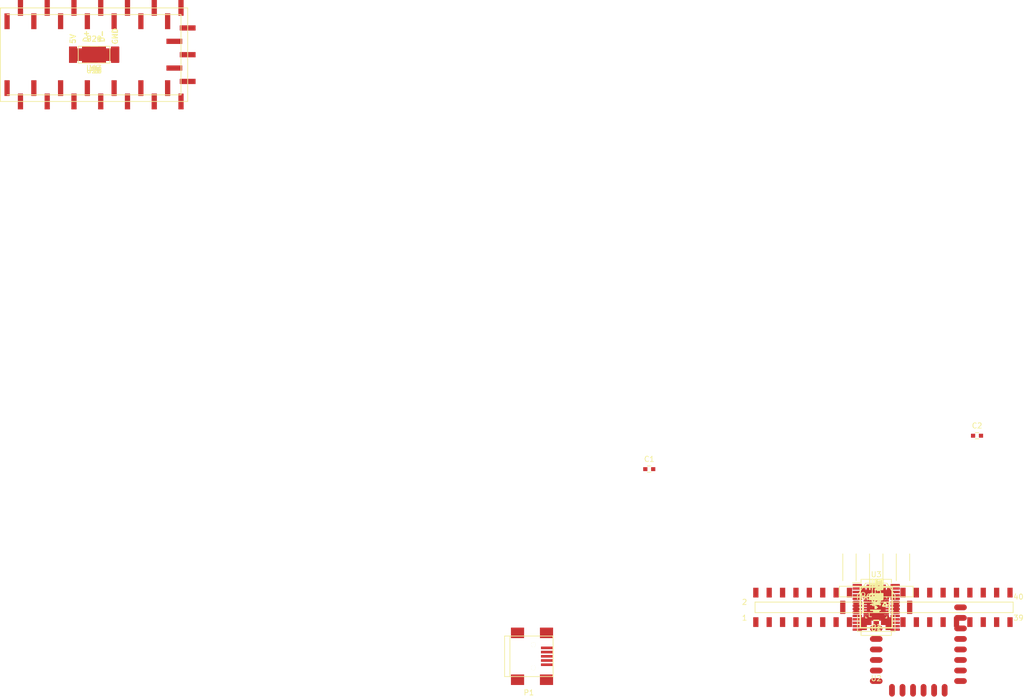
<source format=kicad_pcb>
(kicad_pcb (version 4) (host pcbnew 4.0.1-stable)

  (general
    (links 213)
    (no_connects 134)
    (area 0 0 0 0)
    (thickness 1.6)
    (drawings 0)
    (tracks 0)
    (zones 0)
    (modules 98)
    (nets 145)
  )

  (page A4)
  (layers
    (0 F.Cu signal)
    (31 B.Cu signal)
    (32 B.Adhes user)
    (33 F.Adhes user)
    (34 B.Paste user)
    (35 F.Paste user)
    (36 B.SilkS user)
    (37 F.SilkS user)
    (38 B.Mask user)
    (39 F.Mask user)
    (40 Dwgs.User user)
    (41 Cmts.User user)
    (42 Eco1.User user)
    (43 Eco2.User user)
    (44 Edge.Cuts user)
    (45 Margin user)
    (46 B.CrtYd user)
    (47 F.CrtYd user)
    (48 B.Fab user)
    (49 F.Fab user)
  )

  (setup
    (last_trace_width 0.25)
    (trace_clearance 0.2)
    (zone_clearance 0.508)
    (zone_45_only no)
    (trace_min 0.2)
    (segment_width 0.2)
    (edge_width 0.15)
    (via_size 0.6)
    (via_drill 0.4)
    (via_min_size 0.4)
    (via_min_drill 0.3)
    (uvia_size 0.3)
    (uvia_drill 0.1)
    (uvias_allowed no)
    (uvia_min_size 0.2)
    (uvia_min_drill 0.1)
    (pcb_text_width 0.3)
    (pcb_text_size 1.5 1.5)
    (mod_edge_width 0.15)
    (mod_text_size 1 1)
    (mod_text_width 0.15)
    (pad_size 1.524 1.524)
    (pad_drill 0.762)
    (pad_to_mask_clearance 0.2)
    (aux_axis_origin 0 0)
    (visible_elements 7FFFFFFF)
    (pcbplotparams
      (layerselection 0x00030_80000001)
      (usegerberextensions false)
      (excludeedgelayer true)
      (linewidth 0.100000)
      (plotframeref false)
      (viasonmask false)
      (mode 1)
      (useauxorigin false)
      (hpglpennumber 1)
      (hpglpenspeed 20)
      (hpglpendiameter 15)
      (hpglpenoverlay 2)
      (psnegative false)
      (psa4output false)
      (plotreference true)
      (plotvalue true)
      (plotinvisibletext false)
      (padsonsilk false)
      (subtractmaskfromsilk false)
      (outputformat 1)
      (mirror false)
      (drillshape 1)
      (scaleselection 1)
      (outputdirectory ""))
  )

  (net 0 "")
  (net 1 "Net-(C1-Pad1)")
  (net 2 GND)
  (net 3 +5V)
  (net 4 +3V3)
  (net 5 3V3_USBHUB)
  (net 6 "Net-(C9-Pad1)")
  (net 7 "Net-(C10-Pad1)")
  (net 8 +2V5)
  (net 9 "Net-(C15-Pad1)")
  (net 10 "Net-(C16-Pad1)")
  (net 11 "Net-(C17-Pad1)")
  (net 12 "Net-(C18-Pad1)")
  (net 13 "Net-(D1-Pad2)")
  (net 14 "Net-(D1-Pad1)")
  (net 15 "Net-(D2-Pad2)")
  (net 16 "Net-(D4-Pad2)")
  (net 17 "Net-(P1-Pad2)")
  (net 18 "Net-(P1-Pad3)")
  (net 19 "Net-(P2-Pad1)")
  (net 20 UART_TX)
  (net 21 UART_RX)
  (net 22 "Net-(P2-Pad5)")
  (net 23 "Net-(P7-Pad1)")
  (net 24 "Net-(P8-Pad1)")
  (net 25 "Net-(P9-Pad1)")
  (net 26 "Net-(P10-Pad1)")
  (net 27 "Net-(P12-Pad1)")
  (net 28 "Net-(P14-Pad1)")
  (net 29 "Net-(P15-Pad1)")
  (net 30 "Net-(P16-Pad1)")
  (net 31 "Net-(P17-Pad1)")
  (net 32 "Net-(P18-Pad1)")
  (net 33 "Net-(P19-Pad1)")
  (net 34 "Net-(R1-Pad1)")
  (net 35 "Net-(R3-Pad1)")
  (net 36 SCL)
  (net 37 "Net-(R5-Pad2)")
  (net 38 "Net-(R6-Pad2)")
  (net 39 SDA)
  (net 40 PWM0)
  (net 41 "Net-(R12-Pad1)")
  (net 42 PWM1)
  (net 43 "Net-(R10-Pad2)")
  (net 44 SD_CMD)
  (net 45 "Net-(R14-Pad2)")
  (net 46 SD_DO)
  (net 47 "Net-(R15-Pad2)")
  (net 48 SD_D2)
  (net 49 "Net-(R16-Pad2)")
  (net 50 SD_D3)
  (net 51 "Net-(R17-Pad2)")
  (net 52 SD_D1)
  (net 53 "Net-(R18-Pad2)")
  (net 54 SD_CLK)
  (net 55 "Net-(R19-Pad2)")
  (net 56 "Net-(R20-Pad1)")
  (net 57 "Net-(R21-Pad1)")
  (net 58 "Net-(R24-Pad1)")
  (net 59 "Net-(R25-Pad1)")
  (net 60 "Net-(R26-Pad1)")
  (net 61 "Net-(U1-Pad6)")
  (net 62 "Net-(U1-Pad7)")
  (net 63 "Net-(U1-Pad9)")
  (net 64 "Net-(U1-Pad12)")
  (net 65 "Net-(U1-Pad22)")
  (net 66 "Net-(U2-Pad7)")
  (net 67 "Net-(U2-Pad11)")
  (net 68 "Net-(U2-Pad19)")
  (net 69 "Net-(U2-Pad21)")
  (net 70 "Net-(U2-Pad23)")
  (net 71 "Net-(U2-Pad24)")
  (net 72 "Net-(U2-Pad26)")
  (net 73 ID_SD)
  (net 74 "Net-(U2-Pad28)")
  (net 75 "Net-(U2-Pad29)")
  (net 76 "Net-(U2-Pad31)")
  (net 77 "Net-(U2-Pad32)")
  (net 78 "Net-(U2-Pad35)")
  (net 79 "Net-(U2-Pad36)")
  (net 80 "Net-(U2-Pad38)")
  (net 81 "Net-(U2-Pad40)")
  (net 82 "Net-(U3-Pad2)")
  (net 83 "Net-(U3-Pad3)")
  (net 84 "Net-(P3-Pad2)")
  (net 85 "Net-(P3-Pad3)")
  (net 86 "Net-(P6-Pad2)")
  (net 87 "Net-(P6-Pad3)")
  (net 88 "Net-(P5-Pad2)")
  (net 89 "Net-(P5-Pad3)")
  (net 90 "Net-(P4-Pad2)")
  (net 91 "Net-(P4-Pad3)")
  (net 92 "Net-(U3-Pad25)")
  (net 93 "Net-(U3-Pad27)")
  (net 94 "Net-(U6-Pad1)")
  (net 95 "Net-(U6-Pad3)")
  (net 96 "Net-(U6-Pad4)")
  (net 97 "Net-(U6-Pad5)")
  (net 98 "Net-(U6-Pad6)")
  (net 99 "Net-(U6-Pad7)")
  (net 100 "Net-(U6-Pad16)")
  (net 101 "Net-(U6-Pad17)")
  (net 102 "Net-(U6-Pad19)")
  (net 103 "Net-(U6-Pad20)")
  (net 104 "Net-(U6-Pad21)")
  (net 105 "Net-(U6-Pad22)")
  (net 106 "Net-(U7-Pad2)")
  (net 107 WS2812)
  (net 108 "Net-(U8-Pad2)")
  (net 109 "Net-(U10-Pad4)")
  (net 110 "Net-(U10-Pad2)")
  (net 111 "Net-(U11-Pad2)")
  (net 112 "Net-(U12-Pad2)")
  (net 113 "Net-(U14-Pad2)")
  (net 114 "Net-(U15-Pad2)")
  (net 115 "Net-(U16-Pad2)")
  (net 116 "Net-(U17-Pad2)")
  (net 117 "Net-(U18-Pad2)")
  (net 118 "Net-(U13-Pad7)")
  (net 119 "Net-(U13-Pad8)")
  (net 120 "Net-(U13-Pad26)")
  (net 121 "Net-(U13-Pad19)")
  (net 122 "Net-(U13-Pad20)")
  (net 123 "Net-(U13-Pad21)")
  (net 124 "Net-(P1-Pad1)")
  (net 125 "Net-(U2-Pad17)")
  (net 126 "Net-(P3-Pad4)")
  (net 127 "Net-(P4-Pad4)")
  (net 128 "Net-(P5-Pad4)")
  (net 129 "Net-(P6-Pad4)")
  (net 130 "Net-(U22-Pad2)")
  (net 131 "Net-(U22-Pad3)")
  (net 132 "Net-(U23-Pad2)")
  (net 133 "Net-(U23-Pad3)")
  (net 134 "Net-(U25-Pad2)")
  (net 135 "Net-(U25-Pad3)")
  (net 136 "Net-(U24-Pad2)")
  (net 137 "Net-(U24-Pad3)")
  (net 138 "Net-(U13-Pad4)")
  (net 139 "Net-(U13-Pad9)")
  (net 140 "Net-(U13-Pad10)")
  (net 141 "Net-(U13-Pad16)")
  (net 142 "Net-(U13-Pad18)")
  (net 143 "Net-(U13-Pad27)")
  (net 144 "Net-(U13-Pad28)")

  (net_class Default "This is the default net class."
    (clearance 0.2)
    (trace_width 0.25)
    (via_dia 0.6)
    (via_drill 0.4)
    (uvia_dia 0.3)
    (uvia_drill 0.1)
    (add_net +2V5)
    (add_net +3V3)
    (add_net +5V)
    (add_net 3V3_USBHUB)
    (add_net GND)
    (add_net ID_SD)
    (add_net "Net-(C1-Pad1)")
    (add_net "Net-(C10-Pad1)")
    (add_net "Net-(C15-Pad1)")
    (add_net "Net-(C16-Pad1)")
    (add_net "Net-(C17-Pad1)")
    (add_net "Net-(C18-Pad1)")
    (add_net "Net-(C9-Pad1)")
    (add_net "Net-(D1-Pad1)")
    (add_net "Net-(D1-Pad2)")
    (add_net "Net-(D2-Pad2)")
    (add_net "Net-(D4-Pad2)")
    (add_net "Net-(P1-Pad1)")
    (add_net "Net-(P1-Pad2)")
    (add_net "Net-(P1-Pad3)")
    (add_net "Net-(P10-Pad1)")
    (add_net "Net-(P12-Pad1)")
    (add_net "Net-(P14-Pad1)")
    (add_net "Net-(P15-Pad1)")
    (add_net "Net-(P16-Pad1)")
    (add_net "Net-(P17-Pad1)")
    (add_net "Net-(P18-Pad1)")
    (add_net "Net-(P19-Pad1)")
    (add_net "Net-(P2-Pad1)")
    (add_net "Net-(P2-Pad5)")
    (add_net "Net-(P3-Pad2)")
    (add_net "Net-(P3-Pad3)")
    (add_net "Net-(P3-Pad4)")
    (add_net "Net-(P4-Pad2)")
    (add_net "Net-(P4-Pad3)")
    (add_net "Net-(P4-Pad4)")
    (add_net "Net-(P5-Pad2)")
    (add_net "Net-(P5-Pad3)")
    (add_net "Net-(P5-Pad4)")
    (add_net "Net-(P6-Pad2)")
    (add_net "Net-(P6-Pad3)")
    (add_net "Net-(P6-Pad4)")
    (add_net "Net-(P7-Pad1)")
    (add_net "Net-(P8-Pad1)")
    (add_net "Net-(P9-Pad1)")
    (add_net "Net-(R1-Pad1)")
    (add_net "Net-(R10-Pad2)")
    (add_net "Net-(R12-Pad1)")
    (add_net "Net-(R14-Pad2)")
    (add_net "Net-(R15-Pad2)")
    (add_net "Net-(R16-Pad2)")
    (add_net "Net-(R17-Pad2)")
    (add_net "Net-(R18-Pad2)")
    (add_net "Net-(R19-Pad2)")
    (add_net "Net-(R20-Pad1)")
    (add_net "Net-(R21-Pad1)")
    (add_net "Net-(R24-Pad1)")
    (add_net "Net-(R25-Pad1)")
    (add_net "Net-(R26-Pad1)")
    (add_net "Net-(R3-Pad1)")
    (add_net "Net-(R5-Pad2)")
    (add_net "Net-(R6-Pad2)")
    (add_net "Net-(U1-Pad12)")
    (add_net "Net-(U1-Pad22)")
    (add_net "Net-(U1-Pad6)")
    (add_net "Net-(U1-Pad7)")
    (add_net "Net-(U1-Pad9)")
    (add_net "Net-(U10-Pad2)")
    (add_net "Net-(U10-Pad4)")
    (add_net "Net-(U11-Pad2)")
    (add_net "Net-(U12-Pad2)")
    (add_net "Net-(U13-Pad10)")
    (add_net "Net-(U13-Pad16)")
    (add_net "Net-(U13-Pad18)")
    (add_net "Net-(U13-Pad19)")
    (add_net "Net-(U13-Pad20)")
    (add_net "Net-(U13-Pad21)")
    (add_net "Net-(U13-Pad26)")
    (add_net "Net-(U13-Pad27)")
    (add_net "Net-(U13-Pad28)")
    (add_net "Net-(U13-Pad4)")
    (add_net "Net-(U13-Pad7)")
    (add_net "Net-(U13-Pad8)")
    (add_net "Net-(U13-Pad9)")
    (add_net "Net-(U14-Pad2)")
    (add_net "Net-(U15-Pad2)")
    (add_net "Net-(U16-Pad2)")
    (add_net "Net-(U17-Pad2)")
    (add_net "Net-(U18-Pad2)")
    (add_net "Net-(U2-Pad11)")
    (add_net "Net-(U2-Pad17)")
    (add_net "Net-(U2-Pad19)")
    (add_net "Net-(U2-Pad21)")
    (add_net "Net-(U2-Pad23)")
    (add_net "Net-(U2-Pad24)")
    (add_net "Net-(U2-Pad26)")
    (add_net "Net-(U2-Pad28)")
    (add_net "Net-(U2-Pad29)")
    (add_net "Net-(U2-Pad31)")
    (add_net "Net-(U2-Pad32)")
    (add_net "Net-(U2-Pad35)")
    (add_net "Net-(U2-Pad36)")
    (add_net "Net-(U2-Pad38)")
    (add_net "Net-(U2-Pad40)")
    (add_net "Net-(U2-Pad7)")
    (add_net "Net-(U22-Pad2)")
    (add_net "Net-(U22-Pad3)")
    (add_net "Net-(U23-Pad2)")
    (add_net "Net-(U23-Pad3)")
    (add_net "Net-(U24-Pad2)")
    (add_net "Net-(U24-Pad3)")
    (add_net "Net-(U25-Pad2)")
    (add_net "Net-(U25-Pad3)")
    (add_net "Net-(U3-Pad2)")
    (add_net "Net-(U3-Pad25)")
    (add_net "Net-(U3-Pad27)")
    (add_net "Net-(U3-Pad3)")
    (add_net "Net-(U6-Pad1)")
    (add_net "Net-(U6-Pad16)")
    (add_net "Net-(U6-Pad17)")
    (add_net "Net-(U6-Pad19)")
    (add_net "Net-(U6-Pad20)")
    (add_net "Net-(U6-Pad21)")
    (add_net "Net-(U6-Pad22)")
    (add_net "Net-(U6-Pad3)")
    (add_net "Net-(U6-Pad4)")
    (add_net "Net-(U6-Pad5)")
    (add_net "Net-(U6-Pad6)")
    (add_net "Net-(U6-Pad7)")
    (add_net "Net-(U7-Pad2)")
    (add_net "Net-(U8-Pad2)")
    (add_net PWM0)
    (add_net PWM1)
    (add_net SCL)
    (add_net SDA)
    (add_net SD_CLK)
    (add_net SD_CMD)
    (add_net SD_D1)
    (add_net SD_D2)
    (add_net SD_D3)
    (add_net SD_DO)
    (add_net UART_RX)
    (add_net UART_TX)
    (add_net WS2812)
  )

  (module Capacitors_SMD:C_0603 (layer F.Cu) (tedit 5415D631) (tstamp 56D74E95)
    (at 105.41 78.74)
    (descr "Capacitor SMD 0603, reflow soldering, AVX (see smccp.pdf)")
    (tags "capacitor 0603")
    (path /56C3C279)
    (attr smd)
    (fp_text reference C1 (at 0 -1.9) (layer F.SilkS)
      (effects (font (size 1 1) (thickness 0.15)))
    )
    (fp_text value 10u (at 0 1.9) (layer F.Fab)
      (effects (font (size 1 1) (thickness 0.15)))
    )
    (fp_line (start -1.45 -0.75) (end 1.45 -0.75) (layer F.CrtYd) (width 0.05))
    (fp_line (start -1.45 0.75) (end 1.45 0.75) (layer F.CrtYd) (width 0.05))
    (fp_line (start -1.45 -0.75) (end -1.45 0.75) (layer F.CrtYd) (width 0.05))
    (fp_line (start 1.45 -0.75) (end 1.45 0.75) (layer F.CrtYd) (width 0.05))
    (fp_line (start -0.35 -0.6) (end 0.35 -0.6) (layer F.SilkS) (width 0.15))
    (fp_line (start 0.35 0.6) (end -0.35 0.6) (layer F.SilkS) (width 0.15))
    (pad 1 smd rect (at -0.75 0) (size 0.8 0.75) (layers F.Cu F.Paste F.Mask)
      (net 1 "Net-(C1-Pad1)"))
    (pad 2 smd rect (at 0.75 0) (size 0.8 0.75) (layers F.Cu F.Paste F.Mask)
      (net 2 GND))
    (model Capacitors_SMD.3dshapes/C_0603.wrl
      (at (xyz 0 0 0))
      (scale (xyz 1 1 1))
      (rotate (xyz 0 0 0))
    )
  )

  (module Capacitors_SMD:C_0603 (layer F.Cu) (tedit 5415D631) (tstamp 56D74E9B)
    (at 167.64 72.39)
    (descr "Capacitor SMD 0603, reflow soldering, AVX (see smccp.pdf)")
    (tags "capacitor 0603")
    (path /56C3C32E)
    (attr smd)
    (fp_text reference C2 (at 0 -1.9) (layer F.SilkS)
      (effects (font (size 1 1) (thickness 0.15)))
    )
    (fp_text value 100n (at 0 1.9) (layer F.Fab)
      (effects (font (size 1 1) (thickness 0.15)))
    )
    (fp_line (start -1.45 -0.75) (end 1.45 -0.75) (layer F.CrtYd) (width 0.05))
    (fp_line (start -1.45 0.75) (end 1.45 0.75) (layer F.CrtYd) (width 0.05))
    (fp_line (start -1.45 -0.75) (end -1.45 0.75) (layer F.CrtYd) (width 0.05))
    (fp_line (start 1.45 -0.75) (end 1.45 0.75) (layer F.CrtYd) (width 0.05))
    (fp_line (start -0.35 -0.6) (end 0.35 -0.6) (layer F.SilkS) (width 0.15))
    (fp_line (start 0.35 0.6) (end -0.35 0.6) (layer F.SilkS) (width 0.15))
    (pad 1 smd rect (at -0.75 0) (size 0.8 0.75) (layers F.Cu F.Paste F.Mask)
      (net 1 "Net-(C1-Pad1)"))
    (pad 2 smd rect (at 0.75 0) (size 0.8 0.75) (layers F.Cu F.Paste F.Mask)
      (net 2 GND))
    (model Capacitors_SMD.3dshapes/C_0603.wrl
      (at (xyz 0 0 0))
      (scale (xyz 1 1 1))
      (rotate (xyz 0 0 0))
    )
  )

  (module Capacitors_SMD:C_0603 (layer F.Cu) (tedit 5415D631) (tstamp 56D74EA1)
    (at 148.5011 105.0036)
    (descr "Capacitor SMD 0603, reflow soldering, AVX (see smccp.pdf)")
    (tags "capacitor 0603")
    (path /56C3AC6F)
    (attr smd)
    (fp_text reference C3 (at 0 -1.9) (layer F.SilkS)
      (effects (font (size 1 1) (thickness 0.15)))
    )
    (fp_text value 10u (at 0 1.9) (layer F.Fab)
      (effects (font (size 1 1) (thickness 0.15)))
    )
    (fp_line (start -1.45 -0.75) (end 1.45 -0.75) (layer F.CrtYd) (width 0.05))
    (fp_line (start -1.45 0.75) (end 1.45 0.75) (layer F.CrtYd) (width 0.05))
    (fp_line (start -1.45 -0.75) (end -1.45 0.75) (layer F.CrtYd) (width 0.05))
    (fp_line (start 1.45 -0.75) (end 1.45 0.75) (layer F.CrtYd) (width 0.05))
    (fp_line (start -0.35 -0.6) (end 0.35 -0.6) (layer F.SilkS) (width 0.15))
    (fp_line (start 0.35 0.6) (end -0.35 0.6) (layer F.SilkS) (width 0.15))
    (pad 1 smd rect (at -0.75 0) (size 0.8 0.75) (layers F.Cu F.Paste F.Mask)
      (net 3 +5V))
    (pad 2 smd rect (at 0.75 0) (size 0.8 0.75) (layers F.Cu F.Paste F.Mask)
      (net 2 GND))
    (model Capacitors_SMD.3dshapes/C_0603.wrl
      (at (xyz 0 0 0))
      (scale (xyz 1 1 1))
      (rotate (xyz 0 0 0))
    )
  )

  (module Capacitors_SMD:C_0603 (layer F.Cu) (tedit 5415D631) (tstamp 56D74EA7)
    (at 148.5011 105.0036)
    (descr "Capacitor SMD 0603, reflow soldering, AVX (see smccp.pdf)")
    (tags "capacitor 0603")
    (path /56C3B0F4)
    (attr smd)
    (fp_text reference C4 (at 0 -1.9) (layer F.SilkS)
      (effects (font (size 1 1) (thickness 0.15)))
    )
    (fp_text value 10u (at 0 1.9) (layer F.Fab)
      (effects (font (size 1 1) (thickness 0.15)))
    )
    (fp_line (start -1.45 -0.75) (end 1.45 -0.75) (layer F.CrtYd) (width 0.05))
    (fp_line (start -1.45 0.75) (end 1.45 0.75) (layer F.CrtYd) (width 0.05))
    (fp_line (start -1.45 -0.75) (end -1.45 0.75) (layer F.CrtYd) (width 0.05))
    (fp_line (start 1.45 -0.75) (end 1.45 0.75) (layer F.CrtYd) (width 0.05))
    (fp_line (start -0.35 -0.6) (end 0.35 -0.6) (layer F.SilkS) (width 0.15))
    (fp_line (start 0.35 0.6) (end -0.35 0.6) (layer F.SilkS) (width 0.15))
    (pad 1 smd rect (at -0.75 0) (size 0.8 0.75) (layers F.Cu F.Paste F.Mask)
      (net 3 +5V))
    (pad 2 smd rect (at 0.75 0) (size 0.8 0.75) (layers F.Cu F.Paste F.Mask)
      (net 2 GND))
    (model Capacitors_SMD.3dshapes/C_0603.wrl
      (at (xyz 0 0 0))
      (scale (xyz 1 1 1))
      (rotate (xyz 0 0 0))
    )
  )

  (module Capacitors_SMD:C_0603 (layer F.Cu) (tedit 5415D631) (tstamp 56D74EAD)
    (at 148.5011 105.0036)
    (descr "Capacitor SMD 0603, reflow soldering, AVX (see smccp.pdf)")
    (tags "capacitor 0603")
    (path /56CBB8C1)
    (attr smd)
    (fp_text reference C5 (at 0 -1.9) (layer F.SilkS)
      (effects (font (size 1 1) (thickness 0.15)))
    )
    (fp_text value 10n (at 0 1.9) (layer F.Fab)
      (effects (font (size 1 1) (thickness 0.15)))
    )
    (fp_line (start -1.45 -0.75) (end 1.45 -0.75) (layer F.CrtYd) (width 0.05))
    (fp_line (start -1.45 0.75) (end 1.45 0.75) (layer F.CrtYd) (width 0.05))
    (fp_line (start -1.45 -0.75) (end -1.45 0.75) (layer F.CrtYd) (width 0.05))
    (fp_line (start 1.45 -0.75) (end 1.45 0.75) (layer F.CrtYd) (width 0.05))
    (fp_line (start -0.35 -0.6) (end 0.35 -0.6) (layer F.SilkS) (width 0.15))
    (fp_line (start 0.35 0.6) (end -0.35 0.6) (layer F.SilkS) (width 0.15))
    (pad 1 smd rect (at -0.75 0) (size 0.8 0.75) (layers F.Cu F.Paste F.Mask)
      (net 4 +3V3))
    (pad 2 smd rect (at 0.75 0) (size 0.8 0.75) (layers F.Cu F.Paste F.Mask)
      (net 2 GND))
    (model Capacitors_SMD.3dshapes/C_0603.wrl
      (at (xyz 0 0 0))
      (scale (xyz 1 1 1))
      (rotate (xyz 0 0 0))
    )
  )

  (module Capacitors_SMD:C_0603 (layer F.Cu) (tedit 5415D631) (tstamp 56D74EB3)
    (at 148.5011 105.0036)
    (descr "Capacitor SMD 0603, reflow soldering, AVX (see smccp.pdf)")
    (tags "capacitor 0603")
    (path /56C3C705)
    (attr smd)
    (fp_text reference C6 (at 0 -1.9) (layer F.SilkS)
      (effects (font (size 1 1) (thickness 0.15)))
    )
    (fp_text value 10u (at 0 1.9) (layer F.Fab)
      (effects (font (size 1 1) (thickness 0.15)))
    )
    (fp_line (start -1.45 -0.75) (end 1.45 -0.75) (layer F.CrtYd) (width 0.05))
    (fp_line (start -1.45 0.75) (end 1.45 0.75) (layer F.CrtYd) (width 0.05))
    (fp_line (start -1.45 -0.75) (end -1.45 0.75) (layer F.CrtYd) (width 0.05))
    (fp_line (start 1.45 -0.75) (end 1.45 0.75) (layer F.CrtYd) (width 0.05))
    (fp_line (start -0.35 -0.6) (end 0.35 -0.6) (layer F.SilkS) (width 0.15))
    (fp_line (start 0.35 0.6) (end -0.35 0.6) (layer F.SilkS) (width 0.15))
    (pad 1 smd rect (at -0.75 0) (size 0.8 0.75) (layers F.Cu F.Paste F.Mask)
      (net 5 3V3_USBHUB))
    (pad 2 smd rect (at 0.75 0) (size 0.8 0.75) (layers F.Cu F.Paste F.Mask)
      (net 2 GND))
    (model Capacitors_SMD.3dshapes/C_0603.wrl
      (at (xyz 0 0 0))
      (scale (xyz 1 1 1))
      (rotate (xyz 0 0 0))
    )
  )

  (module Capacitors_SMD:C_0603 (layer F.Cu) (tedit 5415D631) (tstamp 56D74EB9)
    (at 148.5011 105.0036)
    (descr "Capacitor SMD 0603, reflow soldering, AVX (see smccp.pdf)")
    (tags "capacitor 0603")
    (path /56C3C7C8)
    (attr smd)
    (fp_text reference C7 (at 0 -1.9) (layer F.SilkS)
      (effects (font (size 1 1) (thickness 0.15)))
    )
    (fp_text value 100n (at 0 1.9) (layer F.Fab)
      (effects (font (size 1 1) (thickness 0.15)))
    )
    (fp_line (start -1.45 -0.75) (end 1.45 -0.75) (layer F.CrtYd) (width 0.05))
    (fp_line (start -1.45 0.75) (end 1.45 0.75) (layer F.CrtYd) (width 0.05))
    (fp_line (start -1.45 -0.75) (end -1.45 0.75) (layer F.CrtYd) (width 0.05))
    (fp_line (start 1.45 -0.75) (end 1.45 0.75) (layer F.CrtYd) (width 0.05))
    (fp_line (start -0.35 -0.6) (end 0.35 -0.6) (layer F.SilkS) (width 0.15))
    (fp_line (start 0.35 0.6) (end -0.35 0.6) (layer F.SilkS) (width 0.15))
    (pad 1 smd rect (at -0.75 0) (size 0.8 0.75) (layers F.Cu F.Paste F.Mask)
      (net 5 3V3_USBHUB))
    (pad 2 smd rect (at 0.75 0) (size 0.8 0.75) (layers F.Cu F.Paste F.Mask)
      (net 2 GND))
    (model Capacitors_SMD.3dshapes/C_0603.wrl
      (at (xyz 0 0 0))
      (scale (xyz 1 1 1))
      (rotate (xyz 0 0 0))
    )
  )

  (module Capacitors_SMD:C_0603 (layer F.Cu) (tedit 5415D631) (tstamp 56D74EBF)
    (at 148.5011 105.0036)
    (descr "Capacitor SMD 0603, reflow soldering, AVX (see smccp.pdf)")
    (tags "capacitor 0603")
    (path /56CBB38B)
    (attr smd)
    (fp_text reference C8 (at 0 -1.9) (layer F.SilkS)
      (effects (font (size 1 1) (thickness 0.15)))
    )
    (fp_text value 100n (at 0 1.9) (layer F.Fab)
      (effects (font (size 1 1) (thickness 0.15)))
    )
    (fp_line (start -1.45 -0.75) (end 1.45 -0.75) (layer F.CrtYd) (width 0.05))
    (fp_line (start -1.45 0.75) (end 1.45 0.75) (layer F.CrtYd) (width 0.05))
    (fp_line (start -1.45 -0.75) (end -1.45 0.75) (layer F.CrtYd) (width 0.05))
    (fp_line (start 1.45 -0.75) (end 1.45 0.75) (layer F.CrtYd) (width 0.05))
    (fp_line (start -0.35 -0.6) (end 0.35 -0.6) (layer F.SilkS) (width 0.15))
    (fp_line (start 0.35 0.6) (end -0.35 0.6) (layer F.SilkS) (width 0.15))
    (pad 1 smd rect (at -0.75 0) (size 0.8 0.75) (layers F.Cu F.Paste F.Mask)
      (net 4 +3V3))
    (pad 2 smd rect (at 0.75 0) (size 0.8 0.75) (layers F.Cu F.Paste F.Mask)
      (net 2 GND))
    (model Capacitors_SMD.3dshapes/C_0603.wrl
      (at (xyz 0 0 0))
      (scale (xyz 1 1 1))
      (rotate (xyz 0 0 0))
    )
  )

  (module Capacitors_SMD:C_0603 (layer F.Cu) (tedit 5415D631) (tstamp 56D74EC5)
    (at 148.5011 105.0036)
    (descr "Capacitor SMD 0603, reflow soldering, AVX (see smccp.pdf)")
    (tags "capacitor 0603")
    (path /56CBCF31)
    (attr smd)
    (fp_text reference C9 (at 0 -1.9) (layer F.SilkS)
      (effects (font (size 1 1) (thickness 0.15)))
    )
    (fp_text value 100n (at 0 1.9) (layer F.Fab)
      (effects (font (size 1 1) (thickness 0.15)))
    )
    (fp_line (start -1.45 -0.75) (end 1.45 -0.75) (layer F.CrtYd) (width 0.05))
    (fp_line (start -1.45 0.75) (end 1.45 0.75) (layer F.CrtYd) (width 0.05))
    (fp_line (start -1.45 -0.75) (end -1.45 0.75) (layer F.CrtYd) (width 0.05))
    (fp_line (start 1.45 -0.75) (end 1.45 0.75) (layer F.CrtYd) (width 0.05))
    (fp_line (start -0.35 -0.6) (end 0.35 -0.6) (layer F.SilkS) (width 0.15))
    (fp_line (start 0.35 0.6) (end -0.35 0.6) (layer F.SilkS) (width 0.15))
    (pad 1 smd rect (at -0.75 0) (size 0.8 0.75) (layers F.Cu F.Paste F.Mask)
      (net 6 "Net-(C9-Pad1)"))
    (pad 2 smd rect (at 0.75 0) (size 0.8 0.75) (layers F.Cu F.Paste F.Mask)
      (net 2 GND))
    (model Capacitors_SMD.3dshapes/C_0603.wrl
      (at (xyz 0 0 0))
      (scale (xyz 1 1 1))
      (rotate (xyz 0 0 0))
    )
  )

  (module Capacitors_SMD:C_0603 (layer F.Cu) (tedit 5415D631) (tstamp 56D74ECB)
    (at 148.5011 105.0036)
    (descr "Capacitor SMD 0603, reflow soldering, AVX (see smccp.pdf)")
    (tags "capacitor 0603")
    (path /56CBFA5E)
    (attr smd)
    (fp_text reference C10 (at 0 -1.9) (layer F.SilkS)
      (effects (font (size 1 1) (thickness 0.15)))
    )
    (fp_text value 2.2n (at 0 1.9) (layer F.Fab)
      (effects (font (size 1 1) (thickness 0.15)))
    )
    (fp_line (start -1.45 -0.75) (end 1.45 -0.75) (layer F.CrtYd) (width 0.05))
    (fp_line (start -1.45 0.75) (end 1.45 0.75) (layer F.CrtYd) (width 0.05))
    (fp_line (start -1.45 -0.75) (end -1.45 0.75) (layer F.CrtYd) (width 0.05))
    (fp_line (start 1.45 -0.75) (end 1.45 0.75) (layer F.CrtYd) (width 0.05))
    (fp_line (start -0.35 -0.6) (end 0.35 -0.6) (layer F.SilkS) (width 0.15))
    (fp_line (start 0.35 0.6) (end -0.35 0.6) (layer F.SilkS) (width 0.15))
    (pad 1 smd rect (at -0.75 0) (size 0.8 0.75) (layers F.Cu F.Paste F.Mask)
      (net 7 "Net-(C10-Pad1)"))
    (pad 2 smd rect (at 0.75 0) (size 0.8 0.75) (layers F.Cu F.Paste F.Mask)
      (net 2 GND))
    (model Capacitors_SMD.3dshapes/C_0603.wrl
      (at (xyz 0 0 0))
      (scale (xyz 1 1 1))
      (rotate (xyz 0 0 0))
    )
  )

  (module Capacitors_SMD:C_0603 (layer F.Cu) (tedit 5415D631) (tstamp 56D74ED1)
    (at 148.5011 105.0036)
    (descr "Capacitor SMD 0603, reflow soldering, AVX (see smccp.pdf)")
    (tags "capacitor 0603")
    (path /56C66CB0)
    (attr smd)
    (fp_text reference C11 (at 0 -1.9) (layer F.SilkS)
      (effects (font (size 1 1) (thickness 0.15)))
    )
    (fp_text value 10u (at 0 1.9) (layer F.Fab)
      (effects (font (size 1 1) (thickness 0.15)))
    )
    (fp_line (start -1.45 -0.75) (end 1.45 -0.75) (layer F.CrtYd) (width 0.05))
    (fp_line (start -1.45 0.75) (end 1.45 0.75) (layer F.CrtYd) (width 0.05))
    (fp_line (start -1.45 -0.75) (end -1.45 0.75) (layer F.CrtYd) (width 0.05))
    (fp_line (start 1.45 -0.75) (end 1.45 0.75) (layer F.CrtYd) (width 0.05))
    (fp_line (start -0.35 -0.6) (end 0.35 -0.6) (layer F.SilkS) (width 0.15))
    (fp_line (start 0.35 0.6) (end -0.35 0.6) (layer F.SilkS) (width 0.15))
    (pad 1 smd rect (at -0.75 0) (size 0.8 0.75) (layers F.Cu F.Paste F.Mask)
      (net 4 +3V3))
    (pad 2 smd rect (at 0.75 0) (size 0.8 0.75) (layers F.Cu F.Paste F.Mask)
      (net 2 GND))
    (model Capacitors_SMD.3dshapes/C_0603.wrl
      (at (xyz 0 0 0))
      (scale (xyz 1 1 1))
      (rotate (xyz 0 0 0))
    )
  )

  (module Capacitors_SMD:C_0805 (layer F.Cu) (tedit 5415D6EA) (tstamp 56D74ED7)
    (at 148.5011 105.0036)
    (descr "Capacitor SMD 0805, reflow soldering, AVX (see smccp.pdf)")
    (tags "capacitor 0805")
    (path /56C266CF)
    (attr smd)
    (fp_text reference C12 (at 0 -2.1) (layer F.SilkS)
      (effects (font (size 1 1) (thickness 0.15)))
    )
    (fp_text value 47u (at 0 2.1) (layer F.Fab)
      (effects (font (size 1 1) (thickness 0.15)))
    )
    (fp_line (start -1.8 -1) (end 1.8 -1) (layer F.CrtYd) (width 0.05))
    (fp_line (start -1.8 1) (end 1.8 1) (layer F.CrtYd) (width 0.05))
    (fp_line (start -1.8 -1) (end -1.8 1) (layer F.CrtYd) (width 0.05))
    (fp_line (start 1.8 -1) (end 1.8 1) (layer F.CrtYd) (width 0.05))
    (fp_line (start 0.5 -0.85) (end -0.5 -0.85) (layer F.SilkS) (width 0.15))
    (fp_line (start -0.5 0.85) (end 0.5 0.85) (layer F.SilkS) (width 0.15))
    (pad 1 smd rect (at -1 0) (size 1 1.25) (layers F.Cu F.Paste F.Mask)
      (net 3 +5V))
    (pad 2 smd rect (at 1 0) (size 1 1.25) (layers F.Cu F.Paste F.Mask)
      (net 2 GND))
    (model Capacitors_SMD.3dshapes/C_0805.wrl
      (at (xyz 0 0 0))
      (scale (xyz 1 1 1))
      (rotate (xyz 0 0 0))
    )
  )

  (module Capacitors_SMD:C_0805 (layer F.Cu) (tedit 5415D6EA) (tstamp 56D74EDD)
    (at 148.5011 105.0036)
    (descr "Capacitor SMD 0805, reflow soldering, AVX (see smccp.pdf)")
    (tags "capacitor 0805")
    (path /56C2662E)
    (attr smd)
    (fp_text reference C13 (at 0 -2.1) (layer F.SilkS)
      (effects (font (size 1 1) (thickness 0.15)))
    )
    (fp_text value 47u (at 0 2.1) (layer F.Fab)
      (effects (font (size 1 1) (thickness 0.15)))
    )
    (fp_line (start -1.8 -1) (end 1.8 -1) (layer F.CrtYd) (width 0.05))
    (fp_line (start -1.8 1) (end 1.8 1) (layer F.CrtYd) (width 0.05))
    (fp_line (start -1.8 -1) (end -1.8 1) (layer F.CrtYd) (width 0.05))
    (fp_line (start 1.8 -1) (end 1.8 1) (layer F.CrtYd) (width 0.05))
    (fp_line (start 0.5 -0.85) (end -0.5 -0.85) (layer F.SilkS) (width 0.15))
    (fp_line (start -0.5 0.85) (end 0.5 0.85) (layer F.SilkS) (width 0.15))
    (pad 1 smd rect (at -1 0) (size 1 1.25) (layers F.Cu F.Paste F.Mask)
      (net 8 +2V5))
    (pad 2 smd rect (at 1 0) (size 1 1.25) (layers F.Cu F.Paste F.Mask)
      (net 2 GND))
    (model Capacitors_SMD.3dshapes/C_0805.wrl
      (at (xyz 0 0 0))
      (scale (xyz 1 1 1))
      (rotate (xyz 0 0 0))
    )
  )

  (module Capacitors_SMD:C_0603 (layer F.Cu) (tedit 5415D631) (tstamp 56D74EE3)
    (at 148.5011 105.0036)
    (descr "Capacitor SMD 0603, reflow soldering, AVX (see smccp.pdf)")
    (tags "capacitor 0603")
    (path /56BBABDE)
    (attr smd)
    (fp_text reference C14 (at 0 -1.9) (layer F.SilkS)
      (effects (font (size 1 1) (thickness 0.15)))
    )
    (fp_text value 100n (at 0 1.9) (layer F.Fab)
      (effects (font (size 1 1) (thickness 0.15)))
    )
    (fp_line (start -1.45 -0.75) (end 1.45 -0.75) (layer F.CrtYd) (width 0.05))
    (fp_line (start -1.45 0.75) (end 1.45 0.75) (layer F.CrtYd) (width 0.05))
    (fp_line (start -1.45 -0.75) (end -1.45 0.75) (layer F.CrtYd) (width 0.05))
    (fp_line (start 1.45 -0.75) (end 1.45 0.75) (layer F.CrtYd) (width 0.05))
    (fp_line (start -0.35 -0.6) (end 0.35 -0.6) (layer F.SilkS) (width 0.15))
    (fp_line (start 0.35 0.6) (end -0.35 0.6) (layer F.SilkS) (width 0.15))
    (pad 1 smd rect (at -0.75 0) (size 0.8 0.75) (layers F.Cu F.Paste F.Mask)
      (net 2 GND))
    (pad 2 smd rect (at 0.75 0) (size 0.8 0.75) (layers F.Cu F.Paste F.Mask)
      (net 8 +2V5))
    (model Capacitors_SMD.3dshapes/C_0603.wrl
      (at (xyz 0 0 0))
      (scale (xyz 1 1 1))
      (rotate (xyz 0 0 0))
    )
  )

  (module Capacitors_SMD:C_0603 (layer F.Cu) (tedit 5415D631) (tstamp 56D74EE9)
    (at 148.5011 105.0036)
    (descr "Capacitor SMD 0603, reflow soldering, AVX (see smccp.pdf)")
    (tags "capacitor 0603")
    (path /56BBC624)
    (attr smd)
    (fp_text reference C15 (at 0 -1.9) (layer F.SilkS)
      (effects (font (size 1 1) (thickness 0.15)))
    )
    (fp_text value 100n (at 0 1.9) (layer F.Fab)
      (effects (font (size 1 1) (thickness 0.15)))
    )
    (fp_line (start -1.45 -0.75) (end 1.45 -0.75) (layer F.CrtYd) (width 0.05))
    (fp_line (start -1.45 0.75) (end 1.45 0.75) (layer F.CrtYd) (width 0.05))
    (fp_line (start -1.45 -0.75) (end -1.45 0.75) (layer F.CrtYd) (width 0.05))
    (fp_line (start 1.45 -0.75) (end 1.45 0.75) (layer F.CrtYd) (width 0.05))
    (fp_line (start -0.35 -0.6) (end 0.35 -0.6) (layer F.SilkS) (width 0.15))
    (fp_line (start 0.35 0.6) (end -0.35 0.6) (layer F.SilkS) (width 0.15))
    (pad 1 smd rect (at -0.75 0) (size 0.8 0.75) (layers F.Cu F.Paste F.Mask)
      (net 9 "Net-(C15-Pad1)"))
    (pad 2 smd rect (at 0.75 0) (size 0.8 0.75) (layers F.Cu F.Paste F.Mask)
      (net 2 GND))
    (model Capacitors_SMD.3dshapes/C_0603.wrl
      (at (xyz 0 0 0))
      (scale (xyz 1 1 1))
      (rotate (xyz 0 0 0))
    )
  )

  (module Capacitors_SMD:C_0603 (layer F.Cu) (tedit 5415D631) (tstamp 56D74EEF)
    (at 148.5011 105.0036)
    (descr "Capacitor SMD 0603, reflow soldering, AVX (see smccp.pdf)")
    (tags "capacitor 0603")
    (path /56BB9B0E)
    (attr smd)
    (fp_text reference C16 (at 0 -1.9) (layer F.SilkS)
      (effects (font (size 1 1) (thickness 0.15)))
    )
    (fp_text value 100n (at 0 1.9) (layer F.Fab)
      (effects (font (size 1 1) (thickness 0.15)))
    )
    (fp_line (start -1.45 -0.75) (end 1.45 -0.75) (layer F.CrtYd) (width 0.05))
    (fp_line (start -1.45 0.75) (end 1.45 0.75) (layer F.CrtYd) (width 0.05))
    (fp_line (start -1.45 -0.75) (end -1.45 0.75) (layer F.CrtYd) (width 0.05))
    (fp_line (start 1.45 -0.75) (end 1.45 0.75) (layer F.CrtYd) (width 0.05))
    (fp_line (start -0.35 -0.6) (end 0.35 -0.6) (layer F.SilkS) (width 0.15))
    (fp_line (start 0.35 0.6) (end -0.35 0.6) (layer F.SilkS) (width 0.15))
    (pad 1 smd rect (at -0.75 0) (size 0.8 0.75) (layers F.Cu F.Paste F.Mask)
      (net 10 "Net-(C16-Pad1)"))
    (pad 2 smd rect (at 0.75 0) (size 0.8 0.75) (layers F.Cu F.Paste F.Mask)
      (net 2 GND))
    (model Capacitors_SMD.3dshapes/C_0603.wrl
      (at (xyz 0 0 0))
      (scale (xyz 1 1 1))
      (rotate (xyz 0 0 0))
    )
  )

  (module Capacitors_SMD:C_0805 (layer F.Cu) (tedit 5415D6EA) (tstamp 56D74EF5)
    (at 148.5011 105.0036)
    (descr "Capacitor SMD 0805, reflow soldering, AVX (see smccp.pdf)")
    (tags "capacitor 0805")
    (path /56BBC636)
    (attr smd)
    (fp_text reference C17 (at 0 -2.1) (layer F.SilkS)
      (effects (font (size 1 1) (thickness 0.15)))
    )
    (fp_text value 47u (at 0 2.1) (layer F.Fab)
      (effects (font (size 1 1) (thickness 0.15)))
    )
    (fp_line (start -1.8 -1) (end 1.8 -1) (layer F.CrtYd) (width 0.05))
    (fp_line (start -1.8 1) (end 1.8 1) (layer F.CrtYd) (width 0.05))
    (fp_line (start -1.8 -1) (end -1.8 1) (layer F.CrtYd) (width 0.05))
    (fp_line (start 1.8 -1) (end 1.8 1) (layer F.CrtYd) (width 0.05))
    (fp_line (start 0.5 -0.85) (end -0.5 -0.85) (layer F.SilkS) (width 0.15))
    (fp_line (start -0.5 0.85) (end 0.5 0.85) (layer F.SilkS) (width 0.15))
    (pad 1 smd rect (at -1 0) (size 1 1.25) (layers F.Cu F.Paste F.Mask)
      (net 11 "Net-(C17-Pad1)"))
    (pad 2 smd rect (at 1 0) (size 1 1.25) (layers F.Cu F.Paste F.Mask)
      (net 9 "Net-(C15-Pad1)"))
    (model Capacitors_SMD.3dshapes/C_0805.wrl
      (at (xyz 0 0 0))
      (scale (xyz 1 1 1))
      (rotate (xyz 0 0 0))
    )
  )

  (module Capacitors_SMD:C_0805 (layer F.Cu) (tedit 5415D6EA) (tstamp 56D74EFB)
    (at 148.5011 105.0036)
    (descr "Capacitor SMD 0805, reflow soldering, AVX (see smccp.pdf)")
    (tags "capacitor 0805")
    (path /56BBB934)
    (attr smd)
    (fp_text reference C18 (at 0 -2.1) (layer F.SilkS)
      (effects (font (size 1 1) (thickness 0.15)))
    )
    (fp_text value 47u (at 0 2.1) (layer F.Fab)
      (effects (font (size 1 1) (thickness 0.15)))
    )
    (fp_line (start -1.8 -1) (end 1.8 -1) (layer F.CrtYd) (width 0.05))
    (fp_line (start -1.8 1) (end 1.8 1) (layer F.CrtYd) (width 0.05))
    (fp_line (start -1.8 -1) (end -1.8 1) (layer F.CrtYd) (width 0.05))
    (fp_line (start 1.8 -1) (end 1.8 1) (layer F.CrtYd) (width 0.05))
    (fp_line (start 0.5 -0.85) (end -0.5 -0.85) (layer F.SilkS) (width 0.15))
    (fp_line (start -0.5 0.85) (end 0.5 0.85) (layer F.SilkS) (width 0.15))
    (pad 1 smd rect (at -1 0) (size 1 1.25) (layers F.Cu F.Paste F.Mask)
      (net 12 "Net-(C18-Pad1)"))
    (pad 2 smd rect (at 1 0) (size 1 1.25) (layers F.Cu F.Paste F.Mask)
      (net 10 "Net-(C16-Pad1)"))
    (model Capacitors_SMD.3dshapes/C_0805.wrl
      (at (xyz 0 0 0))
      (scale (xyz 1 1 1))
      (rotate (xyz 0 0 0))
    )
  )

  (module LEDs:LED_0603 (layer F.Cu) (tedit 55BDE255) (tstamp 56D74F01)
    (at 148.5011 105.0036)
    (descr "LED 0603 smd package")
    (tags "LED led 0603 SMD smd SMT smt smdled SMDLED smtled SMTLED")
    (path /56C42A31)
    (attr smd)
    (fp_text reference D1 (at 0 -1.5) (layer F.SilkS)
      (effects (font (size 1 1) (thickness 0.15)))
    )
    (fp_text value LED (at 0 1.5) (layer F.Fab)
      (effects (font (size 1 1) (thickness 0.15)))
    )
    (fp_line (start -1.1 0.55) (end 0.8 0.55) (layer F.SilkS) (width 0.15))
    (fp_line (start -1.1 -0.55) (end 0.8 -0.55) (layer F.SilkS) (width 0.15))
    (fp_line (start -0.2 0) (end 0.25 0) (layer F.SilkS) (width 0.15))
    (fp_line (start -0.25 -0.25) (end -0.25 0.25) (layer F.SilkS) (width 0.15))
    (fp_line (start -0.25 0) (end 0 -0.25) (layer F.SilkS) (width 0.15))
    (fp_line (start 0 -0.25) (end 0 0.25) (layer F.SilkS) (width 0.15))
    (fp_line (start 0 0.25) (end -0.25 0) (layer F.SilkS) (width 0.15))
    (fp_line (start 1.4 -0.75) (end 1.4 0.75) (layer F.CrtYd) (width 0.05))
    (fp_line (start 1.4 0.75) (end -1.4 0.75) (layer F.CrtYd) (width 0.05))
    (fp_line (start -1.4 0.75) (end -1.4 -0.75) (layer F.CrtYd) (width 0.05))
    (fp_line (start -1.4 -0.75) (end 1.4 -0.75) (layer F.CrtYd) (width 0.05))
    (pad 2 smd rect (at 0.7493 0 180) (size 0.79756 0.79756) (layers F.Cu F.Paste F.Mask)
      (net 13 "Net-(D1-Pad2)"))
    (pad 1 smd rect (at -0.7493 0 180) (size 0.79756 0.79756) (layers F.Cu F.Paste F.Mask)
      (net 14 "Net-(D1-Pad1)"))
    (model LEDs.3dshapes/LED_0603.wrl
      (at (xyz 0 0 0))
      (scale (xyz 1 1 1))
      (rotate (xyz 0 0 180))
    )
  )

  (module LEDs:LED_0603 (layer F.Cu) (tedit 55BDE255) (tstamp 56D74F07)
    (at 148.5011 105.0036)
    (descr "LED 0603 smd package")
    (tags "LED led 0603 SMD smd SMT smt smdled SMDLED smtled SMTLED")
    (path /56C45FB7)
    (attr smd)
    (fp_text reference D2 (at 0 -1.5) (layer F.SilkS)
      (effects (font (size 1 1) (thickness 0.15)))
    )
    (fp_text value LED (at 0 1.5) (layer F.Fab)
      (effects (font (size 1 1) (thickness 0.15)))
    )
    (fp_line (start -1.1 0.55) (end 0.8 0.55) (layer F.SilkS) (width 0.15))
    (fp_line (start -1.1 -0.55) (end 0.8 -0.55) (layer F.SilkS) (width 0.15))
    (fp_line (start -0.2 0) (end 0.25 0) (layer F.SilkS) (width 0.15))
    (fp_line (start -0.25 -0.25) (end -0.25 0.25) (layer F.SilkS) (width 0.15))
    (fp_line (start -0.25 0) (end 0 -0.25) (layer F.SilkS) (width 0.15))
    (fp_line (start 0 -0.25) (end 0 0.25) (layer F.SilkS) (width 0.15))
    (fp_line (start 0 0.25) (end -0.25 0) (layer F.SilkS) (width 0.15))
    (fp_line (start 1.4 -0.75) (end 1.4 0.75) (layer F.CrtYd) (width 0.05))
    (fp_line (start 1.4 0.75) (end -1.4 0.75) (layer F.CrtYd) (width 0.05))
    (fp_line (start -1.4 0.75) (end -1.4 -0.75) (layer F.CrtYd) (width 0.05))
    (fp_line (start -1.4 -0.75) (end 1.4 -0.75) (layer F.CrtYd) (width 0.05))
    (pad 2 smd rect (at 0.7493 0 180) (size 0.79756 0.79756) (layers F.Cu F.Paste F.Mask)
      (net 15 "Net-(D2-Pad2)"))
    (pad 1 smd rect (at -0.7493 0 180) (size 0.79756 0.79756) (layers F.Cu F.Paste F.Mask)
      (net 13 "Net-(D1-Pad2)"))
    (model LEDs.3dshapes/LED_0603.wrl
      (at (xyz 0 0 0))
      (scale (xyz 1 1 1))
      (rotate (xyz 0 0 180))
    )
  )

  (module LEDs:LED_0603 (layer F.Cu) (tedit 55BDE255) (tstamp 56D74F0D)
    (at 148.5011 105.0036)
    (descr "LED 0603 smd package")
    (tags "LED led 0603 SMD smd SMT smt smdled SMDLED smtled SMTLED")
    (path /56C46049)
    (attr smd)
    (fp_text reference D3 (at 0 -1.5) (layer F.SilkS)
      (effects (font (size 1 1) (thickness 0.15)))
    )
    (fp_text value LED (at 0 1.5) (layer F.Fab)
      (effects (font (size 1 1) (thickness 0.15)))
    )
    (fp_line (start -1.1 0.55) (end 0.8 0.55) (layer F.SilkS) (width 0.15))
    (fp_line (start -1.1 -0.55) (end 0.8 -0.55) (layer F.SilkS) (width 0.15))
    (fp_line (start -0.2 0) (end 0.25 0) (layer F.SilkS) (width 0.15))
    (fp_line (start -0.25 -0.25) (end -0.25 0.25) (layer F.SilkS) (width 0.15))
    (fp_line (start -0.25 0) (end 0 -0.25) (layer F.SilkS) (width 0.15))
    (fp_line (start 0 -0.25) (end 0 0.25) (layer F.SilkS) (width 0.15))
    (fp_line (start 0 0.25) (end -0.25 0) (layer F.SilkS) (width 0.15))
    (fp_line (start 1.4 -0.75) (end 1.4 0.75) (layer F.CrtYd) (width 0.05))
    (fp_line (start 1.4 0.75) (end -1.4 0.75) (layer F.CrtYd) (width 0.05))
    (fp_line (start -1.4 0.75) (end -1.4 -0.75) (layer F.CrtYd) (width 0.05))
    (fp_line (start -1.4 -0.75) (end 1.4 -0.75) (layer F.CrtYd) (width 0.05))
    (pad 2 smd rect (at 0.7493 0 180) (size 0.79756 0.79756) (layers F.Cu F.Paste F.Mask)
      (net 13 "Net-(D1-Pad2)"))
    (pad 1 smd rect (at -0.7493 0 180) (size 0.79756 0.79756) (layers F.Cu F.Paste F.Mask)
      (net 15 "Net-(D2-Pad2)"))
    (model LEDs.3dshapes/LED_0603.wrl
      (at (xyz 0 0 0))
      (scale (xyz 1 1 1))
      (rotate (xyz 0 0 180))
    )
  )

  (module LEDs:LED_0603 (layer F.Cu) (tedit 55BDE255) (tstamp 56D74F13)
    (at 148.5011 105.0036)
    (descr "LED 0603 smd package")
    (tags "LED led 0603 SMD smd SMT smt smdled SMDLED smtled SMTLED")
    (path /56C4623E)
    (attr smd)
    (fp_text reference D4 (at 0 -1.5) (layer F.SilkS)
      (effects (font (size 1 1) (thickness 0.15)))
    )
    (fp_text value LED (at 0 1.5) (layer F.Fab)
      (effects (font (size 1 1) (thickness 0.15)))
    )
    (fp_line (start -1.1 0.55) (end 0.8 0.55) (layer F.SilkS) (width 0.15))
    (fp_line (start -1.1 -0.55) (end 0.8 -0.55) (layer F.SilkS) (width 0.15))
    (fp_line (start -0.2 0) (end 0.25 0) (layer F.SilkS) (width 0.15))
    (fp_line (start -0.25 -0.25) (end -0.25 0.25) (layer F.SilkS) (width 0.15))
    (fp_line (start -0.25 0) (end 0 -0.25) (layer F.SilkS) (width 0.15))
    (fp_line (start 0 -0.25) (end 0 0.25) (layer F.SilkS) (width 0.15))
    (fp_line (start 0 0.25) (end -0.25 0) (layer F.SilkS) (width 0.15))
    (fp_line (start 1.4 -0.75) (end 1.4 0.75) (layer F.CrtYd) (width 0.05))
    (fp_line (start 1.4 0.75) (end -1.4 0.75) (layer F.CrtYd) (width 0.05))
    (fp_line (start -1.4 0.75) (end -1.4 -0.75) (layer F.CrtYd) (width 0.05))
    (fp_line (start -1.4 -0.75) (end 1.4 -0.75) (layer F.CrtYd) (width 0.05))
    (pad 2 smd rect (at 0.7493 0 180) (size 0.79756 0.79756) (layers F.Cu F.Paste F.Mask)
      (net 16 "Net-(D4-Pad2)"))
    (pad 1 smd rect (at -0.7493 0 180) (size 0.79756 0.79756) (layers F.Cu F.Paste F.Mask)
      (net 13 "Net-(D1-Pad2)"))
    (model LEDs.3dshapes/LED_0603.wrl
      (at (xyz 0 0 0))
      (scale (xyz 1 1 1))
      (rotate (xyz 0 0 180))
    )
  )

  (module LEDs:LED_0603 (layer F.Cu) (tedit 55BDE255) (tstamp 56D74F19)
    (at 148.5011 105.0036)
    (descr "LED 0603 smd package")
    (tags "LED led 0603 SMD smd SMT smt smdled SMDLED smtled SMTLED")
    (path /56C46875)
    (attr smd)
    (fp_text reference D5 (at 0 -1.5) (layer F.SilkS)
      (effects (font (size 1 1) (thickness 0.15)))
    )
    (fp_text value LED (at 0 1.5) (layer F.Fab)
      (effects (font (size 1 1) (thickness 0.15)))
    )
    (fp_line (start -1.1 0.55) (end 0.8 0.55) (layer F.SilkS) (width 0.15))
    (fp_line (start -1.1 -0.55) (end 0.8 -0.55) (layer F.SilkS) (width 0.15))
    (fp_line (start -0.2 0) (end 0.25 0) (layer F.SilkS) (width 0.15))
    (fp_line (start -0.25 -0.25) (end -0.25 0.25) (layer F.SilkS) (width 0.15))
    (fp_line (start -0.25 0) (end 0 -0.25) (layer F.SilkS) (width 0.15))
    (fp_line (start 0 -0.25) (end 0 0.25) (layer F.SilkS) (width 0.15))
    (fp_line (start 0 0.25) (end -0.25 0) (layer F.SilkS) (width 0.15))
    (fp_line (start 1.4 -0.75) (end 1.4 0.75) (layer F.CrtYd) (width 0.05))
    (fp_line (start 1.4 0.75) (end -1.4 0.75) (layer F.CrtYd) (width 0.05))
    (fp_line (start -1.4 0.75) (end -1.4 -0.75) (layer F.CrtYd) (width 0.05))
    (fp_line (start -1.4 -0.75) (end 1.4 -0.75) (layer F.CrtYd) (width 0.05))
    (pad 2 smd rect (at 0.7493 0 180) (size 0.79756 0.79756) (layers F.Cu F.Paste F.Mask)
      (net 13 "Net-(D1-Pad2)"))
    (pad 1 smd rect (at -0.7493 0 180) (size 0.79756 0.79756) (layers F.Cu F.Paste F.Mask)
      (net 16 "Net-(D4-Pad2)"))
    (model LEDs.3dshapes/LED_0603.wrl
      (at (xyz 0 0 0))
      (scale (xyz 1 1 1))
      (rotate (xyz 0 0 180))
    )
  )

  (module Connect:USB_Mini-B (layer F.Cu) (tedit 5543E571) (tstamp 56D74F28)
    (at 82.55 114.3)
    (descr "USB Mini-B 5-pin SMD connector")
    (tags "USB USB_B USB_Mini connector")
    (path /56C3CD36)
    (attr smd)
    (fp_text reference P1 (at 0 6.90118) (layer F.SilkS)
      (effects (font (size 1 1) (thickness 0.15)))
    )
    (fp_text value USB_B (at 0 -7.0993) (layer F.Fab)
      (effects (font (size 1 1) (thickness 0.15)))
    )
    (fp_line (start -4.85 -5.7) (end 4.85 -5.7) (layer F.CrtYd) (width 0.05))
    (fp_line (start 4.85 -5.7) (end 4.85 5.7) (layer F.CrtYd) (width 0.05))
    (fp_line (start 4.85 5.7) (end -4.85 5.7) (layer F.CrtYd) (width 0.05))
    (fp_line (start -4.85 5.7) (end -4.85 -5.7) (layer F.CrtYd) (width 0.05))
    (fp_line (start -3.59918 -3.85064) (end -3.59918 3.85064) (layer F.SilkS) (width 0.15))
    (fp_line (start -4.59994 -3.85064) (end -4.59994 3.85064) (layer F.SilkS) (width 0.15))
    (fp_line (start -4.59994 3.85064) (end 4.59994 3.85064) (layer F.SilkS) (width 0.15))
    (fp_line (start 4.59994 3.85064) (end 4.59994 -3.85064) (layer F.SilkS) (width 0.15))
    (fp_line (start 4.59994 -3.85064) (end -4.59994 -3.85064) (layer F.SilkS) (width 0.15))
    (pad 1 smd rect (at 3.44932 -1.6002) (size 2.30124 0.50038) (layers F.Cu F.Paste F.Mask)
      (net 124 "Net-(P1-Pad1)"))
    (pad 2 smd rect (at 3.44932 -0.8001) (size 2.30124 0.50038) (layers F.Cu F.Paste F.Mask)
      (net 17 "Net-(P1-Pad2)"))
    (pad 3 smd rect (at 3.44932 0) (size 2.30124 0.50038) (layers F.Cu F.Paste F.Mask)
      (net 18 "Net-(P1-Pad3)"))
    (pad 4 smd rect (at 3.44932 0.8001) (size 2.30124 0.50038) (layers F.Cu F.Paste F.Mask)
      (net 2 GND))
    (pad 5 smd rect (at 3.44932 1.6002) (size 2.30124 0.50038) (layers F.Cu F.Paste F.Mask)
      (net 2 GND))
    (pad 6 smd rect (at 3.35026 -4.45008) (size 2.49936 1.99898) (layers F.Cu F.Paste F.Mask))
    (pad 6 smd rect (at -2.14884 -4.45008) (size 2.49936 1.99898) (layers F.Cu F.Paste F.Mask))
    (pad 6 smd rect (at 3.35026 4.45008) (size 2.49936 1.99898) (layers F.Cu F.Paste F.Mask))
    (pad 6 smd rect (at -2.14884 4.45008) (size 2.49936 1.99898) (layers F.Cu F.Paste F.Mask))
    (pad "" np_thru_hole circle (at 0.8509 -2.19964) (size 0.89916 0.89916) (drill 0.89916) (layers *.Cu *.Mask F.SilkS))
    (pad "" np_thru_hole circle (at 0.8509 2.19964) (size 0.89916 0.89916) (drill 0.89916) (layers *.Cu *.Mask F.SilkS))
  )

  (module "TimeArc:1x06 pinheader smd" (layer F.Cu) (tedit 56D5F902) (tstamp 56D74F32)
    (at 148.5011 105.0036)
    (path /56CBC91E)
    (fp_text reference P2 (at 0 3.81) (layer F.SilkS)
      (effects (font (size 1 1) (thickness 0.15)))
    )
    (fp_text value CONN_01X06 (at 0 5.08) (layer F.Fab)
      (effects (font (size 1 1) (thickness 0.15)))
    )
    (fp_line (start 6.35 -10.16) (end 6.35 -5.08) (layer F.SilkS) (width 0.15))
    (fp_line (start 3.81 -10.16) (end 3.81 -5.08) (layer F.SilkS) (width 0.15))
    (fp_line (start 1.27 -10.16) (end 1.27 -5.08) (layer F.SilkS) (width 0.15))
    (fp_line (start -1.27 -10.16) (end -1.27 -5.08) (layer F.SilkS) (width 0.15))
    (fp_line (start -3.81 -10.16) (end -3.81 -5.08) (layer F.SilkS) (width 0.15))
    (fp_line (start -6.35 -10.16) (end -6.35 -5.08) (layer F.SilkS) (width 0.15))
    (fp_line (start -7 -2) (end 6 -2) (layer F.SilkS) (width 0.15))
    (fp_line (start 6 -2) (end 7 -2) (layer F.SilkS) (width 0.15))
    (fp_line (start 7 -2) (end 7 -4) (layer F.SilkS) (width 0.15))
    (fp_line (start 7 -4) (end -7 -4) (layer F.SilkS) (width 0.15))
    (fp_line (start -7 -4) (end -7 -2) (layer F.SilkS) (width 0.15))
    (pad 1 smd rect (at 6.35 0) (size 1 2.5) (layers F.Cu F.Paste F.Mask)
      (net 19 "Net-(P2-Pad1)"))
    (pad 2 smd rect (at 3.81 0) (size 1 2.5) (layers F.Cu F.Paste F.Mask)
      (net 20 UART_TX))
    (pad 3 smd rect (at 1.27 0) (size 1 2.5) (layers F.Cu F.Paste F.Mask)
      (net 21 UART_RX))
    (pad 4 smd rect (at -1.27 0) (size 1 2.5) (layers F.Cu F.Paste F.Mask)
      (net 4 +3V3))
    (pad 5 smd rect (at -3.81 0) (size 1 2.5) (layers F.Cu F.Paste F.Mask)
      (net 22 "Net-(P2-Pad5)"))
    (pad 6 smd rect (at -6.35 0) (size 1 2.5) (layers F.Cu F.Paste F.Mask)
      (net 2 GND))
  )

  (module Measurement_Points:Measurement_Point_Square-SMD-Pad_Big (layer F.Cu) (tedit 0) (tstamp 56D74F37)
    (at 148.5011 105.0036)
    (descr "Mesurement Point, Square, SMD Pad,  3mm x 3mm,")
    (tags "Mesurement Point, Square, SMD Pad, 3mm x 3mm,")
    (path /56C7A83C)
    (fp_text reference P7 (at 0 -3.81) (layer F.SilkS)
      (effects (font (size 1 1) (thickness 0.15)))
    )
    (fp_text value Solder_Pad (at 2.54 3.81) (layer F.Fab)
      (effects (font (size 1 1) (thickness 0.15)))
    )
    (pad 1 smd rect (at 0 0) (size 2.99974 2.99974) (layers F.Cu F.Mask)
      (net 23 "Net-(P7-Pad1)"))
  )

  (module Measurement_Points:Measurement_Point_Square-SMD-Pad_Big (layer F.Cu) (tedit 0) (tstamp 56D74F3C)
    (at 148.5011 105.0036)
    (descr "Mesurement Point, Square, SMD Pad,  3mm x 3mm,")
    (tags "Mesurement Point, Square, SMD Pad, 3mm x 3mm,")
    (path /56C7AA8F)
    (fp_text reference P8 (at 0 -3.81) (layer F.SilkS)
      (effects (font (size 1 1) (thickness 0.15)))
    )
    (fp_text value Solder_Pad (at 2.54 3.81) (layer F.Fab)
      (effects (font (size 1 1) (thickness 0.15)))
    )
    (pad 1 smd rect (at 0 0) (size 2.99974 2.99974) (layers F.Cu F.Mask)
      (net 24 "Net-(P8-Pad1)"))
  )

  (module Measurement_Points:Measurement_Point_Square-SMD-Pad_Big (layer F.Cu) (tedit 0) (tstamp 56D74F41)
    (at 148.5011 105.0036)
    (descr "Mesurement Point, Square, SMD Pad,  3mm x 3mm,")
    (tags "Mesurement Point, Square, SMD Pad, 3mm x 3mm,")
    (path /56C7AC0A)
    (fp_text reference P9 (at 0 -3.81) (layer F.SilkS)
      (effects (font (size 1 1) (thickness 0.15)))
    )
    (fp_text value Solder_Pad (at 2.54 3.81) (layer F.Fab)
      (effects (font (size 1 1) (thickness 0.15)))
    )
    (pad 1 smd rect (at 0 0) (size 2.99974 2.99974) (layers F.Cu F.Mask)
      (net 25 "Net-(P9-Pad1)"))
  )

  (module Measurement_Points:Measurement_Point_Square-SMD-Pad_Big (layer F.Cu) (tedit 0) (tstamp 56D74F46)
    (at 148.5011 105.0036)
    (descr "Mesurement Point, Square, SMD Pad,  3mm x 3mm,")
    (tags "Mesurement Point, Square, SMD Pad, 3mm x 3mm,")
    (path /56C7AB44)
    (fp_text reference P10 (at 0 -3.81) (layer F.SilkS)
      (effects (font (size 1 1) (thickness 0.15)))
    )
    (fp_text value Solder_Pad (at 2.54 3.81) (layer F.Fab)
      (effects (font (size 1 1) (thickness 0.15)))
    )
    (pad 1 smd rect (at 0 0) (size 2.99974 2.99974) (layers F.Cu F.Mask)
      (net 26 "Net-(P10-Pad1)"))
  )

  (module Measurement_Points:Measurement_Point_Square-SMD-Pad_Big (layer F.Cu) (tedit 0) (tstamp 56D74F4B)
    (at 148.5011 105.0036)
    (descr "Mesurement Point, Square, SMD Pad,  3mm x 3mm,")
    (tags "Mesurement Point, Square, SMD Pad, 3mm x 3mm,")
    (path /56C884E1)
    (fp_text reference P11 (at 0 -3.81) (layer F.SilkS)
      (effects (font (size 1 1) (thickness 0.15)))
    )
    (fp_text value Solder_Pad (at 2.54 3.81) (layer F.Fab)
      (effects (font (size 1 1) (thickness 0.15)))
    )
    (pad 1 smd rect (at 0 0) (size 2.99974 2.99974) (layers F.Cu F.Mask)
      (net 3 +5V))
  )

  (module Measurement_Points:Measurement_Point_Square-SMD-Pad_Big (layer F.Cu) (tedit 0) (tstamp 56D74F50)
    (at 148.5011 105.0036)
    (descr "Mesurement Point, Square, SMD Pad,  3mm x 3mm,")
    (tags "Mesurement Point, Square, SMD Pad, 3mm x 3mm,")
    (path /56C883E0)
    (fp_text reference P12 (at 0 -3.81) (layer F.SilkS)
      (effects (font (size 1 1) (thickness 0.15)))
    )
    (fp_text value Solder_Pad (at 2.54 3.81) (layer F.Fab)
      (effects (font (size 1 1) (thickness 0.15)))
    )
    (pad 1 smd rect (at 0 0) (size 2.99974 2.99974) (layers F.Cu F.Mask)
      (net 27 "Net-(P12-Pad1)"))
  )

  (module Measurement_Points:Measurement_Point_Square-SMD-Pad_Big (layer F.Cu) (tedit 0) (tstamp 56D74F55)
    (at 148.5011 105.0036)
    (descr "Mesurement Point, Square, SMD Pad,  3mm x 3mm,")
    (tags "Mesurement Point, Square, SMD Pad, 3mm x 3mm,")
    (path /56C88034)
    (fp_text reference P13 (at 0 -3.81) (layer F.SilkS)
      (effects (font (size 1 1) (thickness 0.15)))
    )
    (fp_text value Solder_Pad (at 2.54 3.81) (layer F.Fab)
      (effects (font (size 1 1) (thickness 0.15)))
    )
    (pad 1 smd rect (at 0 0) (size 2.99974 2.99974) (layers F.Cu F.Mask)
      (net 2 GND))
  )

  (module Measurement_Points:Measurement_Point_Square-SMD-Pad_Big (layer F.Cu) (tedit 0) (tstamp 56D74F5A)
    (at 148.5011 105.0036)
    (descr "Mesurement Point, Square, SMD Pad,  3mm x 3mm,")
    (tags "Mesurement Point, Square, SMD Pad, 3mm x 3mm,")
    (path /56C7B133)
    (fp_text reference P14 (at 0 -3.81) (layer F.SilkS)
      (effects (font (size 1 1) (thickness 0.15)))
    )
    (fp_text value Solder_Pad (at 2.54 3.81) (layer F.Fab)
      (effects (font (size 1 1) (thickness 0.15)))
    )
    (pad 1 smd rect (at 0 0) (size 2.99974 2.99974) (layers F.Cu F.Mask)
      (net 28 "Net-(P14-Pad1)"))
  )

  (module Measurement_Points:Measurement_Point_Square-SMD-Pad_Big (layer F.Cu) (tedit 0) (tstamp 56D74F5F)
    (at 148.5011 105.0036)
    (descr "Mesurement Point, Square, SMD Pad,  3mm x 3mm,")
    (tags "Mesurement Point, Square, SMD Pad, 3mm x 3mm,")
    (path /56C7B069)
    (fp_text reference P15 (at 0 -3.81) (layer F.SilkS)
      (effects (font (size 1 1) (thickness 0.15)))
    )
    (fp_text value Solder_Pad (at 2.54 3.81) (layer F.Fab)
      (effects (font (size 1 1) (thickness 0.15)))
    )
    (pad 1 smd rect (at 0 0) (size 2.99974 2.99974) (layers F.Cu F.Mask)
      (net 29 "Net-(P15-Pad1)"))
  )

  (module Measurement_Points:Measurement_Point_Square-SMD-Pad_Big (layer F.Cu) (tedit 0) (tstamp 56D74F64)
    (at 148.5011 105.0036)
    (descr "Mesurement Point, Square, SMD Pad,  3mm x 3mm,")
    (tags "Mesurement Point, Square, SMD Pad, 3mm x 3mm,")
    (path /56C7AF92)
    (fp_text reference P16 (at 0 -3.81) (layer F.SilkS)
      (effects (font (size 1 1) (thickness 0.15)))
    )
    (fp_text value Solder_Pad (at 2.54 3.81) (layer F.Fab)
      (effects (font (size 1 1) (thickness 0.15)))
    )
    (pad 1 smd rect (at 0 0) (size 2.99974 2.99974) (layers F.Cu F.Mask)
      (net 30 "Net-(P16-Pad1)"))
  )

  (module Measurement_Points:Measurement_Point_Square-SMD-Pad_Big (layer F.Cu) (tedit 0) (tstamp 56D74F69)
    (at 148.5011 105.0036)
    (descr "Mesurement Point, Square, SMD Pad,  3mm x 3mm,")
    (tags "Mesurement Point, Square, SMD Pad, 3mm x 3mm,")
    (path /56C7AEBC)
    (fp_text reference P17 (at 0 -3.81) (layer F.SilkS)
      (effects (font (size 1 1) (thickness 0.15)))
    )
    (fp_text value Solder_Pad (at 2.54 3.81) (layer F.Fab)
      (effects (font (size 1 1) (thickness 0.15)))
    )
    (pad 1 smd rect (at 0 0) (size 2.99974 2.99974) (layers F.Cu F.Mask)
      (net 31 "Net-(P17-Pad1)"))
  )

  (module Measurement_Points:Measurement_Point_Square-SMD-Pad_Big (layer F.Cu) (tedit 0) (tstamp 56D74F6E)
    (at 148.5011 105.0036)
    (descr "Mesurement Point, Square, SMD Pad,  3mm x 3mm,")
    (tags "Mesurement Point, Square, SMD Pad, 3mm x 3mm,")
    (path /56C7ADF3)
    (fp_text reference P18 (at 0 -3.81) (layer F.SilkS)
      (effects (font (size 1 1) (thickness 0.15)))
    )
    (fp_text value Solder_Pad (at 2.54 3.81) (layer F.Fab)
      (effects (font (size 1 1) (thickness 0.15)))
    )
    (pad 1 smd rect (at 0 0) (size 2.99974 2.99974) (layers F.Cu F.Mask)
      (net 32 "Net-(P18-Pad1)"))
  )

  (module Measurement_Points:Measurement_Point_Square-SMD-Pad_Big (layer F.Cu) (tedit 0) (tstamp 56D74F73)
    (at 148.5011 105.0036)
    (descr "Mesurement Point, Square, SMD Pad,  3mm x 3mm,")
    (tags "Mesurement Point, Square, SMD Pad, 3mm x 3mm,")
    (path /56C7ACF9)
    (fp_text reference P19 (at 0 -3.81) (layer F.SilkS)
      (effects (font (size 1 1) (thickness 0.15)))
    )
    (fp_text value Solder_Pad (at 2.54 3.81) (layer F.Fab)
      (effects (font (size 1 1) (thickness 0.15)))
    )
    (pad 1 smd rect (at 0 0) (size 2.99974 2.99974) (layers F.Cu F.Mask)
      (net 33 "Net-(P19-Pad1)"))
  )

  (module Resistors_SMD:R_0603 (layer F.Cu) (tedit 5415CC62) (tstamp 56D74F79)
    (at 148.5011 105.0036)
    (descr "Resistor SMD 0603, reflow soldering, Vishay (see dcrcw.pdf)")
    (tags "resistor 0603")
    (path /56C3B4AA)
    (attr smd)
    (fp_text reference R1 (at 0 -1.9) (layer F.SilkS)
      (effects (font (size 1 1) (thickness 0.15)))
    )
    (fp_text value 100k (at 0 1.9) (layer F.Fab)
      (effects (font (size 1 1) (thickness 0.15)))
    )
    (fp_line (start -1.3 -0.8) (end 1.3 -0.8) (layer F.CrtYd) (width 0.05))
    (fp_line (start -1.3 0.8) (end 1.3 0.8) (layer F.CrtYd) (width 0.05))
    (fp_line (start -1.3 -0.8) (end -1.3 0.8) (layer F.CrtYd) (width 0.05))
    (fp_line (start 1.3 -0.8) (end 1.3 0.8) (layer F.CrtYd) (width 0.05))
    (fp_line (start 0.5 0.675) (end -0.5 0.675) (layer F.SilkS) (width 0.15))
    (fp_line (start -0.5 -0.675) (end 0.5 -0.675) (layer F.SilkS) (width 0.15))
    (pad 1 smd rect (at -0.75 0) (size 0.5 0.9) (layers F.Cu F.Paste F.Mask)
      (net 34 "Net-(R1-Pad1)"))
    (pad 2 smd rect (at 0.75 0) (size 0.5 0.9) (layers F.Cu F.Paste F.Mask)
      (net 2 GND))
    (model Resistors_SMD.3dshapes/R_0603.wrl
      (at (xyz 0 0 0))
      (scale (xyz 1 1 1))
      (rotate (xyz 0 0 0))
    )
  )

  (module Resistors_SMD:R_0603 (layer F.Cu) (tedit 5415CC62) (tstamp 56D74F7F)
    (at 148.5011 105.0036)
    (descr "Resistor SMD 0603, reflow soldering, Vishay (see dcrcw.pdf)")
    (tags "resistor 0603")
    (path /56C3B330)
    (attr smd)
    (fp_text reference R2 (at 0 -1.9) (layer F.SilkS)
      (effects (font (size 1 1) (thickness 0.15)))
    )
    (fp_text value 47k (at 0 1.9) (layer F.Fab)
      (effects (font (size 1 1) (thickness 0.15)))
    )
    (fp_line (start -1.3 -0.8) (end 1.3 -0.8) (layer F.CrtYd) (width 0.05))
    (fp_line (start -1.3 0.8) (end 1.3 0.8) (layer F.CrtYd) (width 0.05))
    (fp_line (start -1.3 -0.8) (end -1.3 0.8) (layer F.CrtYd) (width 0.05))
    (fp_line (start 1.3 -0.8) (end 1.3 0.8) (layer F.CrtYd) (width 0.05))
    (fp_line (start 0.5 0.675) (end -0.5 0.675) (layer F.SilkS) (width 0.15))
    (fp_line (start -0.5 -0.675) (end 0.5 -0.675) (layer F.SilkS) (width 0.15))
    (pad 1 smd rect (at -0.75 0) (size 0.5 0.9) (layers F.Cu F.Paste F.Mask)
      (net 3 +5V))
    (pad 2 smd rect (at 0.75 0) (size 0.5 0.9) (layers F.Cu F.Paste F.Mask)
      (net 34 "Net-(R1-Pad1)"))
    (model Resistors_SMD.3dshapes/R_0603.wrl
      (at (xyz 0 0 0))
      (scale (xyz 1 1 1))
      (rotate (xyz 0 0 0))
    )
  )

  (module Resistors_SMD:R_0603 (layer F.Cu) (tedit 5415CC62) (tstamp 56D74F85)
    (at 148.5011 105.0036)
    (descr "Resistor SMD 0603, reflow soldering, Vishay (see dcrcw.pdf)")
    (tags "resistor 0603")
    (path /56C3BFB9)
    (attr smd)
    (fp_text reference R3 (at 0 -1.9) (layer F.SilkS)
      (effects (font (size 1 1) (thickness 0.15)))
    )
    (fp_text value 2.7k (at 0 1.9) (layer F.Fab)
      (effects (font (size 1 1) (thickness 0.15)))
    )
    (fp_line (start -1.3 -0.8) (end 1.3 -0.8) (layer F.CrtYd) (width 0.05))
    (fp_line (start -1.3 0.8) (end 1.3 0.8) (layer F.CrtYd) (width 0.05))
    (fp_line (start -1.3 -0.8) (end -1.3 0.8) (layer F.CrtYd) (width 0.05))
    (fp_line (start 1.3 -0.8) (end 1.3 0.8) (layer F.CrtYd) (width 0.05))
    (fp_line (start 0.5 0.675) (end -0.5 0.675) (layer F.SilkS) (width 0.15))
    (fp_line (start -0.5 -0.675) (end 0.5 -0.675) (layer F.SilkS) (width 0.15))
    (pad 1 smd rect (at -0.75 0) (size 0.5 0.9) (layers F.Cu F.Paste F.Mask)
      (net 35 "Net-(R3-Pad1)"))
    (pad 2 smd rect (at 0.75 0) (size 0.5 0.9) (layers F.Cu F.Paste F.Mask)
      (net 2 GND))
    (model Resistors_SMD.3dshapes/R_0603.wrl
      (at (xyz 0 0 0))
      (scale (xyz 1 1 1))
      (rotate (xyz 0 0 0))
    )
  )

  (module Resistors_SMD:R_0603 (layer F.Cu) (tedit 5415CC62) (tstamp 56D74F8B)
    (at 148.5011 105.0036)
    (descr "Resistor SMD 0603, reflow soldering, Vishay (see dcrcw.pdf)")
    (tags "resistor 0603")
    (path /56CC2CAF)
    (attr smd)
    (fp_text reference R4 (at 0 -1.9) (layer F.SilkS)
      (effects (font (size 1 1) (thickness 0.15)))
    )
    (fp_text value 10k (at 0 1.9) (layer F.Fab)
      (effects (font (size 1 1) (thickness 0.15)))
    )
    (fp_line (start -1.3 -0.8) (end 1.3 -0.8) (layer F.CrtYd) (width 0.05))
    (fp_line (start -1.3 0.8) (end 1.3 0.8) (layer F.CrtYd) (width 0.05))
    (fp_line (start -1.3 -0.8) (end -1.3 0.8) (layer F.CrtYd) (width 0.05))
    (fp_line (start 1.3 -0.8) (end 1.3 0.8) (layer F.CrtYd) (width 0.05))
    (fp_line (start 0.5 0.675) (end -0.5 0.675) (layer F.SilkS) (width 0.15))
    (fp_line (start -0.5 -0.675) (end 0.5 -0.675) (layer F.SilkS) (width 0.15))
    (pad 1 smd rect (at -0.75 0) (size 0.5 0.9) (layers F.Cu F.Paste F.Mask)
      (net 4 +3V3))
    (pad 2 smd rect (at 0.75 0) (size 0.5 0.9) (layers F.Cu F.Paste F.Mask)
      (net 36 SCL))
    (model Resistors_SMD.3dshapes/R_0603.wrl
      (at (xyz 0 0 0))
      (scale (xyz 1 1 1))
      (rotate (xyz 0 0 0))
    )
  )

  (module Resistors_SMD:R_0603 (layer F.Cu) (tedit 5415CC62) (tstamp 56D74F91)
    (at 148.5011 105.0036)
    (descr "Resistor SMD 0603, reflow soldering, Vishay (see dcrcw.pdf)")
    (tags "resistor 0603")
    (path /56C44F1B)
    (attr smd)
    (fp_text reference R5 (at 0 -1.9) (layer F.SilkS)
      (effects (font (size 1 1) (thickness 0.15)))
    )
    (fp_text value 330 (at 0 1.9) (layer F.Fab)
      (effects (font (size 1 1) (thickness 0.15)))
    )
    (fp_line (start -1.3 -0.8) (end 1.3 -0.8) (layer F.CrtYd) (width 0.05))
    (fp_line (start -1.3 0.8) (end 1.3 0.8) (layer F.CrtYd) (width 0.05))
    (fp_line (start -1.3 -0.8) (end -1.3 0.8) (layer F.CrtYd) (width 0.05))
    (fp_line (start 1.3 -0.8) (end 1.3 0.8) (layer F.CrtYd) (width 0.05))
    (fp_line (start 0.5 0.675) (end -0.5 0.675) (layer F.SilkS) (width 0.15))
    (fp_line (start -0.5 -0.675) (end 0.5 -0.675) (layer F.SilkS) (width 0.15))
    (pad 1 smd rect (at -0.75 0) (size 0.5 0.9) (layers F.Cu F.Paste F.Mask)
      (net 15 "Net-(D2-Pad2)"))
    (pad 2 smd rect (at 0.75 0) (size 0.5 0.9) (layers F.Cu F.Paste F.Mask)
      (net 37 "Net-(R5-Pad2)"))
    (model Resistors_SMD.3dshapes/R_0603.wrl
      (at (xyz 0 0 0))
      (scale (xyz 1 1 1))
      (rotate (xyz 0 0 0))
    )
  )

  (module Resistors_SMD:R_0603 (layer F.Cu) (tedit 5415CC62) (tstamp 56D74F97)
    (at 148.5011 105.0036)
    (descr "Resistor SMD 0603, reflow soldering, Vishay (see dcrcw.pdf)")
    (tags "resistor 0603")
    (path /56C44FB1)
    (attr smd)
    (fp_text reference R6 (at 0 -1.9) (layer F.SilkS)
      (effects (font (size 1 1) (thickness 0.15)))
    )
    (fp_text value 330 (at 0 1.9) (layer F.Fab)
      (effects (font (size 1 1) (thickness 0.15)))
    )
    (fp_line (start -1.3 -0.8) (end 1.3 -0.8) (layer F.CrtYd) (width 0.05))
    (fp_line (start -1.3 0.8) (end 1.3 0.8) (layer F.CrtYd) (width 0.05))
    (fp_line (start -1.3 -0.8) (end -1.3 0.8) (layer F.CrtYd) (width 0.05))
    (fp_line (start 1.3 -0.8) (end 1.3 0.8) (layer F.CrtYd) (width 0.05))
    (fp_line (start 0.5 0.675) (end -0.5 0.675) (layer F.SilkS) (width 0.15))
    (fp_line (start -0.5 -0.675) (end 0.5 -0.675) (layer F.SilkS) (width 0.15))
    (pad 1 smd rect (at -0.75 0) (size 0.5 0.9) (layers F.Cu F.Paste F.Mask)
      (net 16 "Net-(D4-Pad2)"))
    (pad 2 smd rect (at 0.75 0) (size 0.5 0.9) (layers F.Cu F.Paste F.Mask)
      (net 38 "Net-(R6-Pad2)"))
    (model Resistors_SMD.3dshapes/R_0603.wrl
      (at (xyz 0 0 0))
      (scale (xyz 1 1 1))
      (rotate (xyz 0 0 0))
    )
  )

  (module Resistors_SMD:R_0603 (layer F.Cu) (tedit 5415CC62) (tstamp 56D74F9D)
    (at 148.5011 105.0036)
    (descr "Resistor SMD 0603, reflow soldering, Vishay (see dcrcw.pdf)")
    (tags "resistor 0603")
    (path /56C42B38)
    (attr smd)
    (fp_text reference R7 (at 0 -1.9) (layer F.SilkS)
      (effects (font (size 1 1) (thickness 0.15)))
    )
    (fp_text value 330 (at 0 1.9) (layer F.Fab)
      (effects (font (size 1 1) (thickness 0.15)))
    )
    (fp_line (start -1.3 -0.8) (end 1.3 -0.8) (layer F.CrtYd) (width 0.05))
    (fp_line (start -1.3 0.8) (end 1.3 0.8) (layer F.CrtYd) (width 0.05))
    (fp_line (start -1.3 -0.8) (end -1.3 0.8) (layer F.CrtYd) (width 0.05))
    (fp_line (start 1.3 -0.8) (end 1.3 0.8) (layer F.CrtYd) (width 0.05))
    (fp_line (start 0.5 0.675) (end -0.5 0.675) (layer F.SilkS) (width 0.15))
    (fp_line (start -0.5 -0.675) (end 0.5 -0.675) (layer F.SilkS) (width 0.15))
    (pad 1 smd rect (at -0.75 0) (size 0.5 0.9) (layers F.Cu F.Paste F.Mask)
      (net 2 GND))
    (pad 2 smd rect (at 0.75 0) (size 0.5 0.9) (layers F.Cu F.Paste F.Mask)
      (net 14 "Net-(D1-Pad1)"))
    (model Resistors_SMD.3dshapes/R_0603.wrl
      (at (xyz 0 0 0))
      (scale (xyz 1 1 1))
      (rotate (xyz 0 0 0))
    )
  )

  (module Resistors_SMD:R_0603 (layer F.Cu) (tedit 5415CC62) (tstamp 56D74FA3)
    (at 148.5011 105.0036)
    (descr "Resistor SMD 0603, reflow soldering, Vishay (see dcrcw.pdf)")
    (tags "resistor 0603")
    (path /56CC316E)
    (attr smd)
    (fp_text reference R8 (at 0 -1.9) (layer F.SilkS)
      (effects (font (size 1 1) (thickness 0.15)))
    )
    (fp_text value 10k (at 0 1.9) (layer F.Fab)
      (effects (font (size 1 1) (thickness 0.15)))
    )
    (fp_line (start -1.3 -0.8) (end 1.3 -0.8) (layer F.CrtYd) (width 0.05))
    (fp_line (start -1.3 0.8) (end 1.3 0.8) (layer F.CrtYd) (width 0.05))
    (fp_line (start -1.3 -0.8) (end -1.3 0.8) (layer F.CrtYd) (width 0.05))
    (fp_line (start 1.3 -0.8) (end 1.3 0.8) (layer F.CrtYd) (width 0.05))
    (fp_line (start 0.5 0.675) (end -0.5 0.675) (layer F.SilkS) (width 0.15))
    (fp_line (start -0.5 -0.675) (end 0.5 -0.675) (layer F.SilkS) (width 0.15))
    (pad 1 smd rect (at -0.75 0) (size 0.5 0.9) (layers F.Cu F.Paste F.Mask)
      (net 4 +3V3))
    (pad 2 smd rect (at 0.75 0) (size 0.5 0.9) (layers F.Cu F.Paste F.Mask)
      (net 39 SDA))
    (model Resistors_SMD.3dshapes/R_0603.wrl
      (at (xyz 0 0 0))
      (scale (xyz 1 1 1))
      (rotate (xyz 0 0 0))
    )
  )

  (module Resistors_SMD:R_0603 (layer F.Cu) (tedit 5415CC62) (tstamp 56D74FA9)
    (at 148.5011 105.0036)
    (descr "Resistor SMD 0603, reflow soldering, Vishay (see dcrcw.pdf)")
    (tags "resistor 0603")
    (path /56BBAECF)
    (attr smd)
    (fp_text reference R9 (at 0 -1.9) (layer F.SilkS)
      (effects (font (size 1 1) (thickness 0.15)))
    )
    (fp_text value 100 (at 0 1.9) (layer F.Fab)
      (effects (font (size 1 1) (thickness 0.15)))
    )
    (fp_line (start -1.3 -0.8) (end 1.3 -0.8) (layer F.CrtYd) (width 0.05))
    (fp_line (start -1.3 0.8) (end 1.3 0.8) (layer F.CrtYd) (width 0.05))
    (fp_line (start -1.3 -0.8) (end -1.3 0.8) (layer F.CrtYd) (width 0.05))
    (fp_line (start 1.3 -0.8) (end 1.3 0.8) (layer F.CrtYd) (width 0.05))
    (fp_line (start 0.5 0.675) (end -0.5 0.675) (layer F.SilkS) (width 0.15))
    (fp_line (start -0.5 -0.675) (end 0.5 -0.675) (layer F.SilkS) (width 0.15))
    (pad 1 smd rect (at -0.75 0) (size 0.5 0.9) (layers F.Cu F.Paste F.Mask)
      (net 40 PWM0))
    (pad 2 smd rect (at 0.75 0) (size 0.5 0.9) (layers F.Cu F.Paste F.Mask)
      (net 41 "Net-(R12-Pad1)"))
    (model Resistors_SMD.3dshapes/R_0603.wrl
      (at (xyz 0 0 0))
      (scale (xyz 1 1 1))
      (rotate (xyz 0 0 0))
    )
  )

  (module Resistors_SMD:R_0603 (layer F.Cu) (tedit 5415CC62) (tstamp 56D74FAF)
    (at 148.5011 105.0036)
    (descr "Resistor SMD 0603, reflow soldering, Vishay (see dcrcw.pdf)")
    (tags "resistor 0603")
    (path /56BB967C)
    (attr smd)
    (fp_text reference R10 (at 0 -1.9) (layer F.SilkS)
      (effects (font (size 1 1) (thickness 0.15)))
    )
    (fp_text value 100 (at 0 1.9) (layer F.Fab)
      (effects (font (size 1 1) (thickness 0.15)))
    )
    (fp_line (start -1.3 -0.8) (end 1.3 -0.8) (layer F.CrtYd) (width 0.05))
    (fp_line (start -1.3 0.8) (end 1.3 0.8) (layer F.CrtYd) (width 0.05))
    (fp_line (start -1.3 -0.8) (end -1.3 0.8) (layer F.CrtYd) (width 0.05))
    (fp_line (start 1.3 -0.8) (end 1.3 0.8) (layer F.CrtYd) (width 0.05))
    (fp_line (start 0.5 0.675) (end -0.5 0.675) (layer F.SilkS) (width 0.15))
    (fp_line (start -0.5 -0.675) (end 0.5 -0.675) (layer F.SilkS) (width 0.15))
    (pad 1 smd rect (at -0.75 0) (size 0.5 0.9) (layers F.Cu F.Paste F.Mask)
      (net 42 PWM1))
    (pad 2 smd rect (at 0.75 0) (size 0.5 0.9) (layers F.Cu F.Paste F.Mask)
      (net 43 "Net-(R10-Pad2)"))
    (model Resistors_SMD.3dshapes/R_0603.wrl
      (at (xyz 0 0 0))
      (scale (xyz 1 1 1))
      (rotate (xyz 0 0 0))
    )
  )

  (module Resistors_SMD:R_0603 (layer F.Cu) (tedit 5415CC62) (tstamp 56D74FB5)
    (at 148.5011 105.0036)
    (descr "Resistor SMD 0603, reflow soldering, Vishay (see dcrcw.pdf)")
    (tags "resistor 0603")
    (path /57067603)
    (attr smd)
    (fp_text reference R11 (at 0 -1.9) (layer F.SilkS)
      (effects (font (size 1 1) (thickness 0.15)))
    )
    (fp_text value 0 (at 0 1.9) (layer F.Fab)
      (effects (font (size 1 1) (thickness 0.15)))
    )
    (fp_line (start -1.3 -0.8) (end 1.3 -0.8) (layer F.CrtYd) (width 0.05))
    (fp_line (start -1.3 0.8) (end 1.3 0.8) (layer F.CrtYd) (width 0.05))
    (fp_line (start -1.3 -0.8) (end -1.3 0.8) (layer F.CrtYd) (width 0.05))
    (fp_line (start 1.3 -0.8) (end 1.3 0.8) (layer F.CrtYd) (width 0.05))
    (fp_line (start 0.5 0.675) (end -0.5 0.675) (layer F.SilkS) (width 0.15))
    (fp_line (start -0.5 -0.675) (end 0.5 -0.675) (layer F.SilkS) (width 0.15))
    (pad 1 smd rect (at -0.75 0) (size 0.5 0.9) (layers F.Cu F.Paste F.Mask)
      (net 3 +5V))
    (pad 2 smd rect (at 0.75 0) (size 0.5 0.9) (layers F.Cu F.Paste F.Mask)
      (net 124 "Net-(P1-Pad1)"))
    (model Resistors_SMD.3dshapes/R_0603.wrl
      (at (xyz 0 0 0))
      (scale (xyz 1 1 1))
      (rotate (xyz 0 0 0))
    )
  )

  (module Resistors_SMD:R_0603 (layer F.Cu) (tedit 5415CC62) (tstamp 56D74FBB)
    (at 148.5011 105.0036)
    (descr "Resistor SMD 0603, reflow soldering, Vishay (see dcrcw.pdf)")
    (tags "resistor 0603")
    (path /56BBAED5)
    (attr smd)
    (fp_text reference R12 (at 0 -1.9) (layer F.SilkS)
      (effects (font (size 1 1) (thickness 0.15)))
    )
    (fp_text value 470 (at 0 1.9) (layer F.Fab)
      (effects (font (size 1 1) (thickness 0.15)))
    )
    (fp_line (start -1.3 -0.8) (end 1.3 -0.8) (layer F.CrtYd) (width 0.05))
    (fp_line (start -1.3 0.8) (end 1.3 0.8) (layer F.CrtYd) (width 0.05))
    (fp_line (start -1.3 -0.8) (end -1.3 0.8) (layer F.CrtYd) (width 0.05))
    (fp_line (start 1.3 -0.8) (end 1.3 0.8) (layer F.CrtYd) (width 0.05))
    (fp_line (start 0.5 0.675) (end -0.5 0.675) (layer F.SilkS) (width 0.15))
    (fp_line (start -0.5 -0.675) (end 0.5 -0.675) (layer F.SilkS) (width 0.15))
    (pad 1 smd rect (at -0.75 0) (size 0.5 0.9) (layers F.Cu F.Paste F.Mask)
      (net 41 "Net-(R12-Pad1)"))
    (pad 2 smd rect (at 0.75 0) (size 0.5 0.9) (layers F.Cu F.Paste F.Mask)
      (net 2 GND))
    (model Resistors_SMD.3dshapes/R_0603.wrl
      (at (xyz 0 0 0))
      (scale (xyz 1 1 1))
      (rotate (xyz 0 0 0))
    )
  )

  (module Resistors_SMD:R_0603 (layer F.Cu) (tedit 5415CC62) (tstamp 56D74FC1)
    (at 148.5011 105.0036)
    (descr "Resistor SMD 0603, reflow soldering, Vishay (see dcrcw.pdf)")
    (tags "resistor 0603")
    (path /56BB9BC3)
    (attr smd)
    (fp_text reference R13 (at 0 -1.9) (layer F.SilkS)
      (effects (font (size 1 1) (thickness 0.15)))
    )
    (fp_text value 470 (at 0 1.9) (layer F.Fab)
      (effects (font (size 1 1) (thickness 0.15)))
    )
    (fp_line (start -1.3 -0.8) (end 1.3 -0.8) (layer F.CrtYd) (width 0.05))
    (fp_line (start -1.3 0.8) (end 1.3 0.8) (layer F.CrtYd) (width 0.05))
    (fp_line (start -1.3 -0.8) (end -1.3 0.8) (layer F.CrtYd) (width 0.05))
    (fp_line (start 1.3 -0.8) (end 1.3 0.8) (layer F.CrtYd) (width 0.05))
    (fp_line (start 0.5 0.675) (end -0.5 0.675) (layer F.SilkS) (width 0.15))
    (fp_line (start -0.5 -0.675) (end 0.5 -0.675) (layer F.SilkS) (width 0.15))
    (pad 1 smd rect (at -0.75 0) (size 0.5 0.9) (layers F.Cu F.Paste F.Mask)
      (net 43 "Net-(R10-Pad2)"))
    (pad 2 smd rect (at 0.75 0) (size 0.5 0.9) (layers F.Cu F.Paste F.Mask)
      (net 2 GND))
    (model Resistors_SMD.3dshapes/R_0603.wrl
      (at (xyz 0 0 0))
      (scale (xyz 1 1 1))
      (rotate (xyz 0 0 0))
    )
  )

  (module Resistors_SMD:R_0603 (layer F.Cu) (tedit 5415CC62) (tstamp 56D74FC7)
    (at 148.5011 105.0036)
    (descr "Resistor SMD 0603, reflow soldering, Vishay (see dcrcw.pdf)")
    (tags "resistor 0603")
    (path /56C6796F)
    (attr smd)
    (fp_text reference R14 (at 0 -1.9) (layer F.SilkS)
      (effects (font (size 1 1) (thickness 0.15)))
    )
    (fp_text value 22 (at 0 1.9) (layer F.Fab)
      (effects (font (size 1 1) (thickness 0.15)))
    )
    (fp_line (start -1.3 -0.8) (end 1.3 -0.8) (layer F.CrtYd) (width 0.05))
    (fp_line (start -1.3 0.8) (end 1.3 0.8) (layer F.CrtYd) (width 0.05))
    (fp_line (start -1.3 -0.8) (end -1.3 0.8) (layer F.CrtYd) (width 0.05))
    (fp_line (start 1.3 -0.8) (end 1.3 0.8) (layer F.CrtYd) (width 0.05))
    (fp_line (start 0.5 0.675) (end -0.5 0.675) (layer F.SilkS) (width 0.15))
    (fp_line (start -0.5 -0.675) (end 0.5 -0.675) (layer F.SilkS) (width 0.15))
    (pad 1 smd rect (at -0.75 0) (size 0.5 0.9) (layers F.Cu F.Paste F.Mask)
      (net 44 SD_CMD))
    (pad 2 smd rect (at 0.75 0) (size 0.5 0.9) (layers F.Cu F.Paste F.Mask)
      (net 45 "Net-(R14-Pad2)"))
    (model Resistors_SMD.3dshapes/R_0603.wrl
      (at (xyz 0 0 0))
      (scale (xyz 1 1 1))
      (rotate (xyz 0 0 0))
    )
  )

  (module Resistors_SMD:R_0603 (layer F.Cu) (tedit 5415CC62) (tstamp 56D74FCD)
    (at 148.5011 105.0036)
    (descr "Resistor SMD 0603, reflow soldering, Vishay (see dcrcw.pdf)")
    (tags "resistor 0603")
    (path /56C67C02)
    (attr smd)
    (fp_text reference R15 (at 0 -1.9) (layer F.SilkS)
      (effects (font (size 1 1) (thickness 0.15)))
    )
    (fp_text value 22 (at 0 1.9) (layer F.Fab)
      (effects (font (size 1 1) (thickness 0.15)))
    )
    (fp_line (start -1.3 -0.8) (end 1.3 -0.8) (layer F.CrtYd) (width 0.05))
    (fp_line (start -1.3 0.8) (end 1.3 0.8) (layer F.CrtYd) (width 0.05))
    (fp_line (start -1.3 -0.8) (end -1.3 0.8) (layer F.CrtYd) (width 0.05))
    (fp_line (start 1.3 -0.8) (end 1.3 0.8) (layer F.CrtYd) (width 0.05))
    (fp_line (start 0.5 0.675) (end -0.5 0.675) (layer F.SilkS) (width 0.15))
    (fp_line (start -0.5 -0.675) (end 0.5 -0.675) (layer F.SilkS) (width 0.15))
    (pad 1 smd rect (at -0.75 0) (size 0.5 0.9) (layers F.Cu F.Paste F.Mask)
      (net 46 SD_DO))
    (pad 2 smd rect (at 0.75 0) (size 0.5 0.9) (layers F.Cu F.Paste F.Mask)
      (net 47 "Net-(R15-Pad2)"))
    (model Resistors_SMD.3dshapes/R_0603.wrl
      (at (xyz 0 0 0))
      (scale (xyz 1 1 1))
      (rotate (xyz 0 0 0))
    )
  )

  (module Resistors_SMD:R_0603 (layer F.Cu) (tedit 5415CC62) (tstamp 56D74FD3)
    (at 148.5011 105.0036)
    (descr "Resistor SMD 0603, reflow soldering, Vishay (see dcrcw.pdf)")
    (tags "resistor 0603")
    (path /56C67CAF)
    (attr smd)
    (fp_text reference R16 (at 0 -1.9) (layer F.SilkS)
      (effects (font (size 1 1) (thickness 0.15)))
    )
    (fp_text value 22 (at 0 1.9) (layer F.Fab)
      (effects (font (size 1 1) (thickness 0.15)))
    )
    (fp_line (start -1.3 -0.8) (end 1.3 -0.8) (layer F.CrtYd) (width 0.05))
    (fp_line (start -1.3 0.8) (end 1.3 0.8) (layer F.CrtYd) (width 0.05))
    (fp_line (start -1.3 -0.8) (end -1.3 0.8) (layer F.CrtYd) (width 0.05))
    (fp_line (start 1.3 -0.8) (end 1.3 0.8) (layer F.CrtYd) (width 0.05))
    (fp_line (start 0.5 0.675) (end -0.5 0.675) (layer F.SilkS) (width 0.15))
    (fp_line (start -0.5 -0.675) (end 0.5 -0.675) (layer F.SilkS) (width 0.15))
    (pad 1 smd rect (at -0.75 0) (size 0.5 0.9) (layers F.Cu F.Paste F.Mask)
      (net 48 SD_D2))
    (pad 2 smd rect (at 0.75 0) (size 0.5 0.9) (layers F.Cu F.Paste F.Mask)
      (net 49 "Net-(R16-Pad2)"))
    (model Resistors_SMD.3dshapes/R_0603.wrl
      (at (xyz 0 0 0))
      (scale (xyz 1 1 1))
      (rotate (xyz 0 0 0))
    )
  )

  (module Resistors_SMD:R_0603 (layer F.Cu) (tedit 5415CC62) (tstamp 56D74FD9)
    (at 148.5011 105.0036)
    (descr "Resistor SMD 0603, reflow soldering, Vishay (see dcrcw.pdf)")
    (tags "resistor 0603")
    (path /56C67D61)
    (attr smd)
    (fp_text reference R17 (at 0 -1.9) (layer F.SilkS)
      (effects (font (size 1 1) (thickness 0.15)))
    )
    (fp_text value 22 (at 0 1.9) (layer F.Fab)
      (effects (font (size 1 1) (thickness 0.15)))
    )
    (fp_line (start -1.3 -0.8) (end 1.3 -0.8) (layer F.CrtYd) (width 0.05))
    (fp_line (start -1.3 0.8) (end 1.3 0.8) (layer F.CrtYd) (width 0.05))
    (fp_line (start -1.3 -0.8) (end -1.3 0.8) (layer F.CrtYd) (width 0.05))
    (fp_line (start 1.3 -0.8) (end 1.3 0.8) (layer F.CrtYd) (width 0.05))
    (fp_line (start 0.5 0.675) (end -0.5 0.675) (layer F.SilkS) (width 0.15))
    (fp_line (start -0.5 -0.675) (end 0.5 -0.675) (layer F.SilkS) (width 0.15))
    (pad 1 smd rect (at -0.75 0) (size 0.5 0.9) (layers F.Cu F.Paste F.Mask)
      (net 50 SD_D3))
    (pad 2 smd rect (at 0.75 0) (size 0.5 0.9) (layers F.Cu F.Paste F.Mask)
      (net 51 "Net-(R17-Pad2)"))
    (model Resistors_SMD.3dshapes/R_0603.wrl
      (at (xyz 0 0 0))
      (scale (xyz 1 1 1))
      (rotate (xyz 0 0 0))
    )
  )

  (module Resistors_SMD:R_0603 (layer F.Cu) (tedit 5415CC62) (tstamp 56D74FDF)
    (at 148.5011 105.0036)
    (descr "Resistor SMD 0603, reflow soldering, Vishay (see dcrcw.pdf)")
    (tags "resistor 0603")
    (path /56C67E18)
    (attr smd)
    (fp_text reference R18 (at 0 -1.9) (layer F.SilkS)
      (effects (font (size 1 1) (thickness 0.15)))
    )
    (fp_text value 22 (at 0 1.9) (layer F.Fab)
      (effects (font (size 1 1) (thickness 0.15)))
    )
    (fp_line (start -1.3 -0.8) (end 1.3 -0.8) (layer F.CrtYd) (width 0.05))
    (fp_line (start -1.3 0.8) (end 1.3 0.8) (layer F.CrtYd) (width 0.05))
    (fp_line (start -1.3 -0.8) (end -1.3 0.8) (layer F.CrtYd) (width 0.05))
    (fp_line (start 1.3 -0.8) (end 1.3 0.8) (layer F.CrtYd) (width 0.05))
    (fp_line (start 0.5 0.675) (end -0.5 0.675) (layer F.SilkS) (width 0.15))
    (fp_line (start -0.5 -0.675) (end 0.5 -0.675) (layer F.SilkS) (width 0.15))
    (pad 1 smd rect (at -0.75 0) (size 0.5 0.9) (layers F.Cu F.Paste F.Mask)
      (net 52 SD_D1))
    (pad 2 smd rect (at 0.75 0) (size 0.5 0.9) (layers F.Cu F.Paste F.Mask)
      (net 53 "Net-(R18-Pad2)"))
    (model Resistors_SMD.3dshapes/R_0603.wrl
      (at (xyz 0 0 0))
      (scale (xyz 1 1 1))
      (rotate (xyz 0 0 0))
    )
  )

  (module Resistors_SMD:R_0603 (layer F.Cu) (tedit 5415CC62) (tstamp 56D74FE5)
    (at 148.5011 105.0036)
    (descr "Resistor SMD 0603, reflow soldering, Vishay (see dcrcw.pdf)")
    (tags "resistor 0603")
    (path /56C67ECA)
    (attr smd)
    (fp_text reference R19 (at 0 -1.9) (layer F.SilkS)
      (effects (font (size 1 1) (thickness 0.15)))
    )
    (fp_text value 22 (at 0 1.9) (layer F.Fab)
      (effects (font (size 1 1) (thickness 0.15)))
    )
    (fp_line (start -1.3 -0.8) (end 1.3 -0.8) (layer F.CrtYd) (width 0.05))
    (fp_line (start -1.3 0.8) (end 1.3 0.8) (layer F.CrtYd) (width 0.05))
    (fp_line (start -1.3 -0.8) (end -1.3 0.8) (layer F.CrtYd) (width 0.05))
    (fp_line (start 1.3 -0.8) (end 1.3 0.8) (layer F.CrtYd) (width 0.05))
    (fp_line (start 0.5 0.675) (end -0.5 0.675) (layer F.SilkS) (width 0.15))
    (fp_line (start -0.5 -0.675) (end 0.5 -0.675) (layer F.SilkS) (width 0.15))
    (pad 1 smd rect (at -0.75 0) (size 0.5 0.9) (layers F.Cu F.Paste F.Mask)
      (net 54 SD_CLK))
    (pad 2 smd rect (at 0.75 0) (size 0.5 0.9) (layers F.Cu F.Paste F.Mask)
      (net 55 "Net-(R19-Pad2)"))
    (model Resistors_SMD.3dshapes/R_0603.wrl
      (at (xyz 0 0 0))
      (scale (xyz 1 1 1))
      (rotate (xyz 0 0 0))
    )
  )

  (module Resistors_SMD:R_0603 (layer F.Cu) (tedit 5415CC62) (tstamp 56D74FEB)
    (at 148.5011 105.0036)
    (descr "Resistor SMD 0603, reflow soldering, Vishay (see dcrcw.pdf)")
    (tags "resistor 0603")
    (path /56BBC62A)
    (attr smd)
    (fp_text reference R20 (at 0 -1.9) (layer F.SilkS)
      (effects (font (size 1 1) (thickness 0.15)))
    )
    (fp_text value 100 (at 0 1.9) (layer F.Fab)
      (effects (font (size 1 1) (thickness 0.15)))
    )
    (fp_line (start -1.3 -0.8) (end 1.3 -0.8) (layer F.CrtYd) (width 0.05))
    (fp_line (start -1.3 0.8) (end 1.3 0.8) (layer F.CrtYd) (width 0.05))
    (fp_line (start -1.3 -0.8) (end -1.3 0.8) (layer F.CrtYd) (width 0.05))
    (fp_line (start 1.3 -0.8) (end 1.3 0.8) (layer F.CrtYd) (width 0.05))
    (fp_line (start 0.5 0.675) (end -0.5 0.675) (layer F.SilkS) (width 0.15))
    (fp_line (start -0.5 -0.675) (end 0.5 -0.675) (layer F.SilkS) (width 0.15))
    (pad 1 smd rect (at -0.75 0) (size 0.5 0.9) (layers F.Cu F.Paste F.Mask)
      (net 56 "Net-(R20-Pad1)"))
    (pad 2 smd rect (at 0.75 0) (size 0.5 0.9) (layers F.Cu F.Paste F.Mask)
      (net 9 "Net-(C15-Pad1)"))
    (model Resistors_SMD.3dshapes/R_0603.wrl
      (at (xyz 0 0 0))
      (scale (xyz 1 1 1))
      (rotate (xyz 0 0 0))
    )
  )

  (module Resistors_SMD:R_0603 (layer F.Cu) (tedit 5415CC62) (tstamp 56D74FF1)
    (at 148.5011 105.0036)
    (descr "Resistor SMD 0603, reflow soldering, Vishay (see dcrcw.pdf)")
    (tags "resistor 0603")
    (path /56BBB4FF)
    (attr smd)
    (fp_text reference R21 (at 0 -1.9) (layer F.SilkS)
      (effects (font (size 1 1) (thickness 0.15)))
    )
    (fp_text value 100 (at 0 1.9) (layer F.Fab)
      (effects (font (size 1 1) (thickness 0.15)))
    )
    (fp_line (start -1.3 -0.8) (end 1.3 -0.8) (layer F.CrtYd) (width 0.05))
    (fp_line (start -1.3 0.8) (end 1.3 0.8) (layer F.CrtYd) (width 0.05))
    (fp_line (start -1.3 -0.8) (end -1.3 0.8) (layer F.CrtYd) (width 0.05))
    (fp_line (start 1.3 -0.8) (end 1.3 0.8) (layer F.CrtYd) (width 0.05))
    (fp_line (start 0.5 0.675) (end -0.5 0.675) (layer F.SilkS) (width 0.15))
    (fp_line (start -0.5 -0.675) (end 0.5 -0.675) (layer F.SilkS) (width 0.15))
    (pad 1 smd rect (at -0.75 0) (size 0.5 0.9) (layers F.Cu F.Paste F.Mask)
      (net 57 "Net-(R21-Pad1)"))
    (pad 2 smd rect (at 0.75 0) (size 0.5 0.9) (layers F.Cu F.Paste F.Mask)
      (net 10 "Net-(C16-Pad1)"))
    (model Resistors_SMD.3dshapes/R_0603.wrl
      (at (xyz 0 0 0))
      (scale (xyz 1 1 1))
      (rotate (xyz 0 0 0))
    )
  )

  (module Resistors_SMD:R_0603 (layer F.Cu) (tedit 5415CC62) (tstamp 56D74FF7)
    (at 148.5011 105.0036)
    (descr "Resistor SMD 0603, reflow soldering, Vishay (see dcrcw.pdf)")
    (tags "resistor 0603")
    (path /56BBC630)
    (attr smd)
    (fp_text reference R22 (at 0 -1.9) (layer F.SilkS)
      (effects (font (size 1 1) (thickness 0.15)))
    )
    (fp_text value 100 (at 0 1.9) (layer F.Fab)
      (effects (font (size 1 1) (thickness 0.15)))
    )
    (fp_line (start -1.3 -0.8) (end 1.3 -0.8) (layer F.CrtYd) (width 0.05))
    (fp_line (start -1.3 0.8) (end 1.3 0.8) (layer F.CrtYd) (width 0.05))
    (fp_line (start -1.3 -0.8) (end -1.3 0.8) (layer F.CrtYd) (width 0.05))
    (fp_line (start 1.3 -0.8) (end 1.3 0.8) (layer F.CrtYd) (width 0.05))
    (fp_line (start 0.5 0.675) (end -0.5 0.675) (layer F.SilkS) (width 0.15))
    (fp_line (start -0.5 -0.675) (end 0.5 -0.675) (layer F.SilkS) (width 0.15))
    (pad 1 smd rect (at -0.75 0) (size 0.5 0.9) (layers F.Cu F.Paste F.Mask)
      (net 9 "Net-(C15-Pad1)"))
    (pad 2 smd rect (at 0.75 0) (size 0.5 0.9) (layers F.Cu F.Paste F.Mask)
      (net 2 GND))
    (model Resistors_SMD.3dshapes/R_0603.wrl
      (at (xyz 0 0 0))
      (scale (xyz 1 1 1))
      (rotate (xyz 0 0 0))
    )
  )

  (module Resistors_SMD:R_0603 (layer F.Cu) (tedit 5415CC62) (tstamp 56D74FFD)
    (at 148.5011 105.0036)
    (descr "Resistor SMD 0603, reflow soldering, Vishay (see dcrcw.pdf)")
    (tags "resistor 0603")
    (path /56BBB8DE)
    (attr smd)
    (fp_text reference R23 (at 0 -1.9) (layer F.SilkS)
      (effects (font (size 1 1) (thickness 0.15)))
    )
    (fp_text value 100 (at 0 1.9) (layer F.Fab)
      (effects (font (size 1 1) (thickness 0.15)))
    )
    (fp_line (start -1.3 -0.8) (end 1.3 -0.8) (layer F.CrtYd) (width 0.05))
    (fp_line (start -1.3 0.8) (end 1.3 0.8) (layer F.CrtYd) (width 0.05))
    (fp_line (start -1.3 -0.8) (end -1.3 0.8) (layer F.CrtYd) (width 0.05))
    (fp_line (start 1.3 -0.8) (end 1.3 0.8) (layer F.CrtYd) (width 0.05))
    (fp_line (start 0.5 0.675) (end -0.5 0.675) (layer F.SilkS) (width 0.15))
    (fp_line (start -0.5 -0.675) (end 0.5 -0.675) (layer F.SilkS) (width 0.15))
    (pad 1 smd rect (at -0.75 0) (size 0.5 0.9) (layers F.Cu F.Paste F.Mask)
      (net 10 "Net-(C16-Pad1)"))
    (pad 2 smd rect (at 0.75 0) (size 0.5 0.9) (layers F.Cu F.Paste F.Mask)
      (net 2 GND))
    (model Resistors_SMD.3dshapes/R_0603.wrl
      (at (xyz 0 0 0))
      (scale (xyz 1 1 1))
      (rotate (xyz 0 0 0))
    )
  )

  (module Resistors_SMD:R_0603 (layer F.Cu) (tedit 5415CC62) (tstamp 56D75003)
    (at 148.5011 105.0036)
    (descr "Resistor SMD 0603, reflow soldering, Vishay (see dcrcw.pdf)")
    (tags "resistor 0603")
    (path /56D34A18)
    (attr smd)
    (fp_text reference R24 (at 0 -1.9) (layer F.SilkS)
      (effects (font (size 1 1) (thickness 0.15)))
    )
    (fp_text value 0 (at 0 1.9) (layer F.Fab)
      (effects (font (size 1 1) (thickness 0.15)))
    )
    (fp_line (start -1.3 -0.8) (end 1.3 -0.8) (layer F.CrtYd) (width 0.05))
    (fp_line (start -1.3 0.8) (end 1.3 0.8) (layer F.CrtYd) (width 0.05))
    (fp_line (start -1.3 -0.8) (end -1.3 0.8) (layer F.CrtYd) (width 0.05))
    (fp_line (start 1.3 -0.8) (end 1.3 0.8) (layer F.CrtYd) (width 0.05))
    (fp_line (start 0.5 0.675) (end -0.5 0.675) (layer F.SilkS) (width 0.15))
    (fp_line (start -0.5 -0.675) (end 0.5 -0.675) (layer F.SilkS) (width 0.15))
    (pad 1 smd rect (at -0.75 0) (size 0.5 0.9) (layers F.Cu F.Paste F.Mask)
      (net 58 "Net-(R24-Pad1)"))
    (pad 2 smd rect (at 0.75 0) (size 0.5 0.9) (layers F.Cu F.Paste F.Mask)
      (net 2 GND))
    (model Resistors_SMD.3dshapes/R_0603.wrl
      (at (xyz 0 0 0))
      (scale (xyz 1 1 1))
      (rotate (xyz 0 0 0))
    )
  )

  (module Resistors_SMD:R_0603 (layer F.Cu) (tedit 5415CC62) (tstamp 56D75009)
    (at 148.5011 105.0036)
    (descr "Resistor SMD 0603, reflow soldering, Vishay (see dcrcw.pdf)")
    (tags "resistor 0603")
    (path /56D34851)
    (attr smd)
    (fp_text reference R25 (at 0 -1.9) (layer F.SilkS)
      (effects (font (size 1 1) (thickness 0.15)))
    )
    (fp_text value 0 (at 0 1.9) (layer F.Fab)
      (effects (font (size 1 1) (thickness 0.15)))
    )
    (fp_line (start -1.3 -0.8) (end 1.3 -0.8) (layer F.CrtYd) (width 0.05))
    (fp_line (start -1.3 0.8) (end 1.3 0.8) (layer F.CrtYd) (width 0.05))
    (fp_line (start -1.3 -0.8) (end -1.3 0.8) (layer F.CrtYd) (width 0.05))
    (fp_line (start 1.3 -0.8) (end 1.3 0.8) (layer F.CrtYd) (width 0.05))
    (fp_line (start 0.5 0.675) (end -0.5 0.675) (layer F.SilkS) (width 0.15))
    (fp_line (start -0.5 -0.675) (end 0.5 -0.675) (layer F.SilkS) (width 0.15))
    (pad 1 smd rect (at -0.75 0) (size 0.5 0.9) (layers F.Cu F.Paste F.Mask)
      (net 59 "Net-(R25-Pad1)"))
    (pad 2 smd rect (at 0.75 0) (size 0.5 0.9) (layers F.Cu F.Paste F.Mask)
      (net 2 GND))
    (model Resistors_SMD.3dshapes/R_0603.wrl
      (at (xyz 0 0 0))
      (scale (xyz 1 1 1))
      (rotate (xyz 0 0 0))
    )
  )

  (module Resistors_SMD:R_0603 (layer F.Cu) (tedit 5415CC62) (tstamp 56D7500F)
    (at 148.5011 105.0036)
    (descr "Resistor SMD 0603, reflow soldering, Vishay (see dcrcw.pdf)")
    (tags "resistor 0603")
    (path /56D33541)
    (attr smd)
    (fp_text reference R26 (at 0 -1.9) (layer F.SilkS)
      (effects (font (size 1 1) (thickness 0.15)))
    )
    (fp_text value 0 (at 0 1.9) (layer F.Fab)
      (effects (font (size 1 1) (thickness 0.15)))
    )
    (fp_line (start -1.3 -0.8) (end 1.3 -0.8) (layer F.CrtYd) (width 0.05))
    (fp_line (start -1.3 0.8) (end 1.3 0.8) (layer F.CrtYd) (width 0.05))
    (fp_line (start -1.3 -0.8) (end -1.3 0.8) (layer F.CrtYd) (width 0.05))
    (fp_line (start 1.3 -0.8) (end 1.3 0.8) (layer F.CrtYd) (width 0.05))
    (fp_line (start 0.5 0.675) (end -0.5 0.675) (layer F.SilkS) (width 0.15))
    (fp_line (start -0.5 -0.675) (end 0.5 -0.675) (layer F.SilkS) (width 0.15))
    (pad 1 smd rect (at -0.75 0) (size 0.5 0.9) (layers F.Cu F.Paste F.Mask)
      (net 60 "Net-(R26-Pad1)"))
    (pad 2 smd rect (at 0.75 0) (size 0.5 0.9) (layers F.Cu F.Paste F.Mask)
      (net 2 GND))
    (model Resistors_SMD.3dshapes/R_0603.wrl
      (at (xyz 0 0 0))
      (scale (xyz 1 1 1))
      (rotate (xyz 0 0 0))
    )
  )

  (module Resistors_SMD:R_0603 (layer F.Cu) (tedit 5415CC62) (tstamp 56D75015)
    (at 148.5011 105.0036)
    (descr "Resistor SMD 0603, reflow soldering, Vishay (see dcrcw.pdf)")
    (tags "resistor 0603")
    (path /56D346C1)
    (attr smd)
    (fp_text reference R27 (at 0 -1.9) (layer F.SilkS)
      (effects (font (size 1 1) (thickness 0.15)))
    )
    (fp_text value 0 (at 0 1.9) (layer F.Fab)
      (effects (font (size 1 1) (thickness 0.15)))
    )
    (fp_line (start -1.3 -0.8) (end 1.3 -0.8) (layer F.CrtYd) (width 0.05))
    (fp_line (start -1.3 0.8) (end 1.3 0.8) (layer F.CrtYd) (width 0.05))
    (fp_line (start -1.3 -0.8) (end -1.3 0.8) (layer F.CrtYd) (width 0.05))
    (fp_line (start 1.3 -0.8) (end 1.3 0.8) (layer F.CrtYd) (width 0.05))
    (fp_line (start 0.5 0.675) (end -0.5 0.675) (layer F.SilkS) (width 0.15))
    (fp_line (start -0.5 -0.675) (end 0.5 -0.675) (layer F.SilkS) (width 0.15))
    (pad 1 smd rect (at -0.75 0) (size 0.5 0.9) (layers F.Cu F.Paste F.Mask)
      (net 39 SDA))
    (pad 2 smd rect (at 0.75 0) (size 0.5 0.9) (layers F.Cu F.Paste F.Mask)
      (net 31 "Net-(P17-Pad1)"))
    (model Resistors_SMD.3dshapes/R_0603.wrl
      (at (xyz 0 0 0))
      (scale (xyz 1 1 1))
      (rotate (xyz 0 0 0))
    )
  )

  (module Resistors_SMD:R_0603 (layer F.Cu) (tedit 5415CC62) (tstamp 56D7501B)
    (at 148.5011 105.0036)
    (descr "Resistor SMD 0603, reflow soldering, Vishay (see dcrcw.pdf)")
    (tags "resistor 0603")
    (path /56D34484)
    (attr smd)
    (fp_text reference R28 (at 0 -1.9) (layer F.SilkS)
      (effects (font (size 1 1) (thickness 0.15)))
    )
    (fp_text value 0 (at 0 1.9) (layer F.Fab)
      (effects (font (size 1 1) (thickness 0.15)))
    )
    (fp_line (start -1.3 -0.8) (end 1.3 -0.8) (layer F.CrtYd) (width 0.05))
    (fp_line (start -1.3 0.8) (end 1.3 0.8) (layer F.CrtYd) (width 0.05))
    (fp_line (start -1.3 -0.8) (end -1.3 0.8) (layer F.CrtYd) (width 0.05))
    (fp_line (start 1.3 -0.8) (end 1.3 0.8) (layer F.CrtYd) (width 0.05))
    (fp_line (start 0.5 0.675) (end -0.5 0.675) (layer F.SilkS) (width 0.15))
    (fp_line (start -0.5 -0.675) (end 0.5 -0.675) (layer F.SilkS) (width 0.15))
    (pad 1 smd rect (at -0.75 0) (size 0.5 0.9) (layers F.Cu F.Paste F.Mask)
      (net 32 "Net-(P18-Pad1)"))
    (pad 2 smd rect (at 0.75 0) (size 0.5 0.9) (layers F.Cu F.Paste F.Mask)
      (net 36 SCL))
    (model Resistors_SMD.3dshapes/R_0603.wrl
      (at (xyz 0 0 0))
      (scale (xyz 1 1 1))
      (rotate (xyz 0 0 0))
    )
  )

  (module TimeArc:IMU9150 (layer F.Cu) (tedit 56D6022F) (tstamp 56D75037)
    (at 148.5011 105.0036)
    (path /56CBA4F8)
    (fp_text reference U1 (at 0 4) (layer F.SilkS)
      (effects (font (size 1 1) (thickness 0.15)))
    )
    (fp_text value MPU_9150 (at 0 -4) (layer F.Fab)
      (effects (font (size 1 1) (thickness 0.15)))
    )
    (fp_line (start -1.75 2) (end -2 2) (layer F.SilkS) (width 0.15))
    (fp_line (start -2 2) (end -2 1.75) (layer F.SilkS) (width 0.15))
    (fp_line (start 1.75 2) (end 2 2) (layer F.SilkS) (width 0.15))
    (fp_line (start 2 2) (end 2 1.75) (layer F.SilkS) (width 0.15))
    (fp_line (start 1.75 -2) (end 2 -2) (layer F.SilkS) (width 0.15))
    (fp_line (start 2 -2) (end 2 -1.75) (layer F.SilkS) (width 0.15))
    (fp_line (start -2 -1.75) (end -2 -2) (layer F.SilkS) (width 0.15))
    (fp_line (start -2 -2) (end -1.75 -2) (layer F.SilkS) (width 0.15))
    (fp_circle (center -2.5 -2.5) (end -2.25 -2.25) (layer F.SilkS) (width 0.15))
    (pad 1 smd rect (at -2 -1.25) (size 0.8 0.35) (layers F.Cu F.Paste F.Mask)
      (net 58 "Net-(R24-Pad1)"))
    (pad 2 smd rect (at -2 -0.75) (size 0.8 0.35) (layers F.Cu F.Paste F.Mask))
    (pad 3 smd rect (at -2 -0.25) (size 0.8 0.35) (layers F.Cu F.Paste F.Mask)
      (net 4 +3V3))
    (pad 4 smd rect (at -2 0.25) (size 0.8 0.35) (layers F.Cu F.Paste F.Mask))
    (pad 5 smd rect (at -2 0.75) (size 0.8 0.35) (layers F.Cu F.Paste F.Mask))
    (pad 6 smd rect (at -2 1.25) (size 0.8 0.35) (layers F.Cu F.Paste F.Mask)
      (net 61 "Net-(U1-Pad6)"))
    (pad 7 smd rect (at -1.25 2) (size 0.35 0.8) (layers F.Cu F.Paste F.Mask)
      (net 62 "Net-(U1-Pad7)"))
    (pad 8 smd rect (at -0.75 2) (size 0.35 0.8) (layers F.Cu F.Paste F.Mask)
      (net 4 +3V3))
    (pad 9 smd rect (at -0.25 2) (size 0.35 0.8) (layers F.Cu F.Paste F.Mask)
      (net 63 "Net-(U1-Pad9)"))
    (pad 10 smd rect (at 0.25 2) (size 0.35 0.8) (layers F.Cu F.Paste F.Mask)
      (net 6 "Net-(C9-Pad1)"))
    (pad 11 smd rect (at 0.75 2) (size 0.35 0.8) (layers F.Cu F.Paste F.Mask)
      (net 59 "Net-(R25-Pad1)"))
    (pad 12 smd rect (at 1.25 2) (size 0.35 0.8) (layers F.Cu F.Paste F.Mask)
      (net 64 "Net-(U1-Pad12)"))
    (pad 13 smd rect (at 2 1.25) (size 0.8 0.35) (layers F.Cu F.Paste F.Mask)
      (net 4 +3V3))
    (pad 14 smd rect (at 2 0.75) (size 0.8 0.35) (layers F.Cu F.Paste F.Mask))
    (pad 15 smd rect (at 2 0.25) (size 0.8 0.35) (layers F.Cu F.Paste F.Mask)
      (net 2 GND))
    (pad 16 smd rect (at 2 -0.25) (size 0.8 0.35) (layers F.Cu F.Paste F.Mask))
    (pad 17 smd rect (at 2 -0.75) (size 0.8 0.35) (layers F.Cu F.Paste F.Mask)
      (net 2 GND))
    (pad 18 smd rect (at 2 -1.25) (size 0.8 0.35) (layers F.Cu F.Paste F.Mask)
      (net 2 GND))
    (pad 19 smd rect (at 1.25 -2) (size 0.35 0.8) (layers F.Cu F.Paste F.Mask))
    (pad 20 smd rect (at 0.75 -2) (size 0.35 0.8) (layers F.Cu F.Paste F.Mask)
      (net 7 "Net-(C10-Pad1)"))
    (pad 21 smd rect (at 0.25 -2) (size 0.35 0.8) (layers F.Cu F.Paste F.Mask))
    (pad 22 smd rect (at -0.25 -2) (size 0.35 0.8) (layers F.Cu F.Paste F.Mask)
      (net 65 "Net-(U1-Pad22)"))
    (pad 23 smd rect (at -0.75 -2) (size 0.35 0.8) (layers F.Cu F.Paste F.Mask)
      (net 36 SCL))
    (pad 24 smd rect (at -1.25 -2) (size 0.35 0.8) (layers F.Cu F.Paste F.Mask)
      (net 39 SDA))
  )

  (module TimeArc:RPi_Zero_farnell_1256663 (layer F.Cu) (tedit 56D74252) (tstamp 56D75063)
    (at 148.5011 105.0036)
    (path /5704218F)
    (fp_text reference U2 (at 0 13.5) (layer F.SilkS)
      (effects (font (size 1 1) (thickness 0.15)))
    )
    (fp_text value RPi_Interface (at -0.25 -14.5) (layer F.Fab)
      (effects (font (size 1 1) (thickness 0.15)))
    )
    (fp_text user 40 (at 27 -2) (layer F.SilkS)
      (effects (font (size 1 1) (thickness 0.15)))
    )
    (fp_text user 39 (at 27 2) (layer F.SilkS)
      (effects (font (size 1 1) (thickness 0.15)))
    )
    (fp_text user 2 (at -25 -1) (layer F.SilkS)
      (effects (font (size 1 1) (thickness 0.15)))
    )
    (fp_text user 1 (at -25 2) (layer F.SilkS)
      (effects (font (size 1 1) (thickness 0.15)))
    )
    (fp_line (start -23 -1) (end -23 1) (layer F.SilkS) (width 0.15))
    (fp_line (start -23 1) (end 26 1) (layer F.SilkS) (width 0.15))
    (fp_line (start 26 1) (end 26 -1) (layer F.SilkS) (width 0.15))
    (fp_line (start 26 -1) (end -23 -1) (layer F.SilkS) (width 0.15))
    (pad 1 smd rect (at -22.86 2.8) (size 1 1.85) (layers F.Cu F.Paste F.Mask)
      (net 4 +3V3))
    (pad 2 smd rect (at -22.86 -2.8) (size 1 1.85) (layers F.Cu F.Paste F.Mask)
      (net 3 +5V))
    (pad 3 smd rect (at -20.32 2.8) (size 1 1.85) (layers F.Cu F.Paste F.Mask)
      (net 39 SDA))
    (pad 4 smd rect (at -20.32 -2.8) (size 1 1.85) (layers F.Cu F.Paste F.Mask)
      (net 3 +5V))
    (pad 5 smd rect (at -17.78 2.8) (size 1 1.85) (layers F.Cu F.Paste F.Mask)
      (net 36 SCL))
    (pad 6 smd rect (at -17.78 -2.8) (size 1 1.85) (layers F.Cu F.Paste F.Mask)
      (net 2 GND))
    (pad 7 smd rect (at -15.24 2.8) (size 1 1.85) (layers F.Cu F.Paste F.Mask)
      (net 66 "Net-(U2-Pad7)"))
    (pad 8 smd rect (at -15.24 -2.8) (size 1 1.85) (layers F.Cu F.Paste F.Mask)
      (net 20 UART_TX))
    (pad 9 smd rect (at -12.7 2.8) (size 1 1.85) (layers F.Cu F.Paste F.Mask)
      (net 2 GND))
    (pad 10 smd rect (at -12.7 -2.8) (size 1 1.85) (layers F.Cu F.Paste F.Mask)
      (net 21 UART_RX))
    (pad 11 smd rect (at -10.16 2.8) (size 1 1.85) (layers F.Cu F.Paste F.Mask)
      (net 67 "Net-(U2-Pad11)"))
    (pad 12 smd rect (at -10.16 -2.8) (size 1 1.85) (layers F.Cu F.Paste F.Mask)
      (net 40 PWM0))
    (pad 13 smd rect (at -7.62 2.8) (size 1 1.85) (layers F.Cu F.Paste F.Mask)
      (net 50 SD_D3))
    (pad 14 smd rect (at -7.62 -2.8) (size 1 1.85) (layers F.Cu F.Paste F.Mask)
      (net 2 GND))
    (pad 15 smd rect (at -5.08 2.8) (size 1 1.85) (layers F.Cu F.Paste F.Mask)
      (net 54 SD_CLK))
    (pad 16 smd rect (at -5.08 -2.8) (size 1 1.85) (layers F.Cu F.Paste F.Mask)
      (net 44 SD_CMD))
    (pad 17 smd rect (at -2.54 2.8) (size 1 1.85) (layers F.Cu F.Paste F.Mask)
      (net 125 "Net-(U2-Pad17)"))
    (pad 18 smd rect (at -2.54 -2.8) (size 1 1.85) (layers F.Cu F.Paste F.Mask)
      (net 46 SD_DO))
    (pad 19 smd rect (at 0 2.8) (size 1 1.85) (layers F.Cu F.Paste F.Mask)
      (net 68 "Net-(U2-Pad19)"))
    (pad 20 smd rect (at 0 -2.8) (size 1 1.85) (layers F.Cu F.Paste F.Mask)
      (net 2 GND))
    (pad 21 smd rect (at 2.54 2.8) (size 1 1.85) (layers F.Cu F.Paste F.Mask)
      (net 69 "Net-(U2-Pad21)"))
    (pad 22 smd rect (at 2.54 -2.8) (size 1 1.85) (layers F.Cu F.Paste F.Mask)
      (net 52 SD_D1))
    (pad 23 smd rect (at 5.08 2.8) (size 1 1.85) (layers F.Cu F.Paste F.Mask)
      (net 70 "Net-(U2-Pad23)"))
    (pad 24 smd rect (at 5.08 -2.8) (size 1 1.85) (layers F.Cu F.Paste F.Mask)
      (net 71 "Net-(U2-Pad24)"))
    (pad 25 smd rect (at 7.62 2.8) (size 1 1.85) (layers F.Cu F.Paste F.Mask)
      (net 2 GND))
    (pad 26 smd rect (at 7.62 -2.8) (size 1 1.85) (layers F.Cu F.Paste F.Mask)
      (net 72 "Net-(U2-Pad26)"))
    (pad 27 smd rect (at 10.16 2.8) (size 1 1.85) (layers F.Cu F.Paste F.Mask)
      (net 73 ID_SD))
    (pad 28 smd rect (at 10.16 -2.8) (size 1 1.85) (layers F.Cu F.Paste F.Mask)
      (net 74 "Net-(U2-Pad28)"))
    (pad 29 smd rect (at 12.7 2.8) (size 1 1.85) (layers F.Cu F.Paste F.Mask)
      (net 75 "Net-(U2-Pad29)"))
    (pad 30 smd rect (at 12.7 -2.8) (size 1 1.85) (layers F.Cu F.Paste F.Mask)
      (net 2 GND))
    (pad 31 smd rect (at 15.24 2.8) (size 1 1.85) (layers F.Cu F.Paste F.Mask)
      (net 76 "Net-(U2-Pad31)"))
    (pad 32 smd rect (at 15.24 -2.8) (size 1 1.85) (layers F.Cu F.Paste F.Mask)
      (net 77 "Net-(U2-Pad32)"))
    (pad 33 smd rect (at 17.78 2.8) (size 1 1.85) (layers F.Cu F.Paste F.Mask)
      (net 42 PWM1))
    (pad 34 smd rect (at 17.78 -2.8) (size 1 1.85) (layers F.Cu F.Paste F.Mask)
      (net 2 GND))
    (pad 35 smd rect (at 20.32 2.8) (size 1 1.85) (layers F.Cu F.Paste F.Mask)
      (net 78 "Net-(U2-Pad35)"))
    (pad 36 smd rect (at 20.32 -2.8) (size 1 1.85) (layers F.Cu F.Paste F.Mask)
      (net 79 "Net-(U2-Pad36)"))
    (pad 37 smd rect (at 22.86 2.8) (size 1 1.85) (layers F.Cu F.Paste F.Mask)
      (net 48 SD_D2))
    (pad 38 smd rect (at 22.86 -2.8) (size 1 1.85) (layers F.Cu F.Paste F.Mask)
      (net 80 "Net-(U2-Pad38)"))
    (pad 39 smd rect (at 25.4 2.8) (size 1 1.85) (layers F.Cu F.Paste F.Mask)
      (net 2 GND))
    (pad 40 smd rect (at 25.4 -2.8) (size 1 1.85) (layers F.Cu F.Paste F.Mask)
      (net 81 "Net-(U2-Pad40)"))
  )

  (module Housings_SSOP:SSOP-28_5.3x10.2mm_Pitch0.65mm (layer F.Cu) (tedit 54130A77) (tstamp 56D75083)
    (at 148.5011 105.0036)
    (descr "28-Lead Plastic Shrink Small Outline (SS)-5.30 mm Body [SSOP] (see Microchip Packaging Specification 00000049BS.pdf)")
    (tags "SSOP 0.65")
    (path /56C389D8)
    (attr smd)
    (fp_text reference U3 (at 0 -6.25) (layer F.SilkS)
      (effects (font (size 1 1) (thickness 0.15)))
    )
    (fp_text value FE1.1s (at 0 6.25) (layer F.Fab)
      (effects (font (size 1 1) (thickness 0.15)))
    )
    (fp_line (start -4.75 -5.5) (end -4.75 5.5) (layer F.CrtYd) (width 0.05))
    (fp_line (start 4.75 -5.5) (end 4.75 5.5) (layer F.CrtYd) (width 0.05))
    (fp_line (start -4.75 -5.5) (end 4.75 -5.5) (layer F.CrtYd) (width 0.05))
    (fp_line (start -4.75 5.5) (end 4.75 5.5) (layer F.CrtYd) (width 0.05))
    (fp_line (start -2.875 -5.325) (end -2.875 -4.675) (layer F.SilkS) (width 0.15))
    (fp_line (start 2.875 -5.325) (end 2.875 -4.675) (layer F.SilkS) (width 0.15))
    (fp_line (start 2.875 5.325) (end 2.875 4.675) (layer F.SilkS) (width 0.15))
    (fp_line (start -2.875 5.325) (end -2.875 4.675) (layer F.SilkS) (width 0.15))
    (fp_line (start -2.875 -5.325) (end 2.875 -5.325) (layer F.SilkS) (width 0.15))
    (fp_line (start -2.875 5.325) (end 2.875 5.325) (layer F.SilkS) (width 0.15))
    (fp_line (start -2.875 -4.675) (end -4.475 -4.675) (layer F.SilkS) (width 0.15))
    (pad 1 smd rect (at -3.6 -4.225) (size 1.75 0.45) (layers F.Cu F.Paste F.Mask)
      (net 2 GND))
    (pad 2 smd rect (at -3.6 -3.575) (size 1.75 0.45) (layers F.Cu F.Paste F.Mask)
      (net 82 "Net-(U3-Pad2)"))
    (pad 3 smd rect (at -3.6 -2.925) (size 1.75 0.45) (layers F.Cu F.Paste F.Mask)
      (net 83 "Net-(U3-Pad3)"))
    (pad 4 smd rect (at -3.6 -2.275) (size 1.75 0.45) (layers F.Cu F.Paste F.Mask)
      (net 132 "Net-(U23-Pad2)"))
    (pad 5 smd rect (at -3.6 -1.625) (size 1.75 0.45) (layers F.Cu F.Paste F.Mask)
      (net 133 "Net-(U23-Pad3)"))
    (pad 6 smd rect (at -3.6 -0.975) (size 1.75 0.45) (layers F.Cu F.Paste F.Mask)
      (net 134 "Net-(U25-Pad2)"))
    (pad 7 smd rect (at -3.6 -0.325) (size 1.75 0.45) (layers F.Cu F.Paste F.Mask)
      (net 135 "Net-(U25-Pad3)"))
    (pad 8 smd rect (at -3.6 0.325) (size 1.75 0.45) (layers F.Cu F.Paste F.Mask)
      (net 136 "Net-(U24-Pad2)"))
    (pad 9 smd rect (at -3.6 0.975) (size 1.75 0.45) (layers F.Cu F.Paste F.Mask)
      (net 137 "Net-(U24-Pad3)"))
    (pad 10 smd rect (at -3.6 1.625) (size 1.75 0.45) (layers F.Cu F.Paste F.Mask)
      (net 130 "Net-(U22-Pad2)"))
    (pad 11 smd rect (at -3.6 2.275) (size 1.75 0.45) (layers F.Cu F.Paste F.Mask)
      (net 131 "Net-(U22-Pad3)"))
    (pad 12 smd rect (at -3.6 2.925) (size 1.75 0.45) (layers F.Cu F.Paste F.Mask)
      (net 1 "Net-(C1-Pad1)"))
    (pad 13 smd rect (at -3.6 3.575) (size 1.75 0.45) (layers F.Cu F.Paste F.Mask)
      (net 5 3V3_USBHUB))
    (pad 14 smd rect (at -3.6 4.225) (size 1.75 0.45) (layers F.Cu F.Paste F.Mask)
      (net 35 "Net-(R3-Pad1)"))
    (pad 15 smd rect (at 3.6 4.225) (size 1.75 0.45) (layers F.Cu F.Paste F.Mask)
      (net 17 "Net-(P1-Pad2)"))
    (pad 16 smd rect (at 3.6 3.575) (size 1.75 0.45) (layers F.Cu F.Paste F.Mask)
      (net 18 "Net-(P1-Pad3)"))
    (pad 17 smd rect (at 3.6 2.925) (size 1.75 0.45) (layers F.Cu F.Paste F.Mask)
      (net 5 3V3_USBHUB))
    (pad 18 smd rect (at 3.6 2.275) (size 1.75 0.45) (layers F.Cu F.Paste F.Mask)
      (net 34 "Net-(R1-Pad1)"))
    (pad 19 smd rect (at 3.6 1.625) (size 1.75 0.45) (layers F.Cu F.Paste F.Mask)
      (net 5 3V3_USBHUB))
    (pad 20 smd rect (at 3.6 0.975) (size 1.75 0.45) (layers F.Cu F.Paste F.Mask)
      (net 3 +5V))
    (pad 21 smd rect (at 3.6 0.325) (size 1.75 0.45) (layers F.Cu F.Paste F.Mask)
      (net 5 3V3_USBHUB))
    (pad 22 smd rect (at 3.6 -0.325) (size 1.75 0.45) (layers F.Cu F.Paste F.Mask)
      (net 13 "Net-(D1-Pad2)"))
    (pad 23 smd rect (at 3.6 -0.975) (size 1.75 0.45) (layers F.Cu F.Paste F.Mask)
      (net 37 "Net-(R5-Pad2)"))
    (pad 24 smd rect (at 3.6 -1.625) (size 1.75 0.45) (layers F.Cu F.Paste F.Mask)
      (net 38 "Net-(R6-Pad2)"))
    (pad 25 smd rect (at 3.6 -2.275) (size 1.75 0.45) (layers F.Cu F.Paste F.Mask)
      (net 92 "Net-(U3-Pad25)"))
    (pad 26 smd rect (at 3.6 -2.925) (size 1.75 0.45) (layers F.Cu F.Paste F.Mask)
      (net 5 3V3_USBHUB))
    (pad 27 smd rect (at 3.6 -3.575) (size 1.75 0.45) (layers F.Cu F.Paste F.Mask)
      (net 93 "Net-(U3-Pad27)"))
    (pad 28 smd rect (at 3.6 -4.225) (size 1.75 0.45) (layers F.Cu F.Paste F.Mask)
      (net 1 "Net-(C1-Pad1)"))
    (model Housings_SSOP.3dshapes/SSOP-28_5.3x10.2mm_Pitch0.65mm.wrl
      (at (xyz 0 0 0))
      (scale (xyz 1 1 1))
      (rotate (xyz 0 0 0))
    )
  )

  (module TO_SOT_Packages_SMD:SOT-223 (layer F.Cu) (tedit 0) (tstamp 56D7508B)
    (at 148.5011 105.0036)
    (descr "module CMS SOT223 4 pins")
    (tags "CMS SOT")
    (path /56C25F6C)
    (attr smd)
    (fp_text reference U4 (at 0 -0.762) (layer F.SilkS)
      (effects (font (size 1 1) (thickness 0.15)))
    )
    (fp_text value AP1117E25 (at 0 0.762) (layer F.Fab)
      (effects (font (size 1 1) (thickness 0.15)))
    )
    (fp_line (start -3.556 1.524) (end -3.556 4.572) (layer F.SilkS) (width 0.15))
    (fp_line (start -3.556 4.572) (end 3.556 4.572) (layer F.SilkS) (width 0.15))
    (fp_line (start 3.556 4.572) (end 3.556 1.524) (layer F.SilkS) (width 0.15))
    (fp_line (start -3.556 -1.524) (end -3.556 -2.286) (layer F.SilkS) (width 0.15))
    (fp_line (start -3.556 -2.286) (end -2.032 -4.572) (layer F.SilkS) (width 0.15))
    (fp_line (start -2.032 -4.572) (end 2.032 -4.572) (layer F.SilkS) (width 0.15))
    (fp_line (start 2.032 -4.572) (end 3.556 -2.286) (layer F.SilkS) (width 0.15))
    (fp_line (start 3.556 -2.286) (end 3.556 -1.524) (layer F.SilkS) (width 0.15))
    (pad 4 smd rect (at 0 -3.302) (size 3.6576 2.032) (layers F.Cu F.Paste F.Mask))
    (pad 2 smd rect (at 0 3.302) (size 1.016 2.032) (layers F.Cu F.Paste F.Mask)
      (net 8 +2V5))
    (pad 3 smd rect (at 2.286 3.302) (size 1.016 2.032) (layers F.Cu F.Paste F.Mask)
      (net 3 +5V))
    (pad 1 smd rect (at -2.286 3.302) (size 1.016 2.032) (layers F.Cu F.Paste F.Mask)
      (net 2 GND))
    (model TO_SOT_Packages_SMD.3dshapes/SOT-223.wrl
      (at (xyz 0 0 0))
      (scale (xyz 0.4 0.4 0.4))
      (rotate (xyz 0 0 0))
    )
  )

  (module TO_SOT_Packages_SMD:SC-70-6 (layer F.Cu) (tedit 54E926FA) (tstamp 56D75095)
    (at 148.5011 105.0036)
    (descr SC-70-6,)
    (tags SC-70-6,)
    (path /56BBA89C)
    (attr smd)
    (fp_text reference U5 (at 0.01016 -3.05054) (layer F.SilkS)
      (effects (font (size 1 1) (thickness 0.15)))
    )
    (fp_text value Dual_buffer_NC7WZ16 (at 0.04064 4.191) (layer F.Fab)
      (effects (font (size 1 1) (thickness 0.15)))
    )
    (fp_line (start -1.33096 1.16078) (end -1.33096 1.77038) (layer F.SilkS) (width 0.15))
    (fp_line (start -1.33096 1.77038) (end -0.89916 1.78054) (layer F.SilkS) (width 0.15))
    (pad 1 smd rect (at -0.65024 0.94996) (size 0.39878 0.7493) (layers F.Cu F.Paste F.Mask)
      (net 41 "Net-(R12-Pad1)"))
    (pad 2 smd rect (at 0 0.94996) (size 0.39878 0.7493) (layers F.Cu F.Paste F.Mask)
      (net 2 GND))
    (pad 3 smd rect (at 0.65024 0.94996) (size 0.39878 0.7493) (layers F.Cu F.Paste F.Mask)
      (net 43 "Net-(R10-Pad2)"))
    (pad 4 smd rect (at 0.65024 -0.94996) (size 0.39878 0.7493) (layers F.Cu F.Paste F.Mask)
      (net 57 "Net-(R21-Pad1)"))
    (pad 5 smd rect (at 0 -0.94996) (size 0.39878 0.7493) (layers F.Cu F.Paste F.Mask)
      (net 8 +2V5))
    (pad 6 smd rect (at -0.65024 -0.94996) (size 0.39878 0.7493) (layers F.Cu F.Paste F.Mask)
      (net 56 "Net-(R20-Pad1)"))
    (model TO_SOT_Packages_SMD.3dshapes/SC-70-6.wrl
      (at (xyz 0 0 0))
      (scale (xyz 1 1 1))
      (rotate (xyz 0 0 0))
    )
  )

  (module ESP8266:ESP-12E (layer F.Cu) (tedit 559F8D21) (tstamp 56D750AF)
    (at 148.5011 105.0036)
    (descr "Module, ESP-8266, ESP-12, 16 pad, SMD")
    (tags "Module ESP-8266 ESP8266")
    (path /56C626B5)
    (fp_text reference U6 (at -2 -2) (layer F.SilkS)
      (effects (font (size 1 1) (thickness 0.15)))
    )
    (fp_text value ESP-12E (at 8 1) (layer F.Fab)
      (effects (font (size 1 1) (thickness 0.15)))
    )
    (fp_line (start 16 -8.4) (end 0 -2.6) (layer F.CrtYd) (width 0.1524))
    (fp_line (start 0 -8.4) (end 16 -2.6) (layer F.CrtYd) (width 0.1524))
    (fp_text user "No Copper" (at 7.9 -5.4) (layer F.CrtYd)
      (effects (font (size 1 1) (thickness 0.15)))
    )
    (fp_line (start 0 -8.4) (end 0 -2.6) (layer F.CrtYd) (width 0.1524))
    (fp_line (start 0 -2.6) (end 16 -2.6) (layer F.CrtYd) (width 0.1524))
    (fp_line (start 16 -2.6) (end 16 -8.4) (layer F.CrtYd) (width 0.1524))
    (fp_line (start 16 -8.4) (end 0 -8.4) (layer F.CrtYd) (width 0.1524))
    (fp_line (start 16 -8.4) (end 16 15.6) (layer F.Fab) (width 0.1524))
    (fp_line (start 16 15.6) (end 0 15.6) (layer F.Fab) (width 0.1524))
    (fp_line (start 0 15.6) (end 0 -8.4) (layer F.Fab) (width 0.1524))
    (fp_line (start 0 -8.4) (end 16 -8.4) (layer F.Fab) (width 0.1524))
    (pad 9 smd oval (at 2.99 15.75 90) (size 2.4 1.1) (layers F.Cu F.Paste F.Mask)
      (net 45 "Net-(R14-Pad2)"))
    (pad 10 smd oval (at 4.99 15.75 90) (size 2.4 1.1) (layers F.Cu F.Paste F.Mask)
      (net 47 "Net-(R15-Pad2)"))
    (pad 11 smd oval (at 6.99 15.75 90) (size 2.4 1.1) (layers F.Cu F.Paste F.Mask)
      (net 49 "Net-(R16-Pad2)"))
    (pad 12 smd oval (at 8.99 15.75 90) (size 2.4 1.1) (layers F.Cu F.Paste F.Mask)
      (net 51 "Net-(R17-Pad2)"))
    (pad 13 smd oval (at 10.99 15.75 90) (size 2.4 1.1) (layers F.Cu F.Paste F.Mask)
      (net 53 "Net-(R18-Pad2)"))
    (pad 14 smd oval (at 12.99 15.75 90) (size 2.4 1.1) (layers F.Cu F.Paste F.Mask)
      (net 55 "Net-(R19-Pad2)"))
    (pad 1 smd rect (at 0 0) (size 2.4 1.1) (layers F.Cu F.Paste F.Mask)
      (net 94 "Net-(U6-Pad1)"))
    (pad 2 smd oval (at 0 2) (size 2.4 1.1) (layers F.Cu F.Paste F.Mask)
      (net 73 ID_SD))
    (pad 3 smd oval (at 0 4) (size 2.4 1.1) (layers F.Cu F.Paste F.Mask)
      (net 95 "Net-(U6-Pad3)"))
    (pad 4 smd oval (at 0 6) (size 2.4 1.1) (layers F.Cu F.Paste F.Mask)
      (net 96 "Net-(U6-Pad4)"))
    (pad 5 smd oval (at 0 8) (size 2.4 1.1) (layers F.Cu F.Paste F.Mask)
      (net 97 "Net-(U6-Pad5)"))
    (pad 6 smd oval (at 0 10) (size 2.4 1.1) (layers F.Cu F.Paste F.Mask)
      (net 98 "Net-(U6-Pad6)"))
    (pad 7 smd oval (at 0 12) (size 2.4 1.1) (layers F.Cu F.Paste F.Mask)
      (net 99 "Net-(U6-Pad7)"))
    (pad 8 smd oval (at 0 14) (size 2.4 1.1) (layers F.Cu F.Paste F.Mask)
      (net 4 +3V3))
    (pad 15 smd oval (at 16 14) (size 2.4 1.1) (layers F.Cu F.Paste F.Mask)
      (net 2 GND))
    (pad 16 smd oval (at 16 12) (size 2.4 1.1) (layers F.Cu F.Paste F.Mask)
      (net 100 "Net-(U6-Pad16)"))
    (pad 17 smd oval (at 16 10) (size 2.4 1.1) (layers F.Cu F.Paste F.Mask)
      (net 101 "Net-(U6-Pad17)"))
    (pad 18 smd oval (at 16 8) (size 2.4 1.1) (layers F.Cu F.Paste F.Mask)
      (net 60 "Net-(R26-Pad1)"))
    (pad 19 smd oval (at 16 6) (size 2.4 1.1) (layers F.Cu F.Paste F.Mask)
      (net 102 "Net-(U6-Pad19)"))
    (pad 20 smd oval (at 16 4) (size 2.4 1.1) (layers F.Cu F.Paste F.Mask)
      (net 103 "Net-(U6-Pad20)"))
    (pad 21 smd oval (at 16 2) (size 2.4 1.1) (layers F.Cu F.Paste F.Mask)
      (net 104 "Net-(U6-Pad21)"))
    (pad 22 smd oval (at 16 0) (size 2.4 1.1) (layers F.Cu F.Paste F.Mask)
      (net 105 "Net-(U6-Pad22)"))
    (model ${ESPLIB}/ESP8266.3dshapes/ESP-12.wrl
      (at (xyz 0.04 0 0))
      (scale (xyz 0.3937 0.3937 0.3937))
      (rotate (xyz 0 0 0))
    )
  )

  (module ws2812:PLCC4-5050 (layer F.Cu) (tedit 523CDB0D) (tstamp 56D750B7)
    (at 148.5011 105.0036)
    (path /56C80762)
    (fp_text reference U7 (at 0 -4.75) (layer F.SilkS)
      (effects (font (size 1 1) (thickness 0.2)))
    )
    (fp_text value WS2812B (at 0 4.85) (layer F.SilkS) hide
      (effects (font (size 1 1) (thickness 0.2)))
    )
    (fp_line (start 1.65 -1) (end 1.2 -0.25) (layer F.SilkS) (width 0.2032))
    (fp_line (start 1.2 -0.25) (end 2.1 -0.25) (layer F.SilkS) (width 0.2032))
    (fp_line (start 2.1 -0.25) (end 1.65 -1) (layer F.SilkS) (width 0.2032))
    (fp_line (start -2.5 -1) (end -2.5 1) (layer F.SilkS) (width 0.2032))
    (fp_line (start -0.5 2.5) (end 0.5 2.5) (layer F.SilkS) (width 0.2032))
    (fp_line (start 2.5 -1) (end 2.5 1) (layer F.SilkS) (width 0.2032))
    (fp_line (start -0.5 -2.5) (end 0.5 -2.5) (layer F.SilkS) (width 0.2032))
    (fp_line (start 2.1 2.5) (end 2.5 2.5) (layer Dwgs.User) (width 0.2032))
    (fp_line (start -1.2 2.5) (end 1.2 2.5) (layer Dwgs.User) (width 0.2032))
    (fp_line (start -2.5 2.5) (end -2.1 2.5) (layer Dwgs.User) (width 0.2032))
    (fp_line (start 2.1 -2.5) (end 2.5 -2.5) (layer Dwgs.User) (width 0.2032))
    (fp_line (start -1.2 -2.5) (end 1.2 -2.5) (layer Dwgs.User) (width 0.2032))
    (fp_line (start -2.5 -2.5) (end -2.1 -2.5) (layer Dwgs.User) (width 0.2032))
    (fp_line (start -2.1 -2.7) (end -1.2 -2.7) (layer Dwgs.User) (width 0.2032))
    (fp_line (start -1.2 -2.7) (end -1.2 -1.8) (layer Dwgs.User) (width 0.2032))
    (fp_line (start -1.2 -1.8) (end -2.1 -1.8) (layer Dwgs.User) (width 0.2032))
    (fp_line (start -2.1 -1.8) (end -2.1 -2.7) (layer Dwgs.User) (width 0.2032))
    (fp_line (start 2.1 -2.7) (end 1.2 -2.7) (layer Dwgs.User) (width 0.2032))
    (fp_line (start 1.2 -2.7) (end 1.2 -1.8) (layer Dwgs.User) (width 0.2032))
    (fp_line (start 1.2 -1.8) (end 2.1 -1.8) (layer Dwgs.User) (width 0.2032))
    (fp_line (start 2.1 -1.8) (end 2.1 -2.7) (layer Dwgs.User) (width 0.2032))
    (fp_line (start -3 3.85) (end -3 -3.85) (layer F.SilkS) (width 0.2))
    (fp_line (start 3 3.85) (end -3 3.85) (layer F.SilkS) (width 0.2))
    (fp_line (start -3 -3.85) (end 3 -3.85) (layer F.SilkS) (width 0.2))
    (fp_line (start 3 -3.85) (end 3 3.85) (layer F.SilkS) (width 0.2))
    (fp_line (start -2.1 2.7) (end -2.1 1.8) (layer Dwgs.User) (width 0.2))
    (fp_line (start -2.1 1.8) (end -1.2 1.8) (layer Dwgs.User) (width 0.2))
    (fp_line (start -1.2 1.8) (end -1.2 2.7) (layer Dwgs.User) (width 0.2))
    (fp_line (start -1.2 2.7) (end -2.1 2.7) (layer Dwgs.User) (width 0.2))
    (fp_line (start 1.2 2.7) (end 1.2 1.8) (layer Dwgs.User) (width 0.2))
    (fp_line (start 1.2 1.8) (end 2.1 1.8) (layer Dwgs.User) (width 0.2))
    (fp_line (start 2.1 1.8) (end 2.1 2.7) (layer Dwgs.User) (width 0.2))
    (fp_line (start 2.1 2.7) (end 1.2 2.7) (layer Dwgs.User) (width 0.2))
    (fp_line (start 2.5 -2.5) (end 2.5 2.5) (layer Dwgs.User) (width 0.2))
    (fp_line (start -2.49936 2.49936) (end -2.49936 -2.49936) (layer Dwgs.User) (width 0.2))
    (pad 1 smd rect (at 1.65 -2.4) (size 1.4 1.8) (layers F.Cu F.Paste F.Mask)
      (net 3 +5V))
    (pad 2 smd rect (at -1.65 -2.4) (size 1.4 1.8) (layers F.Cu F.Paste F.Mask)
      (net 106 "Net-(U7-Pad2)"))
    (pad 3 smd rect (at -1.65 2.4) (size 1.4 1.8) (layers F.Cu F.Paste F.Mask)
      (net 2 GND))
    (pad 4 smd rect (at 1.65 2.4) (size 1.4 1.8) (layers F.Cu F.Paste F.Mask)
      (net 107 WS2812))
  )

  (module ws2812:PLCC4-5050 (layer F.Cu) (tedit 523CDB0D) (tstamp 56D750BF)
    (at 148.5011 105.0036)
    (path /56C80777)
    (fp_text reference U8 (at 0 -4.75) (layer F.SilkS)
      (effects (font (size 1 1) (thickness 0.2)))
    )
    (fp_text value WS2812B (at 0 4.85) (layer F.SilkS) hide
      (effects (font (size 1 1) (thickness 0.2)))
    )
    (fp_line (start 1.65 -1) (end 1.2 -0.25) (layer F.SilkS) (width 0.2032))
    (fp_line (start 1.2 -0.25) (end 2.1 -0.25) (layer F.SilkS) (width 0.2032))
    (fp_line (start 2.1 -0.25) (end 1.65 -1) (layer F.SilkS) (width 0.2032))
    (fp_line (start -2.5 -1) (end -2.5 1) (layer F.SilkS) (width 0.2032))
    (fp_line (start -0.5 2.5) (end 0.5 2.5) (layer F.SilkS) (width 0.2032))
    (fp_line (start 2.5 -1) (end 2.5 1) (layer F.SilkS) (width 0.2032))
    (fp_line (start -0.5 -2.5) (end 0.5 -2.5) (layer F.SilkS) (width 0.2032))
    (fp_line (start 2.1 2.5) (end 2.5 2.5) (layer Dwgs.User) (width 0.2032))
    (fp_line (start -1.2 2.5) (end 1.2 2.5) (layer Dwgs.User) (width 0.2032))
    (fp_line (start -2.5 2.5) (end -2.1 2.5) (layer Dwgs.User) (width 0.2032))
    (fp_line (start 2.1 -2.5) (end 2.5 -2.5) (layer Dwgs.User) (width 0.2032))
    (fp_line (start -1.2 -2.5) (end 1.2 -2.5) (layer Dwgs.User) (width 0.2032))
    (fp_line (start -2.5 -2.5) (end -2.1 -2.5) (layer Dwgs.User) (width 0.2032))
    (fp_line (start -2.1 -2.7) (end -1.2 -2.7) (layer Dwgs.User) (width 0.2032))
    (fp_line (start -1.2 -2.7) (end -1.2 -1.8) (layer Dwgs.User) (width 0.2032))
    (fp_line (start -1.2 -1.8) (end -2.1 -1.8) (layer Dwgs.User) (width 0.2032))
    (fp_line (start -2.1 -1.8) (end -2.1 -2.7) (layer Dwgs.User) (width 0.2032))
    (fp_line (start 2.1 -2.7) (end 1.2 -2.7) (layer Dwgs.User) (width 0.2032))
    (fp_line (start 1.2 -2.7) (end 1.2 -1.8) (layer Dwgs.User) (width 0.2032))
    (fp_line (start 1.2 -1.8) (end 2.1 -1.8) (layer Dwgs.User) (width 0.2032))
    (fp_line (start 2.1 -1.8) (end 2.1 -2.7) (layer Dwgs.User) (width 0.2032))
    (fp_line (start -3 3.85) (end -3 -3.85) (layer F.SilkS) (width 0.2))
    (fp_line (start 3 3.85) (end -3 3.85) (layer F.SilkS) (width 0.2))
    (fp_line (start -3 -3.85) (end 3 -3.85) (layer F.SilkS) (width 0.2))
    (fp_line (start 3 -3.85) (end 3 3.85) (layer F.SilkS) (width 0.2))
    (fp_line (start -2.1 2.7) (end -2.1 1.8) (layer Dwgs.User) (width 0.2))
    (fp_line (start -2.1 1.8) (end -1.2 1.8) (layer Dwgs.User) (width 0.2))
    (fp_line (start -1.2 1.8) (end -1.2 2.7) (layer Dwgs.User) (width 0.2))
    (fp_line (start -1.2 2.7) (end -2.1 2.7) (layer Dwgs.User) (width 0.2))
    (fp_line (start 1.2 2.7) (end 1.2 1.8) (layer Dwgs.User) (width 0.2))
    (fp_line (start 1.2 1.8) (end 2.1 1.8) (layer Dwgs.User) (width 0.2))
    (fp_line (start 2.1 1.8) (end 2.1 2.7) (layer Dwgs.User) (width 0.2))
    (fp_line (start 2.1 2.7) (end 1.2 2.7) (layer Dwgs.User) (width 0.2))
    (fp_line (start 2.5 -2.5) (end 2.5 2.5) (layer Dwgs.User) (width 0.2))
    (fp_line (start -2.49936 2.49936) (end -2.49936 -2.49936) (layer Dwgs.User) (width 0.2))
    (pad 1 smd rect (at 1.65 -2.4) (size 1.4 1.8) (layers F.Cu F.Paste F.Mask)
      (net 3 +5V))
    (pad 2 smd rect (at -1.65 -2.4) (size 1.4 1.8) (layers F.Cu F.Paste F.Mask)
      (net 108 "Net-(U8-Pad2)"))
    (pad 3 smd rect (at -1.65 2.4) (size 1.4 1.8) (layers F.Cu F.Paste F.Mask)
      (net 2 GND))
    (pad 4 smd rect (at 1.65 2.4) (size 1.4 1.8) (layers F.Cu F.Paste F.Mask)
      (net 106 "Net-(U7-Pad2)"))
  )

  (module ws2812:PLCC4-5050 (layer F.Cu) (tedit 523CDB0D) (tstamp 56D750C7)
    (at 148.5011 105.0036)
    (path /56C7EEFA)
    (fp_text reference U9 (at 0 -4.75) (layer F.SilkS)
      (effects (font (size 1 1) (thickness 0.2)))
    )
    (fp_text value WS2812B (at 0 4.85) (layer F.SilkS) hide
      (effects (font (size 1 1) (thickness 0.2)))
    )
    (fp_line (start 1.65 -1) (end 1.2 -0.25) (layer F.SilkS) (width 0.2032))
    (fp_line (start 1.2 -0.25) (end 2.1 -0.25) (layer F.SilkS) (width 0.2032))
    (fp_line (start 2.1 -0.25) (end 1.65 -1) (layer F.SilkS) (width 0.2032))
    (fp_line (start -2.5 -1) (end -2.5 1) (layer F.SilkS) (width 0.2032))
    (fp_line (start -0.5 2.5) (end 0.5 2.5) (layer F.SilkS) (width 0.2032))
    (fp_line (start 2.5 -1) (end 2.5 1) (layer F.SilkS) (width 0.2032))
    (fp_line (start -0.5 -2.5) (end 0.5 -2.5) (layer F.SilkS) (width 0.2032))
    (fp_line (start 2.1 2.5) (end 2.5 2.5) (layer Dwgs.User) (width 0.2032))
    (fp_line (start -1.2 2.5) (end 1.2 2.5) (layer Dwgs.User) (width 0.2032))
    (fp_line (start -2.5 2.5) (end -2.1 2.5) (layer Dwgs.User) (width 0.2032))
    (fp_line (start 2.1 -2.5) (end 2.5 -2.5) (layer Dwgs.User) (width 0.2032))
    (fp_line (start -1.2 -2.5) (end 1.2 -2.5) (layer Dwgs.User) (width 0.2032))
    (fp_line (start -2.5 -2.5) (end -2.1 -2.5) (layer Dwgs.User) (width 0.2032))
    (fp_line (start -2.1 -2.7) (end -1.2 -2.7) (layer Dwgs.User) (width 0.2032))
    (fp_line (start -1.2 -2.7) (end -1.2 -1.8) (layer Dwgs.User) (width 0.2032))
    (fp_line (start -1.2 -1.8) (end -2.1 -1.8) (layer Dwgs.User) (width 0.2032))
    (fp_line (start -2.1 -1.8) (end -2.1 -2.7) (layer Dwgs.User) (width 0.2032))
    (fp_line (start 2.1 -2.7) (end 1.2 -2.7) (layer Dwgs.User) (width 0.2032))
    (fp_line (start 1.2 -2.7) (end 1.2 -1.8) (layer Dwgs.User) (width 0.2032))
    (fp_line (start 1.2 -1.8) (end 2.1 -1.8) (layer Dwgs.User) (width 0.2032))
    (fp_line (start 2.1 -1.8) (end 2.1 -2.7) (layer Dwgs.User) (width 0.2032))
    (fp_line (start -3 3.85) (end -3 -3.85) (layer F.SilkS) (width 0.2))
    (fp_line (start 3 3.85) (end -3 3.85) (layer F.SilkS) (width 0.2))
    (fp_line (start -3 -3.85) (end 3 -3.85) (layer F.SilkS) (width 0.2))
    (fp_line (start 3 -3.85) (end 3 3.85) (layer F.SilkS) (width 0.2))
    (fp_line (start -2.1 2.7) (end -2.1 1.8) (layer Dwgs.User) (width 0.2))
    (fp_line (start -2.1 1.8) (end -1.2 1.8) (layer Dwgs.User) (width 0.2))
    (fp_line (start -1.2 1.8) (end -1.2 2.7) (layer Dwgs.User) (width 0.2))
    (fp_line (start -1.2 2.7) (end -2.1 2.7) (layer Dwgs.User) (width 0.2))
    (fp_line (start 1.2 2.7) (end 1.2 1.8) (layer Dwgs.User) (width 0.2))
    (fp_line (start 1.2 1.8) (end 2.1 1.8) (layer Dwgs.User) (width 0.2))
    (fp_line (start 2.1 1.8) (end 2.1 2.7) (layer Dwgs.User) (width 0.2))
    (fp_line (start 2.1 2.7) (end 1.2 2.7) (layer Dwgs.User) (width 0.2))
    (fp_line (start 2.5 -2.5) (end 2.5 2.5) (layer Dwgs.User) (width 0.2))
    (fp_line (start -2.49936 2.49936) (end -2.49936 -2.49936) (layer Dwgs.User) (width 0.2))
    (pad 1 smd rect (at 1.65 -2.4) (size 1.4 1.8) (layers F.Cu F.Paste F.Mask)
      (net 3 +5V))
    (pad 2 smd rect (at -1.65 -2.4) (size 1.4 1.8) (layers F.Cu F.Paste F.Mask)
      (net 109 "Net-(U10-Pad4)"))
    (pad 3 smd rect (at -1.65 2.4) (size 1.4 1.8) (layers F.Cu F.Paste F.Mask)
      (net 2 GND))
    (pad 4 smd rect (at 1.65 2.4) (size 1.4 1.8) (layers F.Cu F.Paste F.Mask)
      (net 108 "Net-(U8-Pad2)"))
  )

  (module ws2812:PLCC4-5050 (layer F.Cu) (tedit 523CDB0D) (tstamp 56D750CF)
    (at 148.5011 105.0036)
    (path /56C80637)
    (fp_text reference U10 (at 0 -4.75) (layer F.SilkS)
      (effects (font (size 1 1) (thickness 0.2)))
    )
    (fp_text value WS2812B (at 0 4.85) (layer F.SilkS) hide
      (effects (font (size 1 1) (thickness 0.2)))
    )
    (fp_line (start 1.65 -1) (end 1.2 -0.25) (layer F.SilkS) (width 0.2032))
    (fp_line (start 1.2 -0.25) (end 2.1 -0.25) (layer F.SilkS) (width 0.2032))
    (fp_line (start 2.1 -0.25) (end 1.65 -1) (layer F.SilkS) (width 0.2032))
    (fp_line (start -2.5 -1) (end -2.5 1) (layer F.SilkS) (width 0.2032))
    (fp_line (start -0.5 2.5) (end 0.5 2.5) (layer F.SilkS) (width 0.2032))
    (fp_line (start 2.5 -1) (end 2.5 1) (layer F.SilkS) (width 0.2032))
    (fp_line (start -0.5 -2.5) (end 0.5 -2.5) (layer F.SilkS) (width 0.2032))
    (fp_line (start 2.1 2.5) (end 2.5 2.5) (layer Dwgs.User) (width 0.2032))
    (fp_line (start -1.2 2.5) (end 1.2 2.5) (layer Dwgs.User) (width 0.2032))
    (fp_line (start -2.5 2.5) (end -2.1 2.5) (layer Dwgs.User) (width 0.2032))
    (fp_line (start 2.1 -2.5) (end 2.5 -2.5) (layer Dwgs.User) (width 0.2032))
    (fp_line (start -1.2 -2.5) (end 1.2 -2.5) (layer Dwgs.User) (width 0.2032))
    (fp_line (start -2.5 -2.5) (end -2.1 -2.5) (layer Dwgs.User) (width 0.2032))
    (fp_line (start -2.1 -2.7) (end -1.2 -2.7) (layer Dwgs.User) (width 0.2032))
    (fp_line (start -1.2 -2.7) (end -1.2 -1.8) (layer Dwgs.User) (width 0.2032))
    (fp_line (start -1.2 -1.8) (end -2.1 -1.8) (layer Dwgs.User) (width 0.2032))
    (fp_line (start -2.1 -1.8) (end -2.1 -2.7) (layer Dwgs.User) (width 0.2032))
    (fp_line (start 2.1 -2.7) (end 1.2 -2.7) (layer Dwgs.User) (width 0.2032))
    (fp_line (start 1.2 -2.7) (end 1.2 -1.8) (layer Dwgs.User) (width 0.2032))
    (fp_line (start 1.2 -1.8) (end 2.1 -1.8) (layer Dwgs.User) (width 0.2032))
    (fp_line (start 2.1 -1.8) (end 2.1 -2.7) (layer Dwgs.User) (width 0.2032))
    (fp_line (start -3 3.85) (end -3 -3.85) (layer F.SilkS) (width 0.2))
    (fp_line (start 3 3.85) (end -3 3.85) (layer F.SilkS) (width 0.2))
    (fp_line (start -3 -3.85) (end 3 -3.85) (layer F.SilkS) (width 0.2))
    (fp_line (start 3 -3.85) (end 3 3.85) (layer F.SilkS) (width 0.2))
    (fp_line (start -2.1 2.7) (end -2.1 1.8) (layer Dwgs.User) (width 0.2))
    (fp_line (start -2.1 1.8) (end -1.2 1.8) (layer Dwgs.User) (width 0.2))
    (fp_line (start -1.2 1.8) (end -1.2 2.7) (layer Dwgs.User) (width 0.2))
    (fp_line (start -1.2 2.7) (end -2.1 2.7) (layer Dwgs.User) (width 0.2))
    (fp_line (start 1.2 2.7) (end 1.2 1.8) (layer Dwgs.User) (width 0.2))
    (fp_line (start 1.2 1.8) (end 2.1 1.8) (layer Dwgs.User) (width 0.2))
    (fp_line (start 2.1 1.8) (end 2.1 2.7) (layer Dwgs.User) (width 0.2))
    (fp_line (start 2.1 2.7) (end 1.2 2.7) (layer Dwgs.User) (width 0.2))
    (fp_line (start 2.5 -2.5) (end 2.5 2.5) (layer Dwgs.User) (width 0.2))
    (fp_line (start -2.49936 2.49936) (end -2.49936 -2.49936) (layer Dwgs.User) (width 0.2))
    (pad 1 smd rect (at 1.65 -2.4) (size 1.4 1.8) (layers F.Cu F.Paste F.Mask)
      (net 3 +5V))
    (pad 2 smd rect (at -1.65 -2.4) (size 1.4 1.8) (layers F.Cu F.Paste F.Mask)
      (net 110 "Net-(U10-Pad2)"))
    (pad 3 smd rect (at -1.65 2.4) (size 1.4 1.8) (layers F.Cu F.Paste F.Mask)
      (net 2 GND))
    (pad 4 smd rect (at 1.65 2.4) (size 1.4 1.8) (layers F.Cu F.Paste F.Mask)
      (net 109 "Net-(U10-Pad4)"))
  )

  (module ws2812:PLCC4-5050 (layer F.Cu) (tedit 523CDB0D) (tstamp 56D750D7)
    (at 148.5011 105.0036)
    (path /56C810A3)
    (fp_text reference U11 (at 0 -4.75) (layer F.SilkS)
      (effects (font (size 1 1) (thickness 0.2)))
    )
    (fp_text value WS2812B (at 0 4.85) (layer F.SilkS) hide
      (effects (font (size 1 1) (thickness 0.2)))
    )
    (fp_line (start 1.65 -1) (end 1.2 -0.25) (layer F.SilkS) (width 0.2032))
    (fp_line (start 1.2 -0.25) (end 2.1 -0.25) (layer F.SilkS) (width 0.2032))
    (fp_line (start 2.1 -0.25) (end 1.65 -1) (layer F.SilkS) (width 0.2032))
    (fp_line (start -2.5 -1) (end -2.5 1) (layer F.SilkS) (width 0.2032))
    (fp_line (start -0.5 2.5) (end 0.5 2.5) (layer F.SilkS) (width 0.2032))
    (fp_line (start 2.5 -1) (end 2.5 1) (layer F.SilkS) (width 0.2032))
    (fp_line (start -0.5 -2.5) (end 0.5 -2.5) (layer F.SilkS) (width 0.2032))
    (fp_line (start 2.1 2.5) (end 2.5 2.5) (layer Dwgs.User) (width 0.2032))
    (fp_line (start -1.2 2.5) (end 1.2 2.5) (layer Dwgs.User) (width 0.2032))
    (fp_line (start -2.5 2.5) (end -2.1 2.5) (layer Dwgs.User) (width 0.2032))
    (fp_line (start 2.1 -2.5) (end 2.5 -2.5) (layer Dwgs.User) (width 0.2032))
    (fp_line (start -1.2 -2.5) (end 1.2 -2.5) (layer Dwgs.User) (width 0.2032))
    (fp_line (start -2.5 -2.5) (end -2.1 -2.5) (layer Dwgs.User) (width 0.2032))
    (fp_line (start -2.1 -2.7) (end -1.2 -2.7) (layer Dwgs.User) (width 0.2032))
    (fp_line (start -1.2 -2.7) (end -1.2 -1.8) (layer Dwgs.User) (width 0.2032))
    (fp_line (start -1.2 -1.8) (end -2.1 -1.8) (layer Dwgs.User) (width 0.2032))
    (fp_line (start -2.1 -1.8) (end -2.1 -2.7) (layer Dwgs.User) (width 0.2032))
    (fp_line (start 2.1 -2.7) (end 1.2 -2.7) (layer Dwgs.User) (width 0.2032))
    (fp_line (start 1.2 -2.7) (end 1.2 -1.8) (layer Dwgs.User) (width 0.2032))
    (fp_line (start 1.2 -1.8) (end 2.1 -1.8) (layer Dwgs.User) (width 0.2032))
    (fp_line (start 2.1 -1.8) (end 2.1 -2.7) (layer Dwgs.User) (width 0.2032))
    (fp_line (start -3 3.85) (end -3 -3.85) (layer F.SilkS) (width 0.2))
    (fp_line (start 3 3.85) (end -3 3.85) (layer F.SilkS) (width 0.2))
    (fp_line (start -3 -3.85) (end 3 -3.85) (layer F.SilkS) (width 0.2))
    (fp_line (start 3 -3.85) (end 3 3.85) (layer F.SilkS) (width 0.2))
    (fp_line (start -2.1 2.7) (end -2.1 1.8) (layer Dwgs.User) (width 0.2))
    (fp_line (start -2.1 1.8) (end -1.2 1.8) (layer Dwgs.User) (width 0.2))
    (fp_line (start -1.2 1.8) (end -1.2 2.7) (layer Dwgs.User) (width 0.2))
    (fp_line (start -1.2 2.7) (end -2.1 2.7) (layer Dwgs.User) (width 0.2))
    (fp_line (start 1.2 2.7) (end 1.2 1.8) (layer Dwgs.User) (width 0.2))
    (fp_line (start 1.2 1.8) (end 2.1 1.8) (layer Dwgs.User) (width 0.2))
    (fp_line (start 2.1 1.8) (end 2.1 2.7) (layer Dwgs.User) (width 0.2))
    (fp_line (start 2.1 2.7) (end 1.2 2.7) (layer Dwgs.User) (width 0.2))
    (fp_line (start 2.5 -2.5) (end 2.5 2.5) (layer Dwgs.User) (width 0.2))
    (fp_line (start -2.49936 2.49936) (end -2.49936 -2.49936) (layer Dwgs.User) (width 0.2))
    (pad 1 smd rect (at 1.65 -2.4) (size 1.4 1.8) (layers F.Cu F.Paste F.Mask)
      (net 3 +5V))
    (pad 2 smd rect (at -1.65 -2.4) (size 1.4 1.8) (layers F.Cu F.Paste F.Mask)
      (net 111 "Net-(U11-Pad2)"))
    (pad 3 smd rect (at -1.65 2.4) (size 1.4 1.8) (layers F.Cu F.Paste F.Mask)
      (net 2 GND))
    (pad 4 smd rect (at 1.65 2.4) (size 1.4 1.8) (layers F.Cu F.Paste F.Mask)
      (net 110 "Net-(U10-Pad2)"))
  )

  (module ws2812:PLCC4-5050 (layer F.Cu) (tedit 523CDB0D) (tstamp 56D750DF)
    (at 148.5011 105.0036)
    (path /56C810B8)
    (fp_text reference U12 (at 0 -4.75) (layer F.SilkS)
      (effects (font (size 1 1) (thickness 0.2)))
    )
    (fp_text value WS2812B (at 0 4.85) (layer F.SilkS) hide
      (effects (font (size 1 1) (thickness 0.2)))
    )
    (fp_line (start 1.65 -1) (end 1.2 -0.25) (layer F.SilkS) (width 0.2032))
    (fp_line (start 1.2 -0.25) (end 2.1 -0.25) (layer F.SilkS) (width 0.2032))
    (fp_line (start 2.1 -0.25) (end 1.65 -1) (layer F.SilkS) (width 0.2032))
    (fp_line (start -2.5 -1) (end -2.5 1) (layer F.SilkS) (width 0.2032))
    (fp_line (start -0.5 2.5) (end 0.5 2.5) (layer F.SilkS) (width 0.2032))
    (fp_line (start 2.5 -1) (end 2.5 1) (layer F.SilkS) (width 0.2032))
    (fp_line (start -0.5 -2.5) (end 0.5 -2.5) (layer F.SilkS) (width 0.2032))
    (fp_line (start 2.1 2.5) (end 2.5 2.5) (layer Dwgs.User) (width 0.2032))
    (fp_line (start -1.2 2.5) (end 1.2 2.5) (layer Dwgs.User) (width 0.2032))
    (fp_line (start -2.5 2.5) (end -2.1 2.5) (layer Dwgs.User) (width 0.2032))
    (fp_line (start 2.1 -2.5) (end 2.5 -2.5) (layer Dwgs.User) (width 0.2032))
    (fp_line (start -1.2 -2.5) (end 1.2 -2.5) (layer Dwgs.User) (width 0.2032))
    (fp_line (start -2.5 -2.5) (end -2.1 -2.5) (layer Dwgs.User) (width 0.2032))
    (fp_line (start -2.1 -2.7) (end -1.2 -2.7) (layer Dwgs.User) (width 0.2032))
    (fp_line (start -1.2 -2.7) (end -1.2 -1.8) (layer Dwgs.User) (width 0.2032))
    (fp_line (start -1.2 -1.8) (end -2.1 -1.8) (layer Dwgs.User) (width 0.2032))
    (fp_line (start -2.1 -1.8) (end -2.1 -2.7) (layer Dwgs.User) (width 0.2032))
    (fp_line (start 2.1 -2.7) (end 1.2 -2.7) (layer Dwgs.User) (width 0.2032))
    (fp_line (start 1.2 -2.7) (end 1.2 -1.8) (layer Dwgs.User) (width 0.2032))
    (fp_line (start 1.2 -1.8) (end 2.1 -1.8) (layer Dwgs.User) (width 0.2032))
    (fp_line (start 2.1 -1.8) (end 2.1 -2.7) (layer Dwgs.User) (width 0.2032))
    (fp_line (start -3 3.85) (end -3 -3.85) (layer F.SilkS) (width 0.2))
    (fp_line (start 3 3.85) (end -3 3.85) (layer F.SilkS) (width 0.2))
    (fp_line (start -3 -3.85) (end 3 -3.85) (layer F.SilkS) (width 0.2))
    (fp_line (start 3 -3.85) (end 3 3.85) (layer F.SilkS) (width 0.2))
    (fp_line (start -2.1 2.7) (end -2.1 1.8) (layer Dwgs.User) (width 0.2))
    (fp_line (start -2.1 1.8) (end -1.2 1.8) (layer Dwgs.User) (width 0.2))
    (fp_line (start -1.2 1.8) (end -1.2 2.7) (layer Dwgs.User) (width 0.2))
    (fp_line (start -1.2 2.7) (end -2.1 2.7) (layer Dwgs.User) (width 0.2))
    (fp_line (start 1.2 2.7) (end 1.2 1.8) (layer Dwgs.User) (width 0.2))
    (fp_line (start 1.2 1.8) (end 2.1 1.8) (layer Dwgs.User) (width 0.2))
    (fp_line (start 2.1 1.8) (end 2.1 2.7) (layer Dwgs.User) (width 0.2))
    (fp_line (start 2.1 2.7) (end 1.2 2.7) (layer Dwgs.User) (width 0.2))
    (fp_line (start 2.5 -2.5) (end 2.5 2.5) (layer Dwgs.User) (width 0.2))
    (fp_line (start -2.49936 2.49936) (end -2.49936 -2.49936) (layer Dwgs.User) (width 0.2))
    (pad 1 smd rect (at 1.65 -2.4) (size 1.4 1.8) (layers F.Cu F.Paste F.Mask)
      (net 3 +5V))
    (pad 2 smd rect (at -1.65 -2.4) (size 1.4 1.8) (layers F.Cu F.Paste F.Mask)
      (net 112 "Net-(U12-Pad2)"))
    (pad 3 smd rect (at -1.65 2.4) (size 1.4 1.8) (layers F.Cu F.Paste F.Mask)
      (net 2 GND))
    (pad 4 smd rect (at 1.65 2.4) (size 1.4 1.8) (layers F.Cu F.Paste F.Mask)
      (net 111 "Net-(U11-Pad2)"))
  )

  (module ws2812:PLCC4-5050 (layer F.Cu) (tedit 523CDB0D) (tstamp 56D750E7)
    (at 148.5011 105.0036)
    (path /56C81079)
    (fp_text reference U14 (at 0 -4.75) (layer F.SilkS)
      (effects (font (size 1 1) (thickness 0.2)))
    )
    (fp_text value WS2812B (at 0 4.85) (layer F.SilkS) hide
      (effects (font (size 1 1) (thickness 0.2)))
    )
    (fp_line (start 1.65 -1) (end 1.2 -0.25) (layer F.SilkS) (width 0.2032))
    (fp_line (start 1.2 -0.25) (end 2.1 -0.25) (layer F.SilkS) (width 0.2032))
    (fp_line (start 2.1 -0.25) (end 1.65 -1) (layer F.SilkS) (width 0.2032))
    (fp_line (start -2.5 -1) (end -2.5 1) (layer F.SilkS) (width 0.2032))
    (fp_line (start -0.5 2.5) (end 0.5 2.5) (layer F.SilkS) (width 0.2032))
    (fp_line (start 2.5 -1) (end 2.5 1) (layer F.SilkS) (width 0.2032))
    (fp_line (start -0.5 -2.5) (end 0.5 -2.5) (layer F.SilkS) (width 0.2032))
    (fp_line (start 2.1 2.5) (end 2.5 2.5) (layer Dwgs.User) (width 0.2032))
    (fp_line (start -1.2 2.5) (end 1.2 2.5) (layer Dwgs.User) (width 0.2032))
    (fp_line (start -2.5 2.5) (end -2.1 2.5) (layer Dwgs.User) (width 0.2032))
    (fp_line (start 2.1 -2.5) (end 2.5 -2.5) (layer Dwgs.User) (width 0.2032))
    (fp_line (start -1.2 -2.5) (end 1.2 -2.5) (layer Dwgs.User) (width 0.2032))
    (fp_line (start -2.5 -2.5) (end -2.1 -2.5) (layer Dwgs.User) (width 0.2032))
    (fp_line (start -2.1 -2.7) (end -1.2 -2.7) (layer Dwgs.User) (width 0.2032))
    (fp_line (start -1.2 -2.7) (end -1.2 -1.8) (layer Dwgs.User) (width 0.2032))
    (fp_line (start -1.2 -1.8) (end -2.1 -1.8) (layer Dwgs.User) (width 0.2032))
    (fp_line (start -2.1 -1.8) (end -2.1 -2.7) (layer Dwgs.User) (width 0.2032))
    (fp_line (start 2.1 -2.7) (end 1.2 -2.7) (layer Dwgs.User) (width 0.2032))
    (fp_line (start 1.2 -2.7) (end 1.2 -1.8) (layer Dwgs.User) (width 0.2032))
    (fp_line (start 1.2 -1.8) (end 2.1 -1.8) (layer Dwgs.User) (width 0.2032))
    (fp_line (start 2.1 -1.8) (end 2.1 -2.7) (layer Dwgs.User) (width 0.2032))
    (fp_line (start -3 3.85) (end -3 -3.85) (layer F.SilkS) (width 0.2))
    (fp_line (start 3 3.85) (end -3 3.85) (layer F.SilkS) (width 0.2))
    (fp_line (start -3 -3.85) (end 3 -3.85) (layer F.SilkS) (width 0.2))
    (fp_line (start 3 -3.85) (end 3 3.85) (layer F.SilkS) (width 0.2))
    (fp_line (start -2.1 2.7) (end -2.1 1.8) (layer Dwgs.User) (width 0.2))
    (fp_line (start -2.1 1.8) (end -1.2 1.8) (layer Dwgs.User) (width 0.2))
    (fp_line (start -1.2 1.8) (end -1.2 2.7) (layer Dwgs.User) (width 0.2))
    (fp_line (start -1.2 2.7) (end -2.1 2.7) (layer Dwgs.User) (width 0.2))
    (fp_line (start 1.2 2.7) (end 1.2 1.8) (layer Dwgs.User) (width 0.2))
    (fp_line (start 1.2 1.8) (end 2.1 1.8) (layer Dwgs.User) (width 0.2))
    (fp_line (start 2.1 1.8) (end 2.1 2.7) (layer Dwgs.User) (width 0.2))
    (fp_line (start 2.1 2.7) (end 1.2 2.7) (layer Dwgs.User) (width 0.2))
    (fp_line (start 2.5 -2.5) (end 2.5 2.5) (layer Dwgs.User) (width 0.2))
    (fp_line (start -2.49936 2.49936) (end -2.49936 -2.49936) (layer Dwgs.User) (width 0.2))
    (pad 1 smd rect (at 1.65 -2.4) (size 1.4 1.8) (layers F.Cu F.Paste F.Mask)
      (net 3 +5V))
    (pad 2 smd rect (at -1.65 -2.4) (size 1.4 1.8) (layers F.Cu F.Paste F.Mask)
      (net 113 "Net-(U14-Pad2)"))
    (pad 3 smd rect (at -1.65 2.4) (size 1.4 1.8) (layers F.Cu F.Paste F.Mask)
      (net 2 GND))
    (pad 4 smd rect (at 1.65 2.4) (size 1.4 1.8) (layers F.Cu F.Paste F.Mask)
      (net 112 "Net-(U12-Pad2)"))
  )

  (module ws2812:PLCC4-5050 (layer F.Cu) (tedit 523CDB0D) (tstamp 56D750EF)
    (at 148.5011 105.0036)
    (path /56C8108E)
    (fp_text reference U15 (at 0 -4.75) (layer F.SilkS)
      (effects (font (size 1 1) (thickness 0.2)))
    )
    (fp_text value WS2812B (at 0 4.85) (layer F.SilkS) hide
      (effects (font (size 1 1) (thickness 0.2)))
    )
    (fp_line (start 1.65 -1) (end 1.2 -0.25) (layer F.SilkS) (width 0.2032))
    (fp_line (start 1.2 -0.25) (end 2.1 -0.25) (layer F.SilkS) (width 0.2032))
    (fp_line (start 2.1 -0.25) (end 1.65 -1) (layer F.SilkS) (width 0.2032))
    (fp_line (start -2.5 -1) (end -2.5 1) (layer F.SilkS) (width 0.2032))
    (fp_line (start -0.5 2.5) (end 0.5 2.5) (layer F.SilkS) (width 0.2032))
    (fp_line (start 2.5 -1) (end 2.5 1) (layer F.SilkS) (width 0.2032))
    (fp_line (start -0.5 -2.5) (end 0.5 -2.5) (layer F.SilkS) (width 0.2032))
    (fp_line (start 2.1 2.5) (end 2.5 2.5) (layer Dwgs.User) (width 0.2032))
    (fp_line (start -1.2 2.5) (end 1.2 2.5) (layer Dwgs.User) (width 0.2032))
    (fp_line (start -2.5 2.5) (end -2.1 2.5) (layer Dwgs.User) (width 0.2032))
    (fp_line (start 2.1 -2.5) (end 2.5 -2.5) (layer Dwgs.User) (width 0.2032))
    (fp_line (start -1.2 -2.5) (end 1.2 -2.5) (layer Dwgs.User) (width 0.2032))
    (fp_line (start -2.5 -2.5) (end -2.1 -2.5) (layer Dwgs.User) (width 0.2032))
    (fp_line (start -2.1 -2.7) (end -1.2 -2.7) (layer Dwgs.User) (width 0.2032))
    (fp_line (start -1.2 -2.7) (end -1.2 -1.8) (layer Dwgs.User) (width 0.2032))
    (fp_line (start -1.2 -1.8) (end -2.1 -1.8) (layer Dwgs.User) (width 0.2032))
    (fp_line (start -2.1 -1.8) (end -2.1 -2.7) (layer Dwgs.User) (width 0.2032))
    (fp_line (start 2.1 -2.7) (end 1.2 -2.7) (layer Dwgs.User) (width 0.2032))
    (fp_line (start 1.2 -2.7) (end 1.2 -1.8) (layer Dwgs.User) (width 0.2032))
    (fp_line (start 1.2 -1.8) (end 2.1 -1.8) (layer Dwgs.User) (width 0.2032))
    (fp_line (start 2.1 -1.8) (end 2.1 -2.7) (layer Dwgs.User) (width 0.2032))
    (fp_line (start -3 3.85) (end -3 -3.85) (layer F.SilkS) (width 0.2))
    (fp_line (start 3 3.85) (end -3 3.85) (layer F.SilkS) (width 0.2))
    (fp_line (start -3 -3.85) (end 3 -3.85) (layer F.SilkS) (width 0.2))
    (fp_line (start 3 -3.85) (end 3 3.85) (layer F.SilkS) (width 0.2))
    (fp_line (start -2.1 2.7) (end -2.1 1.8) (layer Dwgs.User) (width 0.2))
    (fp_line (start -2.1 1.8) (end -1.2 1.8) (layer Dwgs.User) (width 0.2))
    (fp_line (start -1.2 1.8) (end -1.2 2.7) (layer Dwgs.User) (width 0.2))
    (fp_line (start -1.2 2.7) (end -2.1 2.7) (layer Dwgs.User) (width 0.2))
    (fp_line (start 1.2 2.7) (end 1.2 1.8) (layer Dwgs.User) (width 0.2))
    (fp_line (start 1.2 1.8) (end 2.1 1.8) (layer Dwgs.User) (width 0.2))
    (fp_line (start 2.1 1.8) (end 2.1 2.7) (layer Dwgs.User) (width 0.2))
    (fp_line (start 2.1 2.7) (end 1.2 2.7) (layer Dwgs.User) (width 0.2))
    (fp_line (start 2.5 -2.5) (end 2.5 2.5) (layer Dwgs.User) (width 0.2))
    (fp_line (start -2.49936 2.49936) (end -2.49936 -2.49936) (layer Dwgs.User) (width 0.2))
    (pad 1 smd rect (at 1.65 -2.4) (size 1.4 1.8) (layers F.Cu F.Paste F.Mask)
      (net 3 +5V))
    (pad 2 smd rect (at -1.65 -2.4) (size 1.4 1.8) (layers F.Cu F.Paste F.Mask)
      (net 114 "Net-(U15-Pad2)"))
    (pad 3 smd rect (at -1.65 2.4) (size 1.4 1.8) (layers F.Cu F.Paste F.Mask)
      (net 2 GND))
    (pad 4 smd rect (at 1.65 2.4) (size 1.4 1.8) (layers F.Cu F.Paste F.Mask)
      (net 113 "Net-(U14-Pad2)"))
  )

  (module ws2812:PLCC4-5050 (layer F.Cu) (tedit 523CDB0D) (tstamp 56D750F7)
    (at 148.5011 105.0036)
    (path /56C81375)
    (fp_text reference U16 (at 0 -4.75) (layer F.SilkS)
      (effects (font (size 1 1) (thickness 0.2)))
    )
    (fp_text value WS2812B (at 0 4.85) (layer F.SilkS) hide
      (effects (font (size 1 1) (thickness 0.2)))
    )
    (fp_line (start 1.65 -1) (end 1.2 -0.25) (layer F.SilkS) (width 0.2032))
    (fp_line (start 1.2 -0.25) (end 2.1 -0.25) (layer F.SilkS) (width 0.2032))
    (fp_line (start 2.1 -0.25) (end 1.65 -1) (layer F.SilkS) (width 0.2032))
    (fp_line (start -2.5 -1) (end -2.5 1) (layer F.SilkS) (width 0.2032))
    (fp_line (start -0.5 2.5) (end 0.5 2.5) (layer F.SilkS) (width 0.2032))
    (fp_line (start 2.5 -1) (end 2.5 1) (layer F.SilkS) (width 0.2032))
    (fp_line (start -0.5 -2.5) (end 0.5 -2.5) (layer F.SilkS) (width 0.2032))
    (fp_line (start 2.1 2.5) (end 2.5 2.5) (layer Dwgs.User) (width 0.2032))
    (fp_line (start -1.2 2.5) (end 1.2 2.5) (layer Dwgs.User) (width 0.2032))
    (fp_line (start -2.5 2.5) (end -2.1 2.5) (layer Dwgs.User) (width 0.2032))
    (fp_line (start 2.1 -2.5) (end 2.5 -2.5) (layer Dwgs.User) (width 0.2032))
    (fp_line (start -1.2 -2.5) (end 1.2 -2.5) (layer Dwgs.User) (width 0.2032))
    (fp_line (start -2.5 -2.5) (end -2.1 -2.5) (layer Dwgs.User) (width 0.2032))
    (fp_line (start -2.1 -2.7) (end -1.2 -2.7) (layer Dwgs.User) (width 0.2032))
    (fp_line (start -1.2 -2.7) (end -1.2 -1.8) (layer Dwgs.User) (width 0.2032))
    (fp_line (start -1.2 -1.8) (end -2.1 -1.8) (layer Dwgs.User) (width 0.2032))
    (fp_line (start -2.1 -1.8) (end -2.1 -2.7) (layer Dwgs.User) (width 0.2032))
    (fp_line (start 2.1 -2.7) (end 1.2 -2.7) (layer Dwgs.User) (width 0.2032))
    (fp_line (start 1.2 -2.7) (end 1.2 -1.8) (layer Dwgs.User) (width 0.2032))
    (fp_line (start 1.2 -1.8) (end 2.1 -1.8) (layer Dwgs.User) (width 0.2032))
    (fp_line (start 2.1 -1.8) (end 2.1 -2.7) (layer Dwgs.User) (width 0.2032))
    (fp_line (start -3 3.85) (end -3 -3.85) (layer F.SilkS) (width 0.2))
    (fp_line (start 3 3.85) (end -3 3.85) (layer F.SilkS) (width 0.2))
    (fp_line (start -3 -3.85) (end 3 -3.85) (layer F.SilkS) (width 0.2))
    (fp_line (start 3 -3.85) (end 3 3.85) (layer F.SilkS) (width 0.2))
    (fp_line (start -2.1 2.7) (end -2.1 1.8) (layer Dwgs.User) (width 0.2))
    (fp_line (start -2.1 1.8) (end -1.2 1.8) (layer Dwgs.User) (width 0.2))
    (fp_line (start -1.2 1.8) (end -1.2 2.7) (layer Dwgs.User) (width 0.2))
    (fp_line (start -1.2 2.7) (end -2.1 2.7) (layer Dwgs.User) (width 0.2))
    (fp_line (start 1.2 2.7) (end 1.2 1.8) (layer Dwgs.User) (width 0.2))
    (fp_line (start 1.2 1.8) (end 2.1 1.8) (layer Dwgs.User) (width 0.2))
    (fp_line (start 2.1 1.8) (end 2.1 2.7) (layer Dwgs.User) (width 0.2))
    (fp_line (start 2.1 2.7) (end 1.2 2.7) (layer Dwgs.User) (width 0.2))
    (fp_line (start 2.5 -2.5) (end 2.5 2.5) (layer Dwgs.User) (width 0.2))
    (fp_line (start -2.49936 2.49936) (end -2.49936 -2.49936) (layer Dwgs.User) (width 0.2))
    (pad 1 smd rect (at 1.65 -2.4) (size 1.4 1.8) (layers F.Cu F.Paste F.Mask)
      (net 3 +5V))
    (pad 2 smd rect (at -1.65 -2.4) (size 1.4 1.8) (layers F.Cu F.Paste F.Mask)
      (net 115 "Net-(U16-Pad2)"))
    (pad 3 smd rect (at -1.65 2.4) (size 1.4 1.8) (layers F.Cu F.Paste F.Mask)
      (net 2 GND))
    (pad 4 smd rect (at 1.65 2.4) (size 1.4 1.8) (layers F.Cu F.Paste F.Mask)
      (net 114 "Net-(U15-Pad2)"))
  )

  (module ws2812:PLCC4-5050 (layer F.Cu) (tedit 523CDB0D) (tstamp 56D750FF)
    (at 148.5011 105.0036)
    (path /56C813A5)
    (fp_text reference U17 (at 0 -4.75) (layer F.SilkS)
      (effects (font (size 1 1) (thickness 0.2)))
    )
    (fp_text value WS2812B (at 0 4.85) (layer F.SilkS) hide
      (effects (font (size 1 1) (thickness 0.2)))
    )
    (fp_line (start 1.65 -1) (end 1.2 -0.25) (layer F.SilkS) (width 0.2032))
    (fp_line (start 1.2 -0.25) (end 2.1 -0.25) (layer F.SilkS) (width 0.2032))
    (fp_line (start 2.1 -0.25) (end 1.65 -1) (layer F.SilkS) (width 0.2032))
    (fp_line (start -2.5 -1) (end -2.5 1) (layer F.SilkS) (width 0.2032))
    (fp_line (start -0.5 2.5) (end 0.5 2.5) (layer F.SilkS) (width 0.2032))
    (fp_line (start 2.5 -1) (end 2.5 1) (layer F.SilkS) (width 0.2032))
    (fp_line (start -0.5 -2.5) (end 0.5 -2.5) (layer F.SilkS) (width 0.2032))
    (fp_line (start 2.1 2.5) (end 2.5 2.5) (layer Dwgs.User) (width 0.2032))
    (fp_line (start -1.2 2.5) (end 1.2 2.5) (layer Dwgs.User) (width 0.2032))
    (fp_line (start -2.5 2.5) (end -2.1 2.5) (layer Dwgs.User) (width 0.2032))
    (fp_line (start 2.1 -2.5) (end 2.5 -2.5) (layer Dwgs.User) (width 0.2032))
    (fp_line (start -1.2 -2.5) (end 1.2 -2.5) (layer Dwgs.User) (width 0.2032))
    (fp_line (start -2.5 -2.5) (end -2.1 -2.5) (layer Dwgs.User) (width 0.2032))
    (fp_line (start -2.1 -2.7) (end -1.2 -2.7) (layer Dwgs.User) (width 0.2032))
    (fp_line (start -1.2 -2.7) (end -1.2 -1.8) (layer Dwgs.User) (width 0.2032))
    (fp_line (start -1.2 -1.8) (end -2.1 -1.8) (layer Dwgs.User) (width 0.2032))
    (fp_line (start -2.1 -1.8) (end -2.1 -2.7) (layer Dwgs.User) (width 0.2032))
    (fp_line (start 2.1 -2.7) (end 1.2 -2.7) (layer Dwgs.User) (width 0.2032))
    (fp_line (start 1.2 -2.7) (end 1.2 -1.8) (layer Dwgs.User) (width 0.2032))
    (fp_line (start 1.2 -1.8) (end 2.1 -1.8) (layer Dwgs.User) (width 0.2032))
    (fp_line (start 2.1 -1.8) (end 2.1 -2.7) (layer Dwgs.User) (width 0.2032))
    (fp_line (start -3 3.85) (end -3 -3.85) (layer F.SilkS) (width 0.2))
    (fp_line (start 3 3.85) (end -3 3.85) (layer F.SilkS) (width 0.2))
    (fp_line (start -3 -3.85) (end 3 -3.85) (layer F.SilkS) (width 0.2))
    (fp_line (start 3 -3.85) (end 3 3.85) (layer F.SilkS) (width 0.2))
    (fp_line (start -2.1 2.7) (end -2.1 1.8) (layer Dwgs.User) (width 0.2))
    (fp_line (start -2.1 1.8) (end -1.2 1.8) (layer Dwgs.User) (width 0.2))
    (fp_line (start -1.2 1.8) (end -1.2 2.7) (layer Dwgs.User) (width 0.2))
    (fp_line (start -1.2 2.7) (end -2.1 2.7) (layer Dwgs.User) (width 0.2))
    (fp_line (start 1.2 2.7) (end 1.2 1.8) (layer Dwgs.User) (width 0.2))
    (fp_line (start 1.2 1.8) (end 2.1 1.8) (layer Dwgs.User) (width 0.2))
    (fp_line (start 2.1 1.8) (end 2.1 2.7) (layer Dwgs.User) (width 0.2))
    (fp_line (start 2.1 2.7) (end 1.2 2.7) (layer Dwgs.User) (width 0.2))
    (fp_line (start 2.5 -2.5) (end 2.5 2.5) (layer Dwgs.User) (width 0.2))
    (fp_line (start -2.49936 2.49936) (end -2.49936 -2.49936) (layer Dwgs.User) (width 0.2))
    (pad 1 smd rect (at 1.65 -2.4) (size 1.4 1.8) (layers F.Cu F.Paste F.Mask)
      (net 3 +5V))
    (pad 2 smd rect (at -1.65 -2.4) (size 1.4 1.8) (layers F.Cu F.Paste F.Mask)
      (net 116 "Net-(U17-Pad2)"))
    (pad 3 smd rect (at -1.65 2.4) (size 1.4 1.8) (layers F.Cu F.Paste F.Mask)
      (net 2 GND))
    (pad 4 smd rect (at 1.65 2.4) (size 1.4 1.8) (layers F.Cu F.Paste F.Mask)
      (net 115 "Net-(U16-Pad2)"))
  )

  (module ws2812:PLCC4-5050 (layer F.Cu) (tedit 523CDB0D) (tstamp 56D75107)
    (at 148.5011 105.0036)
    (path /56C813BA)
    (fp_text reference U18 (at 0 -4.75) (layer F.SilkS)
      (effects (font (size 1 1) (thickness 0.2)))
    )
    (fp_text value WS2812B (at 0 4.85) (layer F.SilkS) hide
      (effects (font (size 1 1) (thickness 0.2)))
    )
    (fp_line (start 1.65 -1) (end 1.2 -0.25) (layer F.SilkS) (width 0.2032))
    (fp_line (start 1.2 -0.25) (end 2.1 -0.25) (layer F.SilkS) (width 0.2032))
    (fp_line (start 2.1 -0.25) (end 1.65 -1) (layer F.SilkS) (width 0.2032))
    (fp_line (start -2.5 -1) (end -2.5 1) (layer F.SilkS) (width 0.2032))
    (fp_line (start -0.5 2.5) (end 0.5 2.5) (layer F.SilkS) (width 0.2032))
    (fp_line (start 2.5 -1) (end 2.5 1) (layer F.SilkS) (width 0.2032))
    (fp_line (start -0.5 -2.5) (end 0.5 -2.5) (layer F.SilkS) (width 0.2032))
    (fp_line (start 2.1 2.5) (end 2.5 2.5) (layer Dwgs.User) (width 0.2032))
    (fp_line (start -1.2 2.5) (end 1.2 2.5) (layer Dwgs.User) (width 0.2032))
    (fp_line (start -2.5 2.5) (end -2.1 2.5) (layer Dwgs.User) (width 0.2032))
    (fp_line (start 2.1 -2.5) (end 2.5 -2.5) (layer Dwgs.User) (width 0.2032))
    (fp_line (start -1.2 -2.5) (end 1.2 -2.5) (layer Dwgs.User) (width 0.2032))
    (fp_line (start -2.5 -2.5) (end -2.1 -2.5) (layer Dwgs.User) (width 0.2032))
    (fp_line (start -2.1 -2.7) (end -1.2 -2.7) (layer Dwgs.User) (width 0.2032))
    (fp_line (start -1.2 -2.7) (end -1.2 -1.8) (layer Dwgs.User) (width 0.2032))
    (fp_line (start -1.2 -1.8) (end -2.1 -1.8) (layer Dwgs.User) (width 0.2032))
    (fp_line (start -2.1 -1.8) (end -2.1 -2.7) (layer Dwgs.User) (width 0.2032))
    (fp_line (start 2.1 -2.7) (end 1.2 -2.7) (layer Dwgs.User) (width 0.2032))
    (fp_line (start 1.2 -2.7) (end 1.2 -1.8) (layer Dwgs.User) (width 0.2032))
    (fp_line (start 1.2 -1.8) (end 2.1 -1.8) (layer Dwgs.User) (width 0.2032))
    (fp_line (start 2.1 -1.8) (end 2.1 -2.7) (layer Dwgs.User) (width 0.2032))
    (fp_line (start -3 3.85) (end -3 -3.85) (layer F.SilkS) (width 0.2))
    (fp_line (start 3 3.85) (end -3 3.85) (layer F.SilkS) (width 0.2))
    (fp_line (start -3 -3.85) (end 3 -3.85) (layer F.SilkS) (width 0.2))
    (fp_line (start 3 -3.85) (end 3 3.85) (layer F.SilkS) (width 0.2))
    (fp_line (start -2.1 2.7) (end -2.1 1.8) (layer Dwgs.User) (width 0.2))
    (fp_line (start -2.1 1.8) (end -1.2 1.8) (layer Dwgs.User) (width 0.2))
    (fp_line (start -1.2 1.8) (end -1.2 2.7) (layer Dwgs.User) (width 0.2))
    (fp_line (start -1.2 2.7) (end -2.1 2.7) (layer Dwgs.User) (width 0.2))
    (fp_line (start 1.2 2.7) (end 1.2 1.8) (layer Dwgs.User) (width 0.2))
    (fp_line (start 1.2 1.8) (end 2.1 1.8) (layer Dwgs.User) (width 0.2))
    (fp_line (start 2.1 1.8) (end 2.1 2.7) (layer Dwgs.User) (width 0.2))
    (fp_line (start 2.1 2.7) (end 1.2 2.7) (layer Dwgs.User) (width 0.2))
    (fp_line (start 2.5 -2.5) (end 2.5 2.5) (layer Dwgs.User) (width 0.2))
    (fp_line (start -2.49936 2.49936) (end -2.49936 -2.49936) (layer Dwgs.User) (width 0.2))
    (pad 1 smd rect (at 1.65 -2.4) (size 1.4 1.8) (layers F.Cu F.Paste F.Mask)
      (net 3 +5V))
    (pad 2 smd rect (at -1.65 -2.4) (size 1.4 1.8) (layers F.Cu F.Paste F.Mask)
      (net 117 "Net-(U18-Pad2)"))
    (pad 3 smd rect (at -1.65 2.4) (size 1.4 1.8) (layers F.Cu F.Paste F.Mask)
      (net 2 GND))
    (pad 4 smd rect (at 1.65 2.4) (size 1.4 1.8) (layers F.Cu F.Paste F.Mask)
      (net 116 "Net-(U17-Pad2)"))
  )

  (module ws2812:PLCC4-5050 (layer F.Cu) (tedit 523CDB0D) (tstamp 56D7510F)
    (at 148.5011 105.0036)
    (path /56C8137B)
    (fp_text reference U19 (at 0 -4.75) (layer F.SilkS)
      (effects (font (size 1 1) (thickness 0.2)))
    )
    (fp_text value WS2812B (at 0 4.85) (layer F.SilkS) hide
      (effects (font (size 1 1) (thickness 0.2)))
    )
    (fp_line (start 1.65 -1) (end 1.2 -0.25) (layer F.SilkS) (width 0.2032))
    (fp_line (start 1.2 -0.25) (end 2.1 -0.25) (layer F.SilkS) (width 0.2032))
    (fp_line (start 2.1 -0.25) (end 1.65 -1) (layer F.SilkS) (width 0.2032))
    (fp_line (start -2.5 -1) (end -2.5 1) (layer F.SilkS) (width 0.2032))
    (fp_line (start -0.5 2.5) (end 0.5 2.5) (layer F.SilkS) (width 0.2032))
    (fp_line (start 2.5 -1) (end 2.5 1) (layer F.SilkS) (width 0.2032))
    (fp_line (start -0.5 -2.5) (end 0.5 -2.5) (layer F.SilkS) (width 0.2032))
    (fp_line (start 2.1 2.5) (end 2.5 2.5) (layer Dwgs.User) (width 0.2032))
    (fp_line (start -1.2 2.5) (end 1.2 2.5) (layer Dwgs.User) (width 0.2032))
    (fp_line (start -2.5 2.5) (end -2.1 2.5) (layer Dwgs.User) (width 0.2032))
    (fp_line (start 2.1 -2.5) (end 2.5 -2.5) (layer Dwgs.User) (width 0.2032))
    (fp_line (start -1.2 -2.5) (end 1.2 -2.5) (layer Dwgs.User) (width 0.2032))
    (fp_line (start -2.5 -2.5) (end -2.1 -2.5) (layer Dwgs.User) (width 0.2032))
    (fp_line (start -2.1 -2.7) (end -1.2 -2.7) (layer Dwgs.User) (width 0.2032))
    (fp_line (start -1.2 -2.7) (end -1.2 -1.8) (layer Dwgs.User) (width 0.2032))
    (fp_line (start -1.2 -1.8) (end -2.1 -1.8) (layer Dwgs.User) (width 0.2032))
    (fp_line (start -2.1 -1.8) (end -2.1 -2.7) (layer Dwgs.User) (width 0.2032))
    (fp_line (start 2.1 -2.7) (end 1.2 -2.7) (layer Dwgs.User) (width 0.2032))
    (fp_line (start 1.2 -2.7) (end 1.2 -1.8) (layer Dwgs.User) (width 0.2032))
    (fp_line (start 1.2 -1.8) (end 2.1 -1.8) (layer Dwgs.User) (width 0.2032))
    (fp_line (start 2.1 -1.8) (end 2.1 -2.7) (layer Dwgs.User) (width 0.2032))
    (fp_line (start -3 3.85) (end -3 -3.85) (layer F.SilkS) (width 0.2))
    (fp_line (start 3 3.85) (end -3 3.85) (layer F.SilkS) (width 0.2))
    (fp_line (start -3 -3.85) (end 3 -3.85) (layer F.SilkS) (width 0.2))
    (fp_line (start 3 -3.85) (end 3 3.85) (layer F.SilkS) (width 0.2))
    (fp_line (start -2.1 2.7) (end -2.1 1.8) (layer Dwgs.User) (width 0.2))
    (fp_line (start -2.1 1.8) (end -1.2 1.8) (layer Dwgs.User) (width 0.2))
    (fp_line (start -1.2 1.8) (end -1.2 2.7) (layer Dwgs.User) (width 0.2))
    (fp_line (start -1.2 2.7) (end -2.1 2.7) (layer Dwgs.User) (width 0.2))
    (fp_line (start 1.2 2.7) (end 1.2 1.8) (layer Dwgs.User) (width 0.2))
    (fp_line (start 1.2 1.8) (end 2.1 1.8) (layer Dwgs.User) (width 0.2))
    (fp_line (start 2.1 1.8) (end 2.1 2.7) (layer Dwgs.User) (width 0.2))
    (fp_line (start 2.1 2.7) (end 1.2 2.7) (layer Dwgs.User) (width 0.2))
    (fp_line (start 2.5 -2.5) (end 2.5 2.5) (layer Dwgs.User) (width 0.2))
    (fp_line (start -2.49936 2.49936) (end -2.49936 -2.49936) (layer Dwgs.User) (width 0.2))
    (pad 1 smd rect (at 1.65 -2.4) (size 1.4 1.8) (layers F.Cu F.Paste F.Mask)
      (net 3 +5V))
    (pad 2 smd rect (at -1.65 -2.4) (size 1.4 1.8) (layers F.Cu F.Paste F.Mask)
      (net 27 "Net-(P12-Pad1)"))
    (pad 3 smd rect (at -1.65 2.4) (size 1.4 1.8) (layers F.Cu F.Paste F.Mask)
      (net 2 GND))
    (pad 4 smd rect (at 1.65 2.4) (size 1.4 1.8) (layers F.Cu F.Paste F.Mask)
      (net 117 "Net-(U18-Pad2)"))
  )

  (module TimeArc:USB_A_SMD_Pads (layer F.Cu) (tedit 5702BD99) (tstamp 5702D825)
    (at 0 0)
    (path /56C416B6)
    (fp_text reference P3 (at 0 3) (layer F.SilkS)
      (effects (font (size 1 1) (thickness 0.15)))
    )
    (fp_text value USB_A (at 0 -7) (layer F.Fab)
      (effects (font (size 1 1) (thickness 0.15)))
    )
    (fp_text user GND (at 4 -3.5 90) (layer F.SilkS)
      (effects (font (size 1 1) (thickness 0.15)))
    )
    (fp_text user D- (at 1.5 -3.5 90) (layer F.SilkS)
      (effects (font (size 1 1) (thickness 0.15)))
    )
    (fp_text user D+ (at -1.5 -3.5 90) (layer F.SilkS)
      (effects (font (size 1 1) (thickness 0.15)))
    )
    (fp_text user 5V (at -4 -3 90) (layer F.SilkS)
      (effects (font (size 1 1) (thickness 0.15)))
    )
    (pad 1 smd rect (at -4 0) (size 1.5 3) (layers F.Cu F.Paste F.Mask)
      (net 3 +5V))
    (pad 2 smd rect (at -1.5 0) (size 1.5 3) (layers F.Cu F.Paste F.Mask)
      (net 84 "Net-(P3-Pad2)"))
    (pad 3 smd rect (at 1.5 0) (size 1.5 3) (layers F.Cu F.Paste F.Mask)
      (net 85 "Net-(P3-Pad3)"))
    (pad 4 smd rect (at 4 0) (size 1.5 3) (layers F.Cu F.Paste F.Mask)
      (net 126 "Net-(P3-Pad4)"))
  )

  (module TimeArc:USB_A_SMD_Pads (layer F.Cu) (tedit 5702BD99) (tstamp 5702D82D)
    (at 0 0)
    (path /56C3DFD5)
    (fp_text reference P4 (at 0 3) (layer F.SilkS)
      (effects (font (size 1 1) (thickness 0.15)))
    )
    (fp_text value USB_A (at 0 -7) (layer F.Fab)
      (effects (font (size 1 1) (thickness 0.15)))
    )
    (fp_text user GND (at 4 -3.5 90) (layer F.SilkS)
      (effects (font (size 1 1) (thickness 0.15)))
    )
    (fp_text user D- (at 1.5 -3.5 90) (layer F.SilkS)
      (effects (font (size 1 1) (thickness 0.15)))
    )
    (fp_text user D+ (at -1.5 -3.5 90) (layer F.SilkS)
      (effects (font (size 1 1) (thickness 0.15)))
    )
    (fp_text user 5V (at -4 -3 90) (layer F.SilkS)
      (effects (font (size 1 1) (thickness 0.15)))
    )
    (pad 1 smd rect (at -4 0) (size 1.5 3) (layers F.Cu F.Paste F.Mask)
      (net 3 +5V))
    (pad 2 smd rect (at -1.5 0) (size 1.5 3) (layers F.Cu F.Paste F.Mask)
      (net 90 "Net-(P4-Pad2)"))
    (pad 3 smd rect (at 1.5 0) (size 1.5 3) (layers F.Cu F.Paste F.Mask)
      (net 91 "Net-(P4-Pad3)"))
    (pad 4 smd rect (at 4 0) (size 1.5 3) (layers F.Cu F.Paste F.Mask)
      (net 127 "Net-(P4-Pad4)"))
  )

  (module TimeArc:USB_A_SMD_Pads (layer F.Cu) (tedit 5702BD99) (tstamp 5702D835)
    (at 0 0)
    (path /56C417C0)
    (fp_text reference P5 (at 0 3) (layer F.SilkS)
      (effects (font (size 1 1) (thickness 0.15)))
    )
    (fp_text value USB_A (at 0 -7) (layer F.Fab)
      (effects (font (size 1 1) (thickness 0.15)))
    )
    (fp_text user GND (at 4 -3.5 90) (layer F.SilkS)
      (effects (font (size 1 1) (thickness 0.15)))
    )
    (fp_text user D- (at 1.5 -3.5 90) (layer F.SilkS)
      (effects (font (size 1 1) (thickness 0.15)))
    )
    (fp_text user D+ (at -1.5 -3.5 90) (layer F.SilkS)
      (effects (font (size 1 1) (thickness 0.15)))
    )
    (fp_text user 5V (at -4 -3 90) (layer F.SilkS)
      (effects (font (size 1 1) (thickness 0.15)))
    )
    (pad 1 smd rect (at -4 0) (size 1.5 3) (layers F.Cu F.Paste F.Mask)
      (net 3 +5V))
    (pad 2 smd rect (at -1.5 0) (size 1.5 3) (layers F.Cu F.Paste F.Mask)
      (net 88 "Net-(P5-Pad2)"))
    (pad 3 smd rect (at 1.5 0) (size 1.5 3) (layers F.Cu F.Paste F.Mask)
      (net 89 "Net-(P5-Pad3)"))
    (pad 4 smd rect (at 4 0) (size 1.5 3) (layers F.Cu F.Paste F.Mask)
      (net 128 "Net-(P5-Pad4)"))
  )

  (module TimeArc:USB_A_SMD_Pads (layer F.Cu) (tedit 5702BD99) (tstamp 5702D83D)
    (at 0 0)
    (path /56C417D6)
    (fp_text reference P6 (at 0 3) (layer F.SilkS)
      (effects (font (size 1 1) (thickness 0.15)))
    )
    (fp_text value USB_A (at 0 -7) (layer F.Fab)
      (effects (font (size 1 1) (thickness 0.15)))
    )
    (fp_text user GND (at 4 -3.5 90) (layer F.SilkS)
      (effects (font (size 1 1) (thickness 0.15)))
    )
    (fp_text user D- (at 1.5 -3.5 90) (layer F.SilkS)
      (effects (font (size 1 1) (thickness 0.15)))
    )
    (fp_text user D+ (at -1.5 -3.5 90) (layer F.SilkS)
      (effects (font (size 1 1) (thickness 0.15)))
    )
    (fp_text user 5V (at -4 -3 90) (layer F.SilkS)
      (effects (font (size 1 1) (thickness 0.15)))
    )
    (pad 1 smd rect (at -4 0) (size 1.5 3) (layers F.Cu F.Paste F.Mask)
      (net 3 +5V))
    (pad 2 smd rect (at -1.5 0) (size 1.5 3) (layers F.Cu F.Paste F.Mask)
      (net 86 "Net-(P6-Pad2)"))
    (pad 3 smd rect (at 1.5 0) (size 1.5 3) (layers F.Cu F.Paste F.Mask)
      (net 87 "Net-(P6-Pad3)"))
    (pad 4 smd rect (at 4 0) (size 1.5 3) (layers F.Cu F.Paste F.Mask)
      (net 129 "Net-(P6-Pad4)"))
  )

  (module TimeArc:TeensyLC (layer F.Cu) (tedit 5702C62C) (tstamp 5702D862)
    (at 0 0)
    (path /5705A33E)
    (fp_text reference U13 (at 0 2.54) (layer F.SilkS)
      (effects (font (size 1 1) (thickness 0.15)))
    )
    (fp_text value Teensy_LC (at 0 -2.54) (layer F.Fab)
      (effects (font (size 1 1) (thickness 0.15)))
    )
    (fp_line (start -16.51 -7.62) (end 16.51 -7.62) (layer F.SilkS) (width 0.15))
    (fp_line (start 16.51 -7.62) (end 16.51 7.62) (layer F.SilkS) (width 0.15))
    (fp_line (start 16.51 7.62) (end -16.51 7.62) (layer F.SilkS) (width 0.15))
    (fp_line (start -17.78 -7.62) (end -17.78 -8.89) (layer F.SilkS) (width 0.15))
    (fp_line (start 17.78 -7.62) (end 17.78 -8.89) (layer F.SilkS) (width 0.15))
    (fp_line (start 17.78 8.89) (end 17.78 7.62) (layer F.SilkS) (width 0.15))
    (fp_line (start -17.78 8.89) (end -17.78 7.62) (layer F.SilkS) (width 0.15))
    (fp_line (start -17.78 8.89) (end 17.78 8.89) (layer F.SilkS) (width 0.15))
    (fp_line (start 17.78 7.62) (end 17.78 -7.62) (layer F.SilkS) (width 0.15))
    (fp_line (start 17.78 -8.89) (end -17.78 -8.89) (layer F.SilkS) (width 0.15))
    (fp_line (start -17.78 -7.62) (end -17.78 7.62) (layer F.SilkS) (width 0.15))
    (pad 1 smd rect (at -13.97 8.89) (size 1 3) (layers F.Cu F.Paste F.Mask)
      (net 2 GND))
    (pad 0 smd rect (at -16.51 6.35) (size 1 3) (layers F.Cu F.Paste F.Mask))
    (pad 3 smd rect (at -8.89 8.89) (size 1 3) (layers F.Cu F.Paste F.Mask)
      (net 24 "Net-(P8-Pad1)"))
    (pad 4 smd rect (at -6.35 6.35) (size 1 3) (layers F.Cu F.Paste F.Mask)
      (net 138 "Net-(U13-Pad4)"))
    (pad 5 smd rect (at -3.81 8.89) (size 1 3) (layers F.Cu F.Paste F.Mask)
      (net 25 "Net-(P9-Pad1)"))
    (pad 6 smd rect (at -1.27 6.35) (size 1 3) (layers F.Cu F.Paste F.Mask)
      (net 26 "Net-(P10-Pad1)"))
    (pad 7 smd rect (at 1.27 8.89) (size 1 3) (layers F.Cu F.Paste F.Mask)
      (net 118 "Net-(U13-Pad7)"))
    (pad 8 smd rect (at 3.81 6.35) (size 1 3) (layers F.Cu F.Paste F.Mask)
      (net 119 "Net-(U13-Pad8)"))
    (pad 9 smd rect (at 6.35 8.89) (size 1 3) (layers F.Cu F.Paste F.Mask)
      (net 139 "Net-(U13-Pad9)"))
    (pad 10 smd rect (at 8.89 6.35) (size 1 3) (layers F.Cu F.Paste F.Mask)
      (net 140 "Net-(U13-Pad10)"))
    (pad 11 smd rect (at 11.43 8.89) (size 1 3) (layers F.Cu F.Paste F.Mask)
      (net 20 UART_TX))
    (pad 12 smd rect (at 13.97 6.35) (size 1 3) (layers F.Cu F.Paste F.Mask)
      (net 21 UART_RX))
    (pad 17 smd rect (at 17.78 5.08) (size 3 1) (layers F.Cu F.Paste F.Mask)
      (net 2 GND))
    (pad 26 smd rect (at 17.78 -5.08) (size 3 1) (layers F.Cu F.Paste F.Mask)
      (net 120 "Net-(U13-Pad26)"))
    (pad 15 smd rect (at 16.51 -8.89) (size 1 3) (layers F.Cu F.Paste F.Mask)
      (net 107 WS2812))
    (pad 16 smd rect (at 13.97 -6.35) (size 1 3) (layers F.Cu F.Paste F.Mask)
      (net 141 "Net-(U13-Pad16)"))
    (pad 32 smd rect (at 11.43 -8.89) (size 1 3) (layers F.Cu F.Paste F.Mask)
      (net 2 GND))
    (pad 18 smd rect (at 8.89 -6.35) (size 1 3) (layers F.Cu F.Paste F.Mask)
      (net 142 "Net-(U13-Pad18)"))
    (pad 19 smd rect (at 6.35 -8.89) (size 1 3) (layers F.Cu F.Paste F.Mask)
      (net 121 "Net-(U13-Pad19)"))
    (pad 20 smd rect (at 3.81 -6.35) (size 1 3) (layers F.Cu F.Paste F.Mask)
      (net 122 "Net-(U13-Pad20)"))
    (pad 21 smd rect (at 1.27 -8.89) (size 1 3) (layers F.Cu F.Paste F.Mask)
      (net 123 "Net-(U13-Pad21)"))
    (pad 22 smd rect (at -1.27 -6.35) (size 1 3) (layers F.Cu F.Paste F.Mask)
      (net 33 "Net-(P19-Pad1)"))
    (pad 23 smd rect (at -3.81 -8.89) (size 1 3) (layers F.Cu F.Paste F.Mask)
      (net 32 "Net-(P18-Pad1)"))
    (pad 24 smd rect (at -6.35 -6.35) (size 1 3) (layers F.Cu F.Paste F.Mask)
      (net 31 "Net-(P17-Pad1)"))
    (pad 25 smd rect (at -8.89 -8.89) (size 1 3) (layers F.Cu F.Paste F.Mask)
      (net 30 "Net-(P16-Pad1)"))
    (pad 26 smd rect (at -11.43 -6.35) (size 1 3) (layers F.Cu F.Paste F.Mask)
      (net 120 "Net-(U13-Pad26)"))
    (pad 27 smd rect (at -13.97 -8.89) (size 1 3) (layers F.Cu F.Paste F.Mask)
      (net 143 "Net-(U13-Pad27)"))
    (pad 28 smd rect (at -16.51 -6.35) (size 1 3) (layers F.Cu F.Paste F.Mask)
      (net 144 "Net-(U13-Pad28)"))
    (pad "" smd rect (at 15.24 2.54) (size 3 1) (layers F.Cu F.Paste F.Mask))
    (pad "" smd rect (at 15.24 -2.54) (size 3 1) (layers F.Cu F.Paste F.Mask))
    (pad "" smd rect (at 17.78 0) (size 3 1) (layers F.Cu F.Paste F.Mask))
    (pad 2 smd rect (at -11.43 6.35) (size 1 3) (layers F.Cu F.Paste F.Mask)
      (net 23 "Net-(P7-Pad1)"))
    (pad 33 smd rect (at 16.51 8.89) (size 1 3) (layers F.Cu F.Paste F.Mask)
      (net 3 +5V))
  )

  (module TimeArc:Crystal_12MHz (layer F.Cu) (tedit 5702CA9A) (tstamp 5702D86C)
    (at 0 0)
    (path /56C393BA)
    (fp_text reference Y1 (at 0 2.6) (layer F.SilkS)
      (effects (font (size 1 1) (thickness 0.15)))
    )
    (fp_text value "Crystal 12MHz" (at 0 -2.7) (layer F.Fab)
      (effects (font (size 1 1) (thickness 0.15)))
    )
    (fp_line (start -3 1.6) (end 3 1.6) (layer F.SilkS) (width 0.15))
    (fp_line (start 3 1.6) (end 3 -1.6) (layer F.SilkS) (width 0.15))
    (fp_line (start 3 -1.6) (end -3 -1.6) (layer F.SilkS) (width 0.15))
    (fp_line (start -3 -1.6) (end -3 1.6) (layer F.SilkS) (width 0.15))
    (pad 1 smd rect (at -3 0) (size 1.9 2.4) (layers F.Cu F.Paste F.Mask)
      (net 82 "Net-(U3-Pad2)"))
    (pad 2 smd rect (at 3 0) (size 1.9 2.4) (layers F.Cu F.Paste F.Mask)
      (net 83 "Net-(U3-Pad3)"))
  )

  (module Measurement_Points:Measurement_Point_Square-SMD-Pad_Big (layer F.Cu) (tedit 56C35FC6) (tstamp 57041E7A)
    (at 0 0)
    (descr "Mesurement Point, Square, SMD Pad,  3mm x 3mm,")
    (tags "Mesurement Point Square SMD Pad 3x3mm")
    (path /57047B15)
    (attr virtual)
    (fp_text reference P20 (at 0 -3) (layer F.SilkS)
      (effects (font (size 1 1) (thickness 0.15)))
    )
    (fp_text value Solder_Pad (at 0 3) (layer F.Fab)
      (effects (font (size 1 1) (thickness 0.15)))
    )
    (fp_line (start -1.75 -1.75) (end 1.75 -1.75) (layer F.CrtYd) (width 0.05))
    (fp_line (start 1.75 -1.75) (end 1.75 1.75) (layer F.CrtYd) (width 0.05))
    (fp_line (start 1.75 1.75) (end -1.75 1.75) (layer F.CrtYd) (width 0.05))
    (fp_line (start -1.75 1.75) (end -1.75 -1.75) (layer F.CrtYd) (width 0.05))
    (pad 1 smd rect (at 0 0) (size 3 3) (layers F.Cu F.Mask)
      (net 11 "Net-(C17-Pad1)"))
  )

  (module Measurement_Points:Measurement_Point_Square-SMD-Pad_Big (layer F.Cu) (tedit 56C35FC6) (tstamp 57041E7F)
    (at 0 0)
    (descr "Mesurement Point, Square, SMD Pad,  3mm x 3mm,")
    (tags "Mesurement Point Square SMD Pad 3x3mm")
    (path /57047C64)
    (attr virtual)
    (fp_text reference P21 (at 0 -3) (layer F.SilkS)
      (effects (font (size 1 1) (thickness 0.15)))
    )
    (fp_text value Solder_Pad (at 0 3) (layer F.Fab)
      (effects (font (size 1 1) (thickness 0.15)))
    )
    (fp_line (start -1.75 -1.75) (end 1.75 -1.75) (layer F.CrtYd) (width 0.05))
    (fp_line (start 1.75 -1.75) (end 1.75 1.75) (layer F.CrtYd) (width 0.05))
    (fp_line (start 1.75 1.75) (end -1.75 1.75) (layer F.CrtYd) (width 0.05))
    (fp_line (start -1.75 1.75) (end -1.75 -1.75) (layer F.CrtYd) (width 0.05))
    (pad 1 smd rect (at 0 0) (size 3 3) (layers F.Cu F.Mask)
      (net 12 "Net-(C18-Pad1)"))
  )

  (module Measurement_Points:Measurement_Point_Square-SMD-Pad_Big (layer F.Cu) (tedit 56C35FC6) (tstamp 57041F20)
    (at 0 0)
    (descr "Mesurement Point, Square, SMD Pad,  3mm x 3mm,")
    (tags "Mesurement Point Square SMD Pad 3x3mm")
    (path /57055275)
    (attr virtual)
    (fp_text reference U20 (at 0 -3) (layer F.SilkS)
      (effects (font (size 1 1) (thickness 0.15)))
    )
    (fp_text value SolderpadPowerOut (at 0 3) (layer F.Fab)
      (effects (font (size 1 1) (thickness 0.15)))
    )
    (fp_line (start -1.75 -1.75) (end 1.75 -1.75) (layer F.CrtYd) (width 0.05))
    (fp_line (start 1.75 -1.75) (end 1.75 1.75) (layer F.CrtYd) (width 0.05))
    (fp_line (start 1.75 1.75) (end -1.75 1.75) (layer F.CrtYd) (width 0.05))
    (fp_line (start -1.75 1.75) (end -1.75 -1.75) (layer F.CrtYd) (width 0.05))
    (pad 1 smd rect (at 0 0) (size 3 3) (layers F.Cu F.Mask)
      (net 2 GND))
  )

  (module Measurement_Points:Measurement_Point_Square-SMD-Pad_Big (layer F.Cu) (tedit 56C35FC6) (tstamp 57041F25)
    (at 0 0)
    (descr "Mesurement Point, Square, SMD Pad,  3mm x 3mm,")
    (tags "Mesurement Point Square SMD Pad 3x3mm")
    (path /57054484)
    (attr virtual)
    (fp_text reference U21 (at 0 -3) (layer F.SilkS)
      (effects (font (size 1 1) (thickness 0.15)))
    )
    (fp_text value SolderpadPowerOut (at 0 3) (layer F.Fab)
      (effects (font (size 1 1) (thickness 0.15)))
    )
    (fp_line (start -1.75 -1.75) (end 1.75 -1.75) (layer F.CrtYd) (width 0.05))
    (fp_line (start 1.75 -1.75) (end 1.75 1.75) (layer F.CrtYd) (width 0.05))
    (fp_line (start 1.75 1.75) (end -1.75 1.75) (layer F.CrtYd) (width 0.05))
    (fp_line (start -1.75 1.75) (end -1.75 -1.75) (layer F.CrtYd) (width 0.05))
    (pad 1 smd rect (at 0 0) (size 3 3) (layers F.Cu F.Mask)
      (net 3 +5V))
  )

  (module TimeArc:USB_A_SMD_Pads (layer F.Cu) (tedit 5702BD99) (tstamp 5704215F)
    (at 0 0)
    (path /5706D02B)
    (fp_text reference U22 (at 0 3) (layer F.SilkS)
      (effects (font (size 1 1) (thickness 0.15)))
    )
    (fp_text value USB_Solder_Pad (at 0 -7) (layer F.Fab)
      (effects (font (size 1 1) (thickness 0.15)))
    )
    (fp_text user GND (at 4 -3.5 90) (layer F.SilkS)
      (effects (font (size 1 1) (thickness 0.15)))
    )
    (fp_text user D- (at 1.5 -3.5 90) (layer F.SilkS)
      (effects (font (size 1 1) (thickness 0.15)))
    )
    (fp_text user D+ (at -1.5 -3.5 90) (layer F.SilkS)
      (effects (font (size 1 1) (thickness 0.15)))
    )
    (fp_text user 5V (at -4 -3 90) (layer F.SilkS)
      (effects (font (size 1 1) (thickness 0.15)))
    )
    (pad 1 smd rect (at -4 0) (size 1.5 3) (layers F.Cu F.Paste F.Mask)
      (net 3 +5V))
    (pad 2 smd rect (at -1.5 0) (size 1.5 3) (layers F.Cu F.Paste F.Mask)
      (net 130 "Net-(U22-Pad2)"))
    (pad 3 smd rect (at 1.5 0) (size 1.5 3) (layers F.Cu F.Paste F.Mask)
      (net 131 "Net-(U22-Pad3)"))
    (pad 4 smd rect (at 4 0) (size 1.5 3) (layers F.Cu F.Paste F.Mask)
      (net 2 GND))
  )

  (module TimeArc:USB_A_SMD_Pads (layer F.Cu) (tedit 5702BD99) (tstamp 57042397)
    (at 0 0)
    (path /5706F2C5)
    (fp_text reference U23 (at 0 3) (layer F.SilkS)
      (effects (font (size 1 1) (thickness 0.15)))
    )
    (fp_text value USB_Solder_Pad (at 0 -7) (layer F.Fab)
      (effects (font (size 1 1) (thickness 0.15)))
    )
    (fp_text user GND (at 4 -3.5 90) (layer F.SilkS)
      (effects (font (size 1 1) (thickness 0.15)))
    )
    (fp_text user D- (at 1.5 -3.5 90) (layer F.SilkS)
      (effects (font (size 1 1) (thickness 0.15)))
    )
    (fp_text user D+ (at -1.5 -3.5 90) (layer F.SilkS)
      (effects (font (size 1 1) (thickness 0.15)))
    )
    (fp_text user 5V (at -4 -3 90) (layer F.SilkS)
      (effects (font (size 1 1) (thickness 0.15)))
    )
    (pad 1 smd rect (at -4 0) (size 1.5 3) (layers F.Cu F.Paste F.Mask)
      (net 3 +5V))
    (pad 2 smd rect (at -1.5 0) (size 1.5 3) (layers F.Cu F.Paste F.Mask)
      (net 132 "Net-(U23-Pad2)"))
    (pad 3 smd rect (at 1.5 0) (size 1.5 3) (layers F.Cu F.Paste F.Mask)
      (net 133 "Net-(U23-Pad3)"))
    (pad 4 smd rect (at 4 0) (size 1.5 3) (layers F.Cu F.Paste F.Mask)
      (net 2 GND))
  )

  (module TimeArc:USB_A_SMD_Pads (layer F.Cu) (tedit 5702BD99) (tstamp 5704239F)
    (at 0 0)
    (path /5706F53C)
    (fp_text reference U24 (at 0 3) (layer F.SilkS)
      (effects (font (size 1 1) (thickness 0.15)))
    )
    (fp_text value USB_Solder_Pad (at 0 -7) (layer F.Fab)
      (effects (font (size 1 1) (thickness 0.15)))
    )
    (fp_text user GND (at 4 -3.5 90) (layer F.SilkS)
      (effects (font (size 1 1) (thickness 0.15)))
    )
    (fp_text user D- (at 1.5 -3.5 90) (layer F.SilkS)
      (effects (font (size 1 1) (thickness 0.15)))
    )
    (fp_text user D+ (at -1.5 -3.5 90) (layer F.SilkS)
      (effects (font (size 1 1) (thickness 0.15)))
    )
    (fp_text user 5V (at -4 -3 90) (layer F.SilkS)
      (effects (font (size 1 1) (thickness 0.15)))
    )
    (pad 1 smd rect (at -4 0) (size 1.5 3) (layers F.Cu F.Paste F.Mask)
      (net 3 +5V))
    (pad 2 smd rect (at -1.5 0) (size 1.5 3) (layers F.Cu F.Paste F.Mask)
      (net 136 "Net-(U24-Pad2)"))
    (pad 3 smd rect (at 1.5 0) (size 1.5 3) (layers F.Cu F.Paste F.Mask)
      (net 137 "Net-(U24-Pad3)"))
    (pad 4 smd rect (at 4 0) (size 1.5 3) (layers F.Cu F.Paste F.Mask)
      (net 2 GND))
  )

  (module TimeArc:USB_A_SMD_Pads (layer F.Cu) (tedit 5702BD99) (tstamp 570423A7)
    (at 0 0)
    (path /5706F405)
    (fp_text reference U25 (at 0 3) (layer F.SilkS)
      (effects (font (size 1 1) (thickness 0.15)))
    )
    (fp_text value USB_Solder_Pad (at 0 -7) (layer F.Fab)
      (effects (font (size 1 1) (thickness 0.15)))
    )
    (fp_text user GND (at 4 -3.5 90) (layer F.SilkS)
      (effects (font (size 1 1) (thickness 0.15)))
    )
    (fp_text user D- (at 1.5 -3.5 90) (layer F.SilkS)
      (effects (font (size 1 1) (thickness 0.15)))
    )
    (fp_text user D+ (at -1.5 -3.5 90) (layer F.SilkS)
      (effects (font (size 1 1) (thickness 0.15)))
    )
    (fp_text user 5V (at -4 -3 90) (layer F.SilkS)
      (effects (font (size 1 1) (thickness 0.15)))
    )
    (pad 1 smd rect (at -4 0) (size 1.5 3) (layers F.Cu F.Paste F.Mask)
      (net 3 +5V))
    (pad 2 smd rect (at -1.5 0) (size 1.5 3) (layers F.Cu F.Paste F.Mask)
      (net 134 "Net-(U25-Pad2)"))
    (pad 3 smd rect (at 1.5 0) (size 1.5 3) (layers F.Cu F.Paste F.Mask)
      (net 135 "Net-(U25-Pad3)"))
    (pad 4 smd rect (at 4 0) (size 1.5 3) (layers F.Cu F.Paste F.Mask)
      (net 2 GND))
  )

)

</source>
